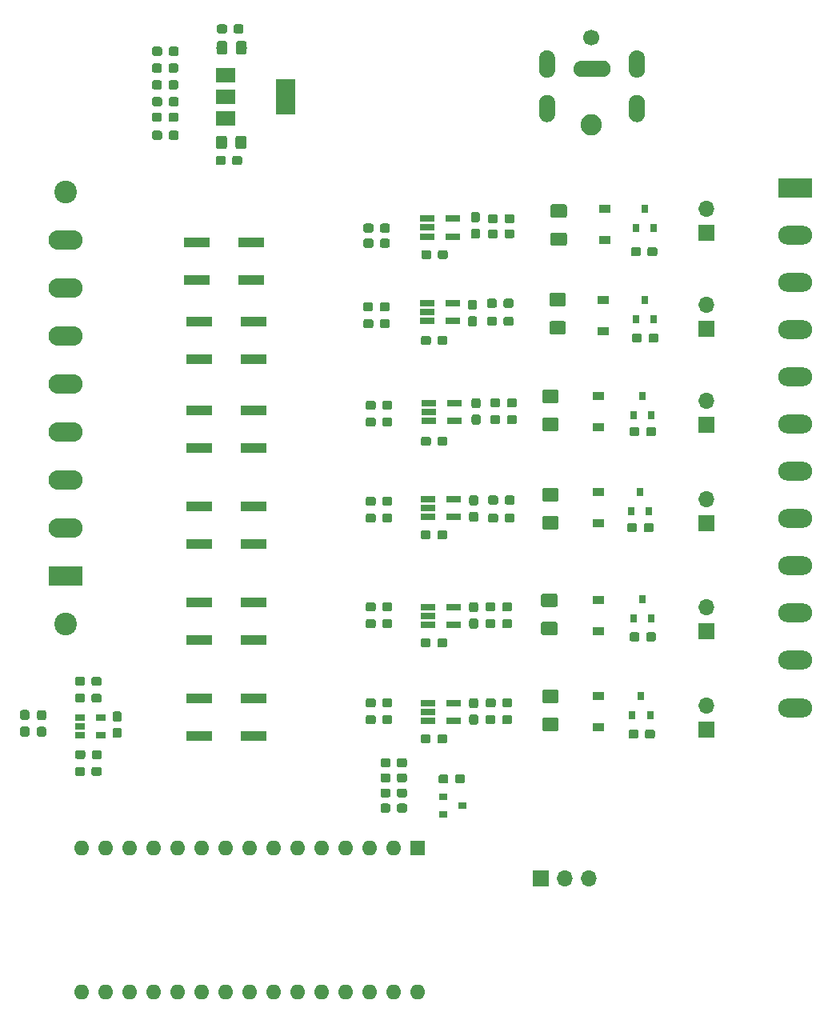
<source format=gbr>
G04 #@! TF.GenerationSoftware,KiCad,Pcbnew,(5.0.0)*
G04 #@! TF.CreationDate,2020-11-12T02:24:06-08:00*
G04 #@! TF.ProjectId,Valve_Driver_ArduinoNano,56616C76655F4472697665725F417264,rev?*
G04 #@! TF.SameCoordinates,Original*
G04 #@! TF.FileFunction,Soldermask,Top*
G04 #@! TF.FilePolarity,Negative*
%FSLAX46Y46*%
G04 Gerber Fmt 4.6, Leading zero omitted, Abs format (unit mm)*
G04 Created by KiCad (PCBNEW (5.0.0)) date 11/12/20 02:24:06*
%MOMM*%
%LPD*%
G01*
G04 APERTURE LIST*
%ADD10C,0.100000*%
%ADD11R,3.600000X2.080000*%
%ADD12O,3.600000X2.080000*%
%ADD13C,2.400000*%
%ADD14R,2.750000X1.000000*%
%ADD15R,3.600000X2.000000*%
%ADD16O,3.600000X2.000000*%
%ADD17O,1.700000X1.700000*%
%ADD18R,1.700000X1.700000*%
%ADD19R,1.200000X0.900000*%
%ADD20R,1.060000X0.650000*%
%ADD21R,0.635000X0.100000*%
%ADD22C,1.700000*%
%ADD23C,2.250000*%
%ADD24C,0.800000*%
%ADD25R,0.800000X0.900000*%
%ADD26R,1.560000X0.650000*%
%ADD27C,1.425000*%
%ADD28C,0.950000*%
%ADD29C,1.150000*%
%ADD30R,2.000000X3.800000*%
%ADD31R,2.000000X1.500000*%
%ADD32R,0.900000X0.800000*%
%ADD33O,1.600000X1.600000*%
%ADD34R,1.600000X1.600000*%
G04 APERTURE END LIST*
D10*
G04 #@! TO.C,J1*
G36*
X93391000Y-50428000D02*
X93391000Y-49228000D01*
X93392096Y-49186131D01*
X93395382Y-49144377D01*
X93400849Y-49102852D01*
X93408482Y-49061671D01*
X93418259Y-49020945D01*
X93430155Y-48980786D01*
X93444136Y-48941306D01*
X93460164Y-48902611D01*
X93478195Y-48864808D01*
X93498180Y-48828000D01*
X93520064Y-48792289D01*
X93543786Y-48757772D01*
X93569283Y-48724544D01*
X93596484Y-48692696D01*
X93625315Y-48662315D01*
X93655696Y-48633484D01*
X93687544Y-48606283D01*
X93720772Y-48580786D01*
X93755289Y-48557064D01*
X93791000Y-48535180D01*
X93827808Y-48515195D01*
X93865611Y-48497164D01*
X93904306Y-48481136D01*
X93943786Y-48467155D01*
X93983945Y-48455259D01*
X94024671Y-48445482D01*
X94065852Y-48437849D01*
X94107377Y-48432382D01*
X94149131Y-48429096D01*
X94191000Y-48428000D01*
X94232869Y-48429096D01*
X94274623Y-48432382D01*
X94316148Y-48437849D01*
X94357329Y-48445482D01*
X94398055Y-48455259D01*
X94438214Y-48467155D01*
X94477694Y-48481136D01*
X94516389Y-48497164D01*
X94554192Y-48515195D01*
X94591000Y-48535180D01*
X94626711Y-48557064D01*
X94661228Y-48580786D01*
X94694456Y-48606283D01*
X94726304Y-48633484D01*
X94756685Y-48662315D01*
X94785516Y-48692696D01*
X94812717Y-48724544D01*
X94838214Y-48757772D01*
X94861936Y-48792289D01*
X94883820Y-48828000D01*
X94903805Y-48864808D01*
X94921836Y-48902611D01*
X94937864Y-48941306D01*
X94951845Y-48980786D01*
X94963741Y-49020945D01*
X94973518Y-49061671D01*
X94981151Y-49102852D01*
X94986618Y-49144377D01*
X94989904Y-49186131D01*
X94991000Y-49228000D01*
X94991000Y-50428000D01*
X94989904Y-50469869D01*
X94986618Y-50511623D01*
X94981151Y-50553148D01*
X94973518Y-50594329D01*
X94963741Y-50635055D01*
X94951845Y-50675214D01*
X94937864Y-50714694D01*
X94921836Y-50753389D01*
X94903805Y-50791192D01*
X94883820Y-50828000D01*
X94861936Y-50863711D01*
X94838214Y-50898228D01*
X94812717Y-50931456D01*
X94785516Y-50963304D01*
X94756685Y-50993685D01*
X94726304Y-51022516D01*
X94694456Y-51049717D01*
X94661228Y-51075214D01*
X94626711Y-51098936D01*
X94591000Y-51120820D01*
X94554192Y-51140805D01*
X94516389Y-51158836D01*
X94477694Y-51174864D01*
X94438214Y-51188845D01*
X94398055Y-51200741D01*
X94357329Y-51210518D01*
X94316148Y-51218151D01*
X94274623Y-51223618D01*
X94232869Y-51226904D01*
X94191000Y-51228000D01*
X94149131Y-51226904D01*
X94107377Y-51223618D01*
X94065852Y-51218151D01*
X94024671Y-51210518D01*
X93983945Y-51200741D01*
X93943786Y-51188845D01*
X93904306Y-51174864D01*
X93865611Y-51158836D01*
X93827808Y-51140805D01*
X93791000Y-51120820D01*
X93755289Y-51098936D01*
X93720772Y-51075214D01*
X93687544Y-51049717D01*
X93655696Y-51022516D01*
X93625315Y-50993685D01*
X93596484Y-50963304D01*
X93569283Y-50931456D01*
X93543786Y-50898228D01*
X93520064Y-50863711D01*
X93498180Y-50828000D01*
X93478195Y-50791192D01*
X93460164Y-50753389D01*
X93444136Y-50714694D01*
X93430155Y-50675214D01*
X93418259Y-50635055D01*
X93408482Y-50594329D01*
X93400849Y-50553148D01*
X93395382Y-50511623D01*
X93392096Y-50469869D01*
X93391000Y-50428000D01*
X93391000Y-50428000D01*
G37*
X93391000Y-50428000D02*
X93391000Y-49228000D01*
X93392096Y-49186131D01*
X93395382Y-49144377D01*
X93400849Y-49102852D01*
X93408482Y-49061671D01*
X93418259Y-49020945D01*
X93430155Y-48980786D01*
X93444136Y-48941306D01*
X93460164Y-48902611D01*
X93478195Y-48864808D01*
X93498180Y-48828000D01*
X93520064Y-48792289D01*
X93543786Y-48757772D01*
X93569283Y-48724544D01*
X93596484Y-48692696D01*
X93625315Y-48662315D01*
X93655696Y-48633484D01*
X93687544Y-48606283D01*
X93720772Y-48580786D01*
X93755289Y-48557064D01*
X93791000Y-48535180D01*
X93827808Y-48515195D01*
X93865611Y-48497164D01*
X93904306Y-48481136D01*
X93943786Y-48467155D01*
X93983945Y-48455259D01*
X94024671Y-48445482D01*
X94065852Y-48437849D01*
X94107377Y-48432382D01*
X94149131Y-48429096D01*
X94191000Y-48428000D01*
X94232869Y-48429096D01*
X94274623Y-48432382D01*
X94316148Y-48437849D01*
X94357329Y-48445482D01*
X94398055Y-48455259D01*
X94438214Y-48467155D01*
X94477694Y-48481136D01*
X94516389Y-48497164D01*
X94554192Y-48515195D01*
X94591000Y-48535180D01*
X94626711Y-48557064D01*
X94661228Y-48580786D01*
X94694456Y-48606283D01*
X94726304Y-48633484D01*
X94756685Y-48662315D01*
X94785516Y-48692696D01*
X94812717Y-48724544D01*
X94838214Y-48757772D01*
X94861936Y-48792289D01*
X94883820Y-48828000D01*
X94903805Y-48864808D01*
X94921836Y-48902611D01*
X94937864Y-48941306D01*
X94951845Y-48980786D01*
X94963741Y-49020945D01*
X94973518Y-49061671D01*
X94981151Y-49102852D01*
X94986618Y-49144377D01*
X94989904Y-49186131D01*
X94991000Y-49228000D01*
X94991000Y-50428000D01*
X94989904Y-50469869D01*
X94986618Y-50511623D01*
X94981151Y-50553148D01*
X94973518Y-50594329D01*
X94963741Y-50635055D01*
X94951845Y-50675214D01*
X94937864Y-50714694D01*
X94921836Y-50753389D01*
X94903805Y-50791192D01*
X94883820Y-50828000D01*
X94861936Y-50863711D01*
X94838214Y-50898228D01*
X94812717Y-50931456D01*
X94785516Y-50963304D01*
X94756685Y-50993685D01*
X94726304Y-51022516D01*
X94694456Y-51049717D01*
X94661228Y-51075214D01*
X94626711Y-51098936D01*
X94591000Y-51120820D01*
X94554192Y-51140805D01*
X94516389Y-51158836D01*
X94477694Y-51174864D01*
X94438214Y-51188845D01*
X94398055Y-51200741D01*
X94357329Y-51210518D01*
X94316148Y-51218151D01*
X94274623Y-51223618D01*
X94232869Y-51226904D01*
X94191000Y-51228000D01*
X94149131Y-51226904D01*
X94107377Y-51223618D01*
X94065852Y-51218151D01*
X94024671Y-51210518D01*
X93983945Y-51200741D01*
X93943786Y-51188845D01*
X93904306Y-51174864D01*
X93865611Y-51158836D01*
X93827808Y-51140805D01*
X93791000Y-51120820D01*
X93755289Y-51098936D01*
X93720772Y-51075214D01*
X93687544Y-51049717D01*
X93655696Y-51022516D01*
X93625315Y-50993685D01*
X93596484Y-50963304D01*
X93569283Y-50931456D01*
X93543786Y-50898228D01*
X93520064Y-50863711D01*
X93498180Y-50828000D01*
X93478195Y-50791192D01*
X93460164Y-50753389D01*
X93444136Y-50714694D01*
X93430155Y-50675214D01*
X93418259Y-50635055D01*
X93408482Y-50594329D01*
X93400849Y-50553148D01*
X93395382Y-50511623D01*
X93392096Y-50469869D01*
X93391000Y-50428000D01*
G36*
X83891000Y-50428000D02*
X83891000Y-49228000D01*
X83892096Y-49186131D01*
X83895382Y-49144377D01*
X83900849Y-49102852D01*
X83908482Y-49061671D01*
X83918259Y-49020945D01*
X83930155Y-48980786D01*
X83944136Y-48941306D01*
X83960164Y-48902611D01*
X83978195Y-48864808D01*
X83998180Y-48828000D01*
X84020064Y-48792289D01*
X84043786Y-48757772D01*
X84069283Y-48724544D01*
X84096484Y-48692696D01*
X84125315Y-48662315D01*
X84155696Y-48633484D01*
X84187544Y-48606283D01*
X84220772Y-48580786D01*
X84255289Y-48557064D01*
X84291000Y-48535180D01*
X84327808Y-48515195D01*
X84365611Y-48497164D01*
X84404306Y-48481136D01*
X84443786Y-48467155D01*
X84483945Y-48455259D01*
X84524671Y-48445482D01*
X84565852Y-48437849D01*
X84607377Y-48432382D01*
X84649131Y-48429096D01*
X84691000Y-48428000D01*
X84732869Y-48429096D01*
X84774623Y-48432382D01*
X84816148Y-48437849D01*
X84857329Y-48445482D01*
X84898055Y-48455259D01*
X84938214Y-48467155D01*
X84977694Y-48481136D01*
X85016389Y-48497164D01*
X85054192Y-48515195D01*
X85091000Y-48535180D01*
X85126711Y-48557064D01*
X85161228Y-48580786D01*
X85194456Y-48606283D01*
X85226304Y-48633484D01*
X85256685Y-48662315D01*
X85285516Y-48692696D01*
X85312717Y-48724544D01*
X85338214Y-48757772D01*
X85361936Y-48792289D01*
X85383820Y-48828000D01*
X85403805Y-48864808D01*
X85421836Y-48902611D01*
X85437864Y-48941306D01*
X85451845Y-48980786D01*
X85463741Y-49020945D01*
X85473518Y-49061671D01*
X85481151Y-49102852D01*
X85486618Y-49144377D01*
X85489904Y-49186131D01*
X85491000Y-49228000D01*
X85491000Y-50428000D01*
X85489904Y-50469869D01*
X85486618Y-50511623D01*
X85481151Y-50553148D01*
X85473518Y-50594329D01*
X85463741Y-50635055D01*
X85451845Y-50675214D01*
X85437864Y-50714694D01*
X85421836Y-50753389D01*
X85403805Y-50791192D01*
X85383820Y-50828000D01*
X85361936Y-50863711D01*
X85338214Y-50898228D01*
X85312717Y-50931456D01*
X85285516Y-50963304D01*
X85256685Y-50993685D01*
X85226304Y-51022516D01*
X85194456Y-51049717D01*
X85161228Y-51075214D01*
X85126711Y-51098936D01*
X85091000Y-51120820D01*
X85054192Y-51140805D01*
X85016389Y-51158836D01*
X84977694Y-51174864D01*
X84938214Y-51188845D01*
X84898055Y-51200741D01*
X84857329Y-51210518D01*
X84816148Y-51218151D01*
X84774623Y-51223618D01*
X84732869Y-51226904D01*
X84691000Y-51228000D01*
X84649131Y-51226904D01*
X84607377Y-51223618D01*
X84565852Y-51218151D01*
X84524671Y-51210518D01*
X84483945Y-51200741D01*
X84443786Y-51188845D01*
X84404306Y-51174864D01*
X84365611Y-51158836D01*
X84327808Y-51140805D01*
X84291000Y-51120820D01*
X84255289Y-51098936D01*
X84220772Y-51075214D01*
X84187544Y-51049717D01*
X84155696Y-51022516D01*
X84125315Y-50993685D01*
X84096484Y-50963304D01*
X84069283Y-50931456D01*
X84043786Y-50898228D01*
X84020064Y-50863711D01*
X83998180Y-50828000D01*
X83978195Y-50791192D01*
X83960164Y-50753389D01*
X83944136Y-50714694D01*
X83930155Y-50675214D01*
X83918259Y-50635055D01*
X83908482Y-50594329D01*
X83900849Y-50553148D01*
X83895382Y-50511623D01*
X83892096Y-50469869D01*
X83891000Y-50428000D01*
X83891000Y-50428000D01*
G37*
X83891000Y-50428000D02*
X83891000Y-49228000D01*
X83892096Y-49186131D01*
X83895382Y-49144377D01*
X83900849Y-49102852D01*
X83908482Y-49061671D01*
X83918259Y-49020945D01*
X83930155Y-48980786D01*
X83944136Y-48941306D01*
X83960164Y-48902611D01*
X83978195Y-48864808D01*
X83998180Y-48828000D01*
X84020064Y-48792289D01*
X84043786Y-48757772D01*
X84069283Y-48724544D01*
X84096484Y-48692696D01*
X84125315Y-48662315D01*
X84155696Y-48633484D01*
X84187544Y-48606283D01*
X84220772Y-48580786D01*
X84255289Y-48557064D01*
X84291000Y-48535180D01*
X84327808Y-48515195D01*
X84365611Y-48497164D01*
X84404306Y-48481136D01*
X84443786Y-48467155D01*
X84483945Y-48455259D01*
X84524671Y-48445482D01*
X84565852Y-48437849D01*
X84607377Y-48432382D01*
X84649131Y-48429096D01*
X84691000Y-48428000D01*
X84732869Y-48429096D01*
X84774623Y-48432382D01*
X84816148Y-48437849D01*
X84857329Y-48445482D01*
X84898055Y-48455259D01*
X84938214Y-48467155D01*
X84977694Y-48481136D01*
X85016389Y-48497164D01*
X85054192Y-48515195D01*
X85091000Y-48535180D01*
X85126711Y-48557064D01*
X85161228Y-48580786D01*
X85194456Y-48606283D01*
X85226304Y-48633484D01*
X85256685Y-48662315D01*
X85285516Y-48692696D01*
X85312717Y-48724544D01*
X85338214Y-48757772D01*
X85361936Y-48792289D01*
X85383820Y-48828000D01*
X85403805Y-48864808D01*
X85421836Y-48902611D01*
X85437864Y-48941306D01*
X85451845Y-48980786D01*
X85463741Y-49020945D01*
X85473518Y-49061671D01*
X85481151Y-49102852D01*
X85486618Y-49144377D01*
X85489904Y-49186131D01*
X85491000Y-49228000D01*
X85491000Y-50428000D01*
X85489904Y-50469869D01*
X85486618Y-50511623D01*
X85481151Y-50553148D01*
X85473518Y-50594329D01*
X85463741Y-50635055D01*
X85451845Y-50675214D01*
X85437864Y-50714694D01*
X85421836Y-50753389D01*
X85403805Y-50791192D01*
X85383820Y-50828000D01*
X85361936Y-50863711D01*
X85338214Y-50898228D01*
X85312717Y-50931456D01*
X85285516Y-50963304D01*
X85256685Y-50993685D01*
X85226304Y-51022516D01*
X85194456Y-51049717D01*
X85161228Y-51075214D01*
X85126711Y-51098936D01*
X85091000Y-51120820D01*
X85054192Y-51140805D01*
X85016389Y-51158836D01*
X84977694Y-51174864D01*
X84938214Y-51188845D01*
X84898055Y-51200741D01*
X84857329Y-51210518D01*
X84816148Y-51218151D01*
X84774623Y-51223618D01*
X84732869Y-51226904D01*
X84691000Y-51228000D01*
X84649131Y-51226904D01*
X84607377Y-51223618D01*
X84565852Y-51218151D01*
X84524671Y-51210518D01*
X84483945Y-51200741D01*
X84443786Y-51188845D01*
X84404306Y-51174864D01*
X84365611Y-51158836D01*
X84327808Y-51140805D01*
X84291000Y-51120820D01*
X84255289Y-51098936D01*
X84220772Y-51075214D01*
X84187544Y-51049717D01*
X84155696Y-51022516D01*
X84125315Y-50993685D01*
X84096484Y-50963304D01*
X84069283Y-50931456D01*
X84043786Y-50898228D01*
X84020064Y-50863711D01*
X83998180Y-50828000D01*
X83978195Y-50791192D01*
X83960164Y-50753389D01*
X83944136Y-50714694D01*
X83930155Y-50675214D01*
X83918259Y-50635055D01*
X83908482Y-50594329D01*
X83900849Y-50553148D01*
X83895382Y-50511623D01*
X83892096Y-50469869D01*
X83891000Y-50428000D01*
G36*
X93391000Y-45728000D02*
X93391000Y-44528000D01*
X93392096Y-44486131D01*
X93395382Y-44444377D01*
X93400849Y-44402852D01*
X93408482Y-44361671D01*
X93418259Y-44320945D01*
X93430155Y-44280786D01*
X93444136Y-44241306D01*
X93460164Y-44202611D01*
X93478195Y-44164808D01*
X93498180Y-44128000D01*
X93520064Y-44092289D01*
X93543786Y-44057772D01*
X93569283Y-44024544D01*
X93596484Y-43992696D01*
X93625315Y-43962315D01*
X93655696Y-43933484D01*
X93687544Y-43906283D01*
X93720772Y-43880786D01*
X93755289Y-43857064D01*
X93791000Y-43835180D01*
X93827808Y-43815195D01*
X93865611Y-43797164D01*
X93904306Y-43781136D01*
X93943786Y-43767155D01*
X93983945Y-43755259D01*
X94024671Y-43745482D01*
X94065852Y-43737849D01*
X94107377Y-43732382D01*
X94149131Y-43729096D01*
X94191000Y-43728000D01*
X94232869Y-43729096D01*
X94274623Y-43732382D01*
X94316148Y-43737849D01*
X94357329Y-43745482D01*
X94398055Y-43755259D01*
X94438214Y-43767155D01*
X94477694Y-43781136D01*
X94516389Y-43797164D01*
X94554192Y-43815195D01*
X94591000Y-43835180D01*
X94626711Y-43857064D01*
X94661228Y-43880786D01*
X94694456Y-43906283D01*
X94726304Y-43933484D01*
X94756685Y-43962315D01*
X94785516Y-43992696D01*
X94812717Y-44024544D01*
X94838214Y-44057772D01*
X94861936Y-44092289D01*
X94883820Y-44128000D01*
X94903805Y-44164808D01*
X94921836Y-44202611D01*
X94937864Y-44241306D01*
X94951845Y-44280786D01*
X94963741Y-44320945D01*
X94973518Y-44361671D01*
X94981151Y-44402852D01*
X94986618Y-44444377D01*
X94989904Y-44486131D01*
X94991000Y-44528000D01*
X94991000Y-45728000D01*
X94989904Y-45769869D01*
X94986618Y-45811623D01*
X94981151Y-45853148D01*
X94973518Y-45894329D01*
X94963741Y-45935055D01*
X94951845Y-45975214D01*
X94937864Y-46014694D01*
X94921836Y-46053389D01*
X94903805Y-46091192D01*
X94883820Y-46128000D01*
X94861936Y-46163711D01*
X94838214Y-46198228D01*
X94812717Y-46231456D01*
X94785516Y-46263304D01*
X94756685Y-46293685D01*
X94726304Y-46322516D01*
X94694456Y-46349717D01*
X94661228Y-46375214D01*
X94626711Y-46398936D01*
X94591000Y-46420820D01*
X94554192Y-46440805D01*
X94516389Y-46458836D01*
X94477694Y-46474864D01*
X94438214Y-46488845D01*
X94398055Y-46500741D01*
X94357329Y-46510518D01*
X94316148Y-46518151D01*
X94274623Y-46523618D01*
X94232869Y-46526904D01*
X94191000Y-46528000D01*
X94149131Y-46526904D01*
X94107377Y-46523618D01*
X94065852Y-46518151D01*
X94024671Y-46510518D01*
X93983945Y-46500741D01*
X93943786Y-46488845D01*
X93904306Y-46474864D01*
X93865611Y-46458836D01*
X93827808Y-46440805D01*
X93791000Y-46420820D01*
X93755289Y-46398936D01*
X93720772Y-46375214D01*
X93687544Y-46349717D01*
X93655696Y-46322516D01*
X93625315Y-46293685D01*
X93596484Y-46263304D01*
X93569283Y-46231456D01*
X93543786Y-46198228D01*
X93520064Y-46163711D01*
X93498180Y-46128000D01*
X93478195Y-46091192D01*
X93460164Y-46053389D01*
X93444136Y-46014694D01*
X93430155Y-45975214D01*
X93418259Y-45935055D01*
X93408482Y-45894329D01*
X93400849Y-45853148D01*
X93395382Y-45811623D01*
X93392096Y-45769869D01*
X93391000Y-45728000D01*
X93391000Y-45728000D01*
G37*
X93391000Y-45728000D02*
X93391000Y-44528000D01*
X93392096Y-44486131D01*
X93395382Y-44444377D01*
X93400849Y-44402852D01*
X93408482Y-44361671D01*
X93418259Y-44320945D01*
X93430155Y-44280786D01*
X93444136Y-44241306D01*
X93460164Y-44202611D01*
X93478195Y-44164808D01*
X93498180Y-44128000D01*
X93520064Y-44092289D01*
X93543786Y-44057772D01*
X93569283Y-44024544D01*
X93596484Y-43992696D01*
X93625315Y-43962315D01*
X93655696Y-43933484D01*
X93687544Y-43906283D01*
X93720772Y-43880786D01*
X93755289Y-43857064D01*
X93791000Y-43835180D01*
X93827808Y-43815195D01*
X93865611Y-43797164D01*
X93904306Y-43781136D01*
X93943786Y-43767155D01*
X93983945Y-43755259D01*
X94024671Y-43745482D01*
X94065852Y-43737849D01*
X94107377Y-43732382D01*
X94149131Y-43729096D01*
X94191000Y-43728000D01*
X94232869Y-43729096D01*
X94274623Y-43732382D01*
X94316148Y-43737849D01*
X94357329Y-43745482D01*
X94398055Y-43755259D01*
X94438214Y-43767155D01*
X94477694Y-43781136D01*
X94516389Y-43797164D01*
X94554192Y-43815195D01*
X94591000Y-43835180D01*
X94626711Y-43857064D01*
X94661228Y-43880786D01*
X94694456Y-43906283D01*
X94726304Y-43933484D01*
X94756685Y-43962315D01*
X94785516Y-43992696D01*
X94812717Y-44024544D01*
X94838214Y-44057772D01*
X94861936Y-44092289D01*
X94883820Y-44128000D01*
X94903805Y-44164808D01*
X94921836Y-44202611D01*
X94937864Y-44241306D01*
X94951845Y-44280786D01*
X94963741Y-44320945D01*
X94973518Y-44361671D01*
X94981151Y-44402852D01*
X94986618Y-44444377D01*
X94989904Y-44486131D01*
X94991000Y-44528000D01*
X94991000Y-45728000D01*
X94989904Y-45769869D01*
X94986618Y-45811623D01*
X94981151Y-45853148D01*
X94973518Y-45894329D01*
X94963741Y-45935055D01*
X94951845Y-45975214D01*
X94937864Y-46014694D01*
X94921836Y-46053389D01*
X94903805Y-46091192D01*
X94883820Y-46128000D01*
X94861936Y-46163711D01*
X94838214Y-46198228D01*
X94812717Y-46231456D01*
X94785516Y-46263304D01*
X94756685Y-46293685D01*
X94726304Y-46322516D01*
X94694456Y-46349717D01*
X94661228Y-46375214D01*
X94626711Y-46398936D01*
X94591000Y-46420820D01*
X94554192Y-46440805D01*
X94516389Y-46458836D01*
X94477694Y-46474864D01*
X94438214Y-46488845D01*
X94398055Y-46500741D01*
X94357329Y-46510518D01*
X94316148Y-46518151D01*
X94274623Y-46523618D01*
X94232869Y-46526904D01*
X94191000Y-46528000D01*
X94149131Y-46526904D01*
X94107377Y-46523618D01*
X94065852Y-46518151D01*
X94024671Y-46510518D01*
X93983945Y-46500741D01*
X93943786Y-46488845D01*
X93904306Y-46474864D01*
X93865611Y-46458836D01*
X93827808Y-46440805D01*
X93791000Y-46420820D01*
X93755289Y-46398936D01*
X93720772Y-46375214D01*
X93687544Y-46349717D01*
X93655696Y-46322516D01*
X93625315Y-46293685D01*
X93596484Y-46263304D01*
X93569283Y-46231456D01*
X93543786Y-46198228D01*
X93520064Y-46163711D01*
X93498180Y-46128000D01*
X93478195Y-46091192D01*
X93460164Y-46053389D01*
X93444136Y-46014694D01*
X93430155Y-45975214D01*
X93418259Y-45935055D01*
X93408482Y-45894329D01*
X93400849Y-45853148D01*
X93395382Y-45811623D01*
X93392096Y-45769869D01*
X93391000Y-45728000D01*
G36*
X90641000Y-46428000D02*
X88241000Y-46428000D01*
X88199395Y-46424062D01*
X88160475Y-46418245D01*
X88121912Y-46410400D01*
X88083813Y-46400547D01*
X88046282Y-46388713D01*
X88009421Y-46374931D01*
X87973333Y-46359240D01*
X87938115Y-46341681D01*
X87903864Y-46322303D01*
X87870674Y-46301158D01*
X87838637Y-46278306D01*
X87807839Y-46253809D01*
X87778366Y-46227733D01*
X87750298Y-46200150D01*
X87723711Y-46171136D01*
X87698680Y-46140771D01*
X87675272Y-46109137D01*
X87653552Y-46076322D01*
X87633579Y-46042414D01*
X87615408Y-46007508D01*
X87599089Y-45971699D01*
X87584666Y-45935085D01*
X87572179Y-45897766D01*
X87561663Y-45859844D01*
X87553145Y-45821424D01*
X87546650Y-45782612D01*
X87542195Y-45743512D01*
X87539793Y-45704233D01*
X87539450Y-45664882D01*
X87541000Y-45628000D01*
X87542096Y-45586131D01*
X87545382Y-45544377D01*
X87550849Y-45502852D01*
X87558482Y-45461671D01*
X87568259Y-45420945D01*
X87580155Y-45380786D01*
X87594136Y-45341306D01*
X87610164Y-45302611D01*
X87628195Y-45264808D01*
X87648180Y-45228000D01*
X87670064Y-45192289D01*
X87693786Y-45157772D01*
X87719283Y-45124544D01*
X87746484Y-45092696D01*
X87775315Y-45062315D01*
X87805696Y-45033484D01*
X87837544Y-45006283D01*
X87870772Y-44980786D01*
X87905289Y-44957064D01*
X87941000Y-44935180D01*
X87977808Y-44915195D01*
X88015611Y-44897164D01*
X88054306Y-44881136D01*
X88093786Y-44867155D01*
X88133945Y-44855259D01*
X88174671Y-44845482D01*
X88215852Y-44837849D01*
X88257377Y-44832382D01*
X88299131Y-44829096D01*
X88341000Y-44828000D01*
X90741000Y-44828000D01*
X90775922Y-44833885D01*
X90812065Y-44841897D01*
X90847738Y-44851790D01*
X90882845Y-44863537D01*
X90917289Y-44877105D01*
X90950975Y-44892457D01*
X90983812Y-44909550D01*
X91015710Y-44928339D01*
X91046580Y-44948772D01*
X91076338Y-44970792D01*
X91104904Y-44994340D01*
X91132198Y-45019350D01*
X91158145Y-45045754D01*
X91182675Y-45073481D01*
X91205721Y-45102453D01*
X91227218Y-45132591D01*
X91247109Y-45163813D01*
X91265338Y-45196033D01*
X91281856Y-45229164D01*
X91296618Y-45263113D01*
X91309583Y-45297789D01*
X91320715Y-45333095D01*
X91329984Y-45368936D01*
X91337364Y-45405212D01*
X91342836Y-45441825D01*
X91346384Y-45478675D01*
X91347999Y-45515659D01*
X91347676Y-45552678D01*
X91345416Y-45589628D01*
X91341000Y-45628000D01*
X91342550Y-45664882D01*
X91342207Y-45704233D01*
X91339805Y-45743512D01*
X91335350Y-45782612D01*
X91328855Y-45821424D01*
X91320337Y-45859844D01*
X91309821Y-45897766D01*
X91297334Y-45935085D01*
X91282911Y-45971699D01*
X91266592Y-46007508D01*
X91248421Y-46042414D01*
X91228448Y-46076322D01*
X91206728Y-46109137D01*
X91183320Y-46140771D01*
X91158289Y-46171136D01*
X91131702Y-46200150D01*
X91103634Y-46227733D01*
X91074161Y-46253809D01*
X91043363Y-46278306D01*
X91011326Y-46301158D01*
X90978136Y-46322303D01*
X90943885Y-46341681D01*
X90908667Y-46359240D01*
X90872579Y-46374931D01*
X90835718Y-46388713D01*
X90798187Y-46400547D01*
X90760088Y-46410400D01*
X90721525Y-46418245D01*
X90682605Y-46424062D01*
X90641000Y-46428000D01*
X90641000Y-46428000D01*
G37*
X90641000Y-46428000D02*
X88241000Y-46428000D01*
X88199395Y-46424062D01*
X88160475Y-46418245D01*
X88121912Y-46410400D01*
X88083813Y-46400547D01*
X88046282Y-46388713D01*
X88009421Y-46374931D01*
X87973333Y-46359240D01*
X87938115Y-46341681D01*
X87903864Y-46322303D01*
X87870674Y-46301158D01*
X87838637Y-46278306D01*
X87807839Y-46253809D01*
X87778366Y-46227733D01*
X87750298Y-46200150D01*
X87723711Y-46171136D01*
X87698680Y-46140771D01*
X87675272Y-46109137D01*
X87653552Y-46076322D01*
X87633579Y-46042414D01*
X87615408Y-46007508D01*
X87599089Y-45971699D01*
X87584666Y-45935085D01*
X87572179Y-45897766D01*
X87561663Y-45859844D01*
X87553145Y-45821424D01*
X87546650Y-45782612D01*
X87542195Y-45743512D01*
X87539793Y-45704233D01*
X87539450Y-45664882D01*
X87541000Y-45628000D01*
X87542096Y-45586131D01*
X87545382Y-45544377D01*
X87550849Y-45502852D01*
X87558482Y-45461671D01*
X87568259Y-45420945D01*
X87580155Y-45380786D01*
X87594136Y-45341306D01*
X87610164Y-45302611D01*
X87628195Y-45264808D01*
X87648180Y-45228000D01*
X87670064Y-45192289D01*
X87693786Y-45157772D01*
X87719283Y-45124544D01*
X87746484Y-45092696D01*
X87775315Y-45062315D01*
X87805696Y-45033484D01*
X87837544Y-45006283D01*
X87870772Y-44980786D01*
X87905289Y-44957064D01*
X87941000Y-44935180D01*
X87977808Y-44915195D01*
X88015611Y-44897164D01*
X88054306Y-44881136D01*
X88093786Y-44867155D01*
X88133945Y-44855259D01*
X88174671Y-44845482D01*
X88215852Y-44837849D01*
X88257377Y-44832382D01*
X88299131Y-44829096D01*
X88341000Y-44828000D01*
X90741000Y-44828000D01*
X90775922Y-44833885D01*
X90812065Y-44841897D01*
X90847738Y-44851790D01*
X90882845Y-44863537D01*
X90917289Y-44877105D01*
X90950975Y-44892457D01*
X90983812Y-44909550D01*
X91015710Y-44928339D01*
X91046580Y-44948772D01*
X91076338Y-44970792D01*
X91104904Y-44994340D01*
X91132198Y-45019350D01*
X91158145Y-45045754D01*
X91182675Y-45073481D01*
X91205721Y-45102453D01*
X91227218Y-45132591D01*
X91247109Y-45163813D01*
X91265338Y-45196033D01*
X91281856Y-45229164D01*
X91296618Y-45263113D01*
X91309583Y-45297789D01*
X91320715Y-45333095D01*
X91329984Y-45368936D01*
X91337364Y-45405212D01*
X91342836Y-45441825D01*
X91346384Y-45478675D01*
X91347999Y-45515659D01*
X91347676Y-45552678D01*
X91345416Y-45589628D01*
X91341000Y-45628000D01*
X91342550Y-45664882D01*
X91342207Y-45704233D01*
X91339805Y-45743512D01*
X91335350Y-45782612D01*
X91328855Y-45821424D01*
X91320337Y-45859844D01*
X91309821Y-45897766D01*
X91297334Y-45935085D01*
X91282911Y-45971699D01*
X91266592Y-46007508D01*
X91248421Y-46042414D01*
X91228448Y-46076322D01*
X91206728Y-46109137D01*
X91183320Y-46140771D01*
X91158289Y-46171136D01*
X91131702Y-46200150D01*
X91103634Y-46227733D01*
X91074161Y-46253809D01*
X91043363Y-46278306D01*
X91011326Y-46301158D01*
X90978136Y-46322303D01*
X90943885Y-46341681D01*
X90908667Y-46359240D01*
X90872579Y-46374931D01*
X90835718Y-46388713D01*
X90798187Y-46400547D01*
X90760088Y-46410400D01*
X90721525Y-46418245D01*
X90682605Y-46424062D01*
X90641000Y-46428000D01*
G36*
X83891000Y-45728000D02*
X83891000Y-44528000D01*
X83892096Y-44486131D01*
X83895382Y-44444377D01*
X83900849Y-44402852D01*
X83908482Y-44361671D01*
X83918259Y-44320945D01*
X83930155Y-44280786D01*
X83944136Y-44241306D01*
X83960164Y-44202611D01*
X83978195Y-44164808D01*
X83998180Y-44128000D01*
X84020064Y-44092289D01*
X84043786Y-44057772D01*
X84069283Y-44024544D01*
X84096484Y-43992696D01*
X84125315Y-43962315D01*
X84155696Y-43933484D01*
X84187544Y-43906283D01*
X84220772Y-43880786D01*
X84255289Y-43857064D01*
X84291000Y-43835180D01*
X84327808Y-43815195D01*
X84365611Y-43797164D01*
X84404306Y-43781136D01*
X84443786Y-43767155D01*
X84483945Y-43755259D01*
X84524671Y-43745482D01*
X84565852Y-43737849D01*
X84607377Y-43732382D01*
X84649131Y-43729096D01*
X84691000Y-43728000D01*
X84732869Y-43729096D01*
X84774623Y-43732382D01*
X84816148Y-43737849D01*
X84857329Y-43745482D01*
X84898055Y-43755259D01*
X84938214Y-43767155D01*
X84977694Y-43781136D01*
X85016389Y-43797164D01*
X85054192Y-43815195D01*
X85091000Y-43835180D01*
X85126711Y-43857064D01*
X85161228Y-43880786D01*
X85194456Y-43906283D01*
X85226304Y-43933484D01*
X85256685Y-43962315D01*
X85285516Y-43992696D01*
X85312717Y-44024544D01*
X85338214Y-44057772D01*
X85361936Y-44092289D01*
X85383820Y-44128000D01*
X85403805Y-44164808D01*
X85421836Y-44202611D01*
X85437864Y-44241306D01*
X85451845Y-44280786D01*
X85463741Y-44320945D01*
X85473518Y-44361671D01*
X85481151Y-44402852D01*
X85486618Y-44444377D01*
X85489904Y-44486131D01*
X85491000Y-44528000D01*
X85491000Y-45728000D01*
X85489904Y-45769869D01*
X85486618Y-45811623D01*
X85481151Y-45853148D01*
X85473518Y-45894329D01*
X85463741Y-45935055D01*
X85451845Y-45975214D01*
X85437864Y-46014694D01*
X85421836Y-46053389D01*
X85403805Y-46091192D01*
X85383820Y-46128000D01*
X85361936Y-46163711D01*
X85338214Y-46198228D01*
X85312717Y-46231456D01*
X85285516Y-46263304D01*
X85256685Y-46293685D01*
X85226304Y-46322516D01*
X85194456Y-46349717D01*
X85161228Y-46375214D01*
X85126711Y-46398936D01*
X85091000Y-46420820D01*
X85054192Y-46440805D01*
X85016389Y-46458836D01*
X84977694Y-46474864D01*
X84938214Y-46488845D01*
X84898055Y-46500741D01*
X84857329Y-46510518D01*
X84816148Y-46518151D01*
X84774623Y-46523618D01*
X84732869Y-46526904D01*
X84691000Y-46528000D01*
X84649131Y-46526904D01*
X84607377Y-46523618D01*
X84565852Y-46518151D01*
X84524671Y-46510518D01*
X84483945Y-46500741D01*
X84443786Y-46488845D01*
X84404306Y-46474864D01*
X84365611Y-46458836D01*
X84327808Y-46440805D01*
X84291000Y-46420820D01*
X84255289Y-46398936D01*
X84220772Y-46375214D01*
X84187544Y-46349717D01*
X84155696Y-46322516D01*
X84125315Y-46293685D01*
X84096484Y-46263304D01*
X84069283Y-46231456D01*
X84043786Y-46198228D01*
X84020064Y-46163711D01*
X83998180Y-46128000D01*
X83978195Y-46091192D01*
X83960164Y-46053389D01*
X83944136Y-46014694D01*
X83930155Y-45975214D01*
X83918259Y-45935055D01*
X83908482Y-45894329D01*
X83900849Y-45853148D01*
X83895382Y-45811623D01*
X83892096Y-45769869D01*
X83891000Y-45728000D01*
X83891000Y-45728000D01*
G37*
X83891000Y-45728000D02*
X83891000Y-44528000D01*
X83892096Y-44486131D01*
X83895382Y-44444377D01*
X83900849Y-44402852D01*
X83908482Y-44361671D01*
X83918259Y-44320945D01*
X83930155Y-44280786D01*
X83944136Y-44241306D01*
X83960164Y-44202611D01*
X83978195Y-44164808D01*
X83998180Y-44128000D01*
X84020064Y-44092289D01*
X84043786Y-44057772D01*
X84069283Y-44024544D01*
X84096484Y-43992696D01*
X84125315Y-43962315D01*
X84155696Y-43933484D01*
X84187544Y-43906283D01*
X84220772Y-43880786D01*
X84255289Y-43857064D01*
X84291000Y-43835180D01*
X84327808Y-43815195D01*
X84365611Y-43797164D01*
X84404306Y-43781136D01*
X84443786Y-43767155D01*
X84483945Y-43755259D01*
X84524671Y-43745482D01*
X84565852Y-43737849D01*
X84607377Y-43732382D01*
X84649131Y-43729096D01*
X84691000Y-43728000D01*
X84732869Y-43729096D01*
X84774623Y-43732382D01*
X84816148Y-43737849D01*
X84857329Y-43745482D01*
X84898055Y-43755259D01*
X84938214Y-43767155D01*
X84977694Y-43781136D01*
X85016389Y-43797164D01*
X85054192Y-43815195D01*
X85091000Y-43835180D01*
X85126711Y-43857064D01*
X85161228Y-43880786D01*
X85194456Y-43906283D01*
X85226304Y-43933484D01*
X85256685Y-43962315D01*
X85285516Y-43992696D01*
X85312717Y-44024544D01*
X85338214Y-44057772D01*
X85361936Y-44092289D01*
X85383820Y-44128000D01*
X85403805Y-44164808D01*
X85421836Y-44202611D01*
X85437864Y-44241306D01*
X85451845Y-44280786D01*
X85463741Y-44320945D01*
X85473518Y-44361671D01*
X85481151Y-44402852D01*
X85486618Y-44444377D01*
X85489904Y-44486131D01*
X85491000Y-44528000D01*
X85491000Y-45728000D01*
X85489904Y-45769869D01*
X85486618Y-45811623D01*
X85481151Y-45853148D01*
X85473518Y-45894329D01*
X85463741Y-45935055D01*
X85451845Y-45975214D01*
X85437864Y-46014694D01*
X85421836Y-46053389D01*
X85403805Y-46091192D01*
X85383820Y-46128000D01*
X85361936Y-46163711D01*
X85338214Y-46198228D01*
X85312717Y-46231456D01*
X85285516Y-46263304D01*
X85256685Y-46293685D01*
X85226304Y-46322516D01*
X85194456Y-46349717D01*
X85161228Y-46375214D01*
X85126711Y-46398936D01*
X85091000Y-46420820D01*
X85054192Y-46440805D01*
X85016389Y-46458836D01*
X84977694Y-46474864D01*
X84938214Y-46488845D01*
X84898055Y-46500741D01*
X84857329Y-46510518D01*
X84816148Y-46518151D01*
X84774623Y-46523618D01*
X84732869Y-46526904D01*
X84691000Y-46528000D01*
X84649131Y-46526904D01*
X84607377Y-46523618D01*
X84565852Y-46518151D01*
X84524671Y-46510518D01*
X84483945Y-46500741D01*
X84443786Y-46488845D01*
X84404306Y-46474864D01*
X84365611Y-46458836D01*
X84327808Y-46440805D01*
X84291000Y-46420820D01*
X84255289Y-46398936D01*
X84220772Y-46375214D01*
X84187544Y-46349717D01*
X84155696Y-46322516D01*
X84125315Y-46293685D01*
X84096484Y-46263304D01*
X84069283Y-46231456D01*
X84043786Y-46198228D01*
X84020064Y-46163711D01*
X83998180Y-46128000D01*
X83978195Y-46091192D01*
X83960164Y-46053389D01*
X83944136Y-46014694D01*
X83930155Y-45975214D01*
X83918259Y-45935055D01*
X83908482Y-45894329D01*
X83900849Y-45853148D01*
X83895382Y-45811623D01*
X83892096Y-45769869D01*
X83891000Y-45728000D01*
G04 #@! TD*
D11*
G04 #@! TO.C,J10*
X33782000Y-99314000D03*
D12*
X33782000Y-94234000D03*
X33782000Y-89154000D03*
X33782000Y-84074000D03*
X33782000Y-78994000D03*
X33782000Y-73914000D03*
X33782000Y-68834000D03*
X33782000Y-63754000D03*
D13*
X33782000Y-104394000D03*
X33782000Y-58674000D03*
G04 #@! TD*
D14*
G04 #@! TO.C,SW1*
X53426000Y-68040000D03*
X47666000Y-68040000D03*
X47666000Y-64040000D03*
X53426000Y-64040000D03*
G04 #@! TD*
G04 #@! TO.C,SW2*
X53680000Y-72422000D03*
X47920000Y-72422000D03*
X47920000Y-76422000D03*
X53680000Y-76422000D03*
G04 #@! TD*
G04 #@! TO.C,SW3*
X53680000Y-106140000D03*
X47920000Y-106140000D03*
X47920000Y-102140000D03*
X53680000Y-102140000D03*
G04 #@! TD*
G04 #@! TO.C,SW4*
X53680000Y-91980000D03*
X47920000Y-91980000D03*
X47920000Y-95980000D03*
X53680000Y-95980000D03*
G04 #@! TD*
G04 #@! TO.C,SW5*
X53680000Y-85820000D03*
X47920000Y-85820000D03*
X47920000Y-81820000D03*
X53680000Y-81820000D03*
G04 #@! TD*
G04 #@! TO.C,SW6*
X53680000Y-112300000D03*
X47920000Y-112300000D03*
X47920000Y-116300000D03*
X53680000Y-116300000D03*
G04 #@! TD*
D15*
G04 #@! TO.C,J7*
X110998000Y-58284000D03*
D16*
X110998000Y-63284000D03*
X110998000Y-68284000D03*
X110998000Y-73284000D03*
X110998000Y-78284000D03*
X110998000Y-83284000D03*
X110998000Y-88284000D03*
X110998000Y-93284000D03*
X110998000Y-98284000D03*
X110998000Y-103284000D03*
X110998000Y-108284000D03*
X110998000Y-113284000D03*
G04 #@! TD*
D17*
G04 #@! TO.C,J5*
X101600000Y-113030000D03*
D18*
X101600000Y-115570000D03*
G04 #@! TD*
G04 #@! TO.C,J3*
X101600000Y-93726000D03*
D17*
X101600000Y-91186000D03*
G04 #@! TD*
G04 #@! TO.C,J4*
X101600000Y-102616000D03*
D18*
X101600000Y-105156000D03*
G04 #@! TD*
G04 #@! TO.C,J9*
X101600000Y-83312000D03*
D17*
X101600000Y-80772000D03*
G04 #@! TD*
G04 #@! TO.C,J8*
X101600000Y-70612000D03*
D18*
X101600000Y-73152000D03*
G04 #@! TD*
G04 #@! TO.C,J6*
X101600000Y-62992000D03*
D17*
X101600000Y-60452000D03*
G04 #@! TD*
D19*
G04 #@! TO.C,D4*
X90805000Y-60452000D03*
X90805000Y-63752000D03*
G04 #@! TD*
G04 #@! TO.C,D5*
X90678000Y-73406000D03*
X90678000Y-70106000D03*
G04 #@! TD*
G04 #@! TO.C,D6*
X90170000Y-80266000D03*
X90170000Y-83566000D03*
G04 #@! TD*
G04 #@! TO.C,D3*
X90170000Y-115316000D03*
X90170000Y-112016000D03*
G04 #@! TD*
G04 #@! TO.C,D2*
X90170000Y-101856000D03*
X90170000Y-105156000D03*
G04 #@! TD*
G04 #@! TO.C,D1*
X90170000Y-93726000D03*
X90170000Y-90426000D03*
G04 #@! TD*
D20*
G04 #@! TO.C,U1*
X35296588Y-114316874D03*
X35296588Y-115266874D03*
X35296588Y-116216874D03*
X37496588Y-116216874D03*
X37496588Y-114316874D03*
G04 #@! TD*
D21*
G04 #@! TO.C,J1*
X89641000Y-45128000D03*
D22*
X89441000Y-42378000D03*
D23*
X89441000Y-51628000D03*
D24*
X94191000Y-49828000D03*
X84691000Y-49828000D03*
X94191000Y-45128000D03*
X89441000Y-45628000D03*
X84691000Y-45128000D03*
G04 #@! TD*
D25*
G04 #@! TO.C,Q13*
X95062000Y-70136000D03*
X96012000Y-72136000D03*
X94112000Y-72136000D03*
G04 #@! TD*
D26*
G04 #@! TO.C,U4*
X74786000Y-70485000D03*
X74786000Y-72385000D03*
X72086000Y-72385000D03*
X72086000Y-71435000D03*
X72086000Y-70485000D03*
G04 #@! TD*
D10*
G04 #@! TO.C,R14*
G36*
X86501504Y-72367704D02*
X86525773Y-72371304D01*
X86549571Y-72377265D01*
X86572671Y-72385530D01*
X86594849Y-72396020D01*
X86615893Y-72408633D01*
X86635598Y-72423247D01*
X86653777Y-72439723D01*
X86670253Y-72457902D01*
X86684867Y-72477607D01*
X86697480Y-72498651D01*
X86707970Y-72520829D01*
X86716235Y-72543929D01*
X86722196Y-72567727D01*
X86725796Y-72591996D01*
X86727000Y-72616500D01*
X86727000Y-73541500D01*
X86725796Y-73566004D01*
X86722196Y-73590273D01*
X86716235Y-73614071D01*
X86707970Y-73637171D01*
X86697480Y-73659349D01*
X86684867Y-73680393D01*
X86670253Y-73700098D01*
X86653777Y-73718277D01*
X86635598Y-73734753D01*
X86615893Y-73749367D01*
X86594849Y-73761980D01*
X86572671Y-73772470D01*
X86549571Y-73780735D01*
X86525773Y-73786696D01*
X86501504Y-73790296D01*
X86477000Y-73791500D01*
X85227000Y-73791500D01*
X85202496Y-73790296D01*
X85178227Y-73786696D01*
X85154429Y-73780735D01*
X85131329Y-73772470D01*
X85109151Y-73761980D01*
X85088107Y-73749367D01*
X85068402Y-73734753D01*
X85050223Y-73718277D01*
X85033747Y-73700098D01*
X85019133Y-73680393D01*
X85006520Y-73659349D01*
X84996030Y-73637171D01*
X84987765Y-73614071D01*
X84981804Y-73590273D01*
X84978204Y-73566004D01*
X84977000Y-73541500D01*
X84977000Y-72616500D01*
X84978204Y-72591996D01*
X84981804Y-72567727D01*
X84987765Y-72543929D01*
X84996030Y-72520829D01*
X85006520Y-72498651D01*
X85019133Y-72477607D01*
X85033747Y-72457902D01*
X85050223Y-72439723D01*
X85068402Y-72423247D01*
X85088107Y-72408633D01*
X85109151Y-72396020D01*
X85131329Y-72385530D01*
X85154429Y-72377265D01*
X85178227Y-72371304D01*
X85202496Y-72367704D01*
X85227000Y-72366500D01*
X86477000Y-72366500D01*
X86501504Y-72367704D01*
X86501504Y-72367704D01*
G37*
D27*
X85852000Y-73079000D03*
D10*
G36*
X86501504Y-69392704D02*
X86525773Y-69396304D01*
X86549571Y-69402265D01*
X86572671Y-69410530D01*
X86594849Y-69421020D01*
X86615893Y-69433633D01*
X86635598Y-69448247D01*
X86653777Y-69464723D01*
X86670253Y-69482902D01*
X86684867Y-69502607D01*
X86697480Y-69523651D01*
X86707970Y-69545829D01*
X86716235Y-69568929D01*
X86722196Y-69592727D01*
X86725796Y-69616996D01*
X86727000Y-69641500D01*
X86727000Y-70566500D01*
X86725796Y-70591004D01*
X86722196Y-70615273D01*
X86716235Y-70639071D01*
X86707970Y-70662171D01*
X86697480Y-70684349D01*
X86684867Y-70705393D01*
X86670253Y-70725098D01*
X86653777Y-70743277D01*
X86635598Y-70759753D01*
X86615893Y-70774367D01*
X86594849Y-70786980D01*
X86572671Y-70797470D01*
X86549571Y-70805735D01*
X86525773Y-70811696D01*
X86501504Y-70815296D01*
X86477000Y-70816500D01*
X85227000Y-70816500D01*
X85202496Y-70815296D01*
X85178227Y-70811696D01*
X85154429Y-70805735D01*
X85131329Y-70797470D01*
X85109151Y-70786980D01*
X85088107Y-70774367D01*
X85068402Y-70759753D01*
X85050223Y-70743277D01*
X85033747Y-70725098D01*
X85019133Y-70705393D01*
X85006520Y-70684349D01*
X84996030Y-70662171D01*
X84987765Y-70639071D01*
X84981804Y-70615273D01*
X84978204Y-70591004D01*
X84977000Y-70566500D01*
X84977000Y-69641500D01*
X84978204Y-69616996D01*
X84981804Y-69592727D01*
X84987765Y-69568929D01*
X84996030Y-69545829D01*
X85006520Y-69523651D01*
X85019133Y-69502607D01*
X85033747Y-69482902D01*
X85050223Y-69464723D01*
X85068402Y-69448247D01*
X85088107Y-69433633D01*
X85109151Y-69421020D01*
X85131329Y-69410530D01*
X85154429Y-69402265D01*
X85178227Y-69396304D01*
X85202496Y-69392704D01*
X85227000Y-69391500D01*
X86477000Y-69391500D01*
X86501504Y-69392704D01*
X86501504Y-69392704D01*
G37*
D27*
X85852000Y-70104000D03*
G04 #@! TD*
D10*
G04 #@! TO.C,R20*
G36*
X79205779Y-70011144D02*
X79228834Y-70014563D01*
X79251443Y-70020227D01*
X79273387Y-70028079D01*
X79294457Y-70038044D01*
X79314448Y-70050026D01*
X79333168Y-70063910D01*
X79350438Y-70079562D01*
X79366090Y-70096832D01*
X79379974Y-70115552D01*
X79391956Y-70135543D01*
X79401921Y-70156613D01*
X79409773Y-70178557D01*
X79415437Y-70201166D01*
X79418856Y-70224221D01*
X79420000Y-70247500D01*
X79420000Y-70722500D01*
X79418856Y-70745779D01*
X79415437Y-70768834D01*
X79409773Y-70791443D01*
X79401921Y-70813387D01*
X79391956Y-70834457D01*
X79379974Y-70854448D01*
X79366090Y-70873168D01*
X79350438Y-70890438D01*
X79333168Y-70906090D01*
X79314448Y-70919974D01*
X79294457Y-70931956D01*
X79273387Y-70941921D01*
X79251443Y-70949773D01*
X79228834Y-70955437D01*
X79205779Y-70958856D01*
X79182500Y-70960000D01*
X78607500Y-70960000D01*
X78584221Y-70958856D01*
X78561166Y-70955437D01*
X78538557Y-70949773D01*
X78516613Y-70941921D01*
X78495543Y-70931956D01*
X78475552Y-70919974D01*
X78456832Y-70906090D01*
X78439562Y-70890438D01*
X78423910Y-70873168D01*
X78410026Y-70854448D01*
X78398044Y-70834457D01*
X78388079Y-70813387D01*
X78380227Y-70791443D01*
X78374563Y-70768834D01*
X78371144Y-70745779D01*
X78370000Y-70722500D01*
X78370000Y-70247500D01*
X78371144Y-70224221D01*
X78374563Y-70201166D01*
X78380227Y-70178557D01*
X78388079Y-70156613D01*
X78398044Y-70135543D01*
X78410026Y-70115552D01*
X78423910Y-70096832D01*
X78439562Y-70079562D01*
X78456832Y-70063910D01*
X78475552Y-70050026D01*
X78495543Y-70038044D01*
X78516613Y-70028079D01*
X78538557Y-70020227D01*
X78561166Y-70014563D01*
X78584221Y-70011144D01*
X78607500Y-70010000D01*
X79182500Y-70010000D01*
X79205779Y-70011144D01*
X79205779Y-70011144D01*
G37*
D28*
X78895000Y-70485000D03*
D10*
G36*
X80955779Y-70011144D02*
X80978834Y-70014563D01*
X81001443Y-70020227D01*
X81023387Y-70028079D01*
X81044457Y-70038044D01*
X81064448Y-70050026D01*
X81083168Y-70063910D01*
X81100438Y-70079562D01*
X81116090Y-70096832D01*
X81129974Y-70115552D01*
X81141956Y-70135543D01*
X81151921Y-70156613D01*
X81159773Y-70178557D01*
X81165437Y-70201166D01*
X81168856Y-70224221D01*
X81170000Y-70247500D01*
X81170000Y-70722500D01*
X81168856Y-70745779D01*
X81165437Y-70768834D01*
X81159773Y-70791443D01*
X81151921Y-70813387D01*
X81141956Y-70834457D01*
X81129974Y-70854448D01*
X81116090Y-70873168D01*
X81100438Y-70890438D01*
X81083168Y-70906090D01*
X81064448Y-70919974D01*
X81044457Y-70931956D01*
X81023387Y-70941921D01*
X81001443Y-70949773D01*
X80978834Y-70955437D01*
X80955779Y-70958856D01*
X80932500Y-70960000D01*
X80357500Y-70960000D01*
X80334221Y-70958856D01*
X80311166Y-70955437D01*
X80288557Y-70949773D01*
X80266613Y-70941921D01*
X80245543Y-70931956D01*
X80225552Y-70919974D01*
X80206832Y-70906090D01*
X80189562Y-70890438D01*
X80173910Y-70873168D01*
X80160026Y-70854448D01*
X80148044Y-70834457D01*
X80138079Y-70813387D01*
X80130227Y-70791443D01*
X80124563Y-70768834D01*
X80121144Y-70745779D01*
X80120000Y-70722500D01*
X80120000Y-70247500D01*
X80121144Y-70224221D01*
X80124563Y-70201166D01*
X80130227Y-70178557D01*
X80138079Y-70156613D01*
X80148044Y-70135543D01*
X80160026Y-70115552D01*
X80173910Y-70096832D01*
X80189562Y-70079562D01*
X80206832Y-70063910D01*
X80225552Y-70050026D01*
X80245543Y-70038044D01*
X80266613Y-70028079D01*
X80288557Y-70020227D01*
X80311166Y-70014563D01*
X80334221Y-70011144D01*
X80357500Y-70010000D01*
X80932500Y-70010000D01*
X80955779Y-70011144D01*
X80955779Y-70011144D01*
G37*
D28*
X80645000Y-70485000D03*
G04 #@! TD*
D10*
G04 #@! TO.C,C2*
G36*
X73970779Y-73948144D02*
X73993834Y-73951563D01*
X74016443Y-73957227D01*
X74038387Y-73965079D01*
X74059457Y-73975044D01*
X74079448Y-73987026D01*
X74098168Y-74000910D01*
X74115438Y-74016562D01*
X74131090Y-74033832D01*
X74144974Y-74052552D01*
X74156956Y-74072543D01*
X74166921Y-74093613D01*
X74174773Y-74115557D01*
X74180437Y-74138166D01*
X74183856Y-74161221D01*
X74185000Y-74184500D01*
X74185000Y-74659500D01*
X74183856Y-74682779D01*
X74180437Y-74705834D01*
X74174773Y-74728443D01*
X74166921Y-74750387D01*
X74156956Y-74771457D01*
X74144974Y-74791448D01*
X74131090Y-74810168D01*
X74115438Y-74827438D01*
X74098168Y-74843090D01*
X74079448Y-74856974D01*
X74059457Y-74868956D01*
X74038387Y-74878921D01*
X74016443Y-74886773D01*
X73993834Y-74892437D01*
X73970779Y-74895856D01*
X73947500Y-74897000D01*
X73372500Y-74897000D01*
X73349221Y-74895856D01*
X73326166Y-74892437D01*
X73303557Y-74886773D01*
X73281613Y-74878921D01*
X73260543Y-74868956D01*
X73240552Y-74856974D01*
X73221832Y-74843090D01*
X73204562Y-74827438D01*
X73188910Y-74810168D01*
X73175026Y-74791448D01*
X73163044Y-74771457D01*
X73153079Y-74750387D01*
X73145227Y-74728443D01*
X73139563Y-74705834D01*
X73136144Y-74682779D01*
X73135000Y-74659500D01*
X73135000Y-74184500D01*
X73136144Y-74161221D01*
X73139563Y-74138166D01*
X73145227Y-74115557D01*
X73153079Y-74093613D01*
X73163044Y-74072543D01*
X73175026Y-74052552D01*
X73188910Y-74033832D01*
X73204562Y-74016562D01*
X73221832Y-74000910D01*
X73240552Y-73987026D01*
X73260543Y-73975044D01*
X73281613Y-73965079D01*
X73303557Y-73957227D01*
X73326166Y-73951563D01*
X73349221Y-73948144D01*
X73372500Y-73947000D01*
X73947500Y-73947000D01*
X73970779Y-73948144D01*
X73970779Y-73948144D01*
G37*
D28*
X73660000Y-74422000D03*
D10*
G36*
X72220779Y-73948144D02*
X72243834Y-73951563D01*
X72266443Y-73957227D01*
X72288387Y-73965079D01*
X72309457Y-73975044D01*
X72329448Y-73987026D01*
X72348168Y-74000910D01*
X72365438Y-74016562D01*
X72381090Y-74033832D01*
X72394974Y-74052552D01*
X72406956Y-74072543D01*
X72416921Y-74093613D01*
X72424773Y-74115557D01*
X72430437Y-74138166D01*
X72433856Y-74161221D01*
X72435000Y-74184500D01*
X72435000Y-74659500D01*
X72433856Y-74682779D01*
X72430437Y-74705834D01*
X72424773Y-74728443D01*
X72416921Y-74750387D01*
X72406956Y-74771457D01*
X72394974Y-74791448D01*
X72381090Y-74810168D01*
X72365438Y-74827438D01*
X72348168Y-74843090D01*
X72329448Y-74856974D01*
X72309457Y-74868956D01*
X72288387Y-74878921D01*
X72266443Y-74886773D01*
X72243834Y-74892437D01*
X72220779Y-74895856D01*
X72197500Y-74897000D01*
X71622500Y-74897000D01*
X71599221Y-74895856D01*
X71576166Y-74892437D01*
X71553557Y-74886773D01*
X71531613Y-74878921D01*
X71510543Y-74868956D01*
X71490552Y-74856974D01*
X71471832Y-74843090D01*
X71454562Y-74827438D01*
X71438910Y-74810168D01*
X71425026Y-74791448D01*
X71413044Y-74771457D01*
X71403079Y-74750387D01*
X71395227Y-74728443D01*
X71389563Y-74705834D01*
X71386144Y-74682779D01*
X71385000Y-74659500D01*
X71385000Y-74184500D01*
X71386144Y-74161221D01*
X71389563Y-74138166D01*
X71395227Y-74115557D01*
X71403079Y-74093613D01*
X71413044Y-74072543D01*
X71425026Y-74052552D01*
X71438910Y-74033832D01*
X71454562Y-74016562D01*
X71471832Y-74000910D01*
X71490552Y-73987026D01*
X71510543Y-73975044D01*
X71531613Y-73965079D01*
X71553557Y-73957227D01*
X71576166Y-73951563D01*
X71599221Y-73948144D01*
X71622500Y-73947000D01*
X72197500Y-73947000D01*
X72220779Y-73948144D01*
X72220779Y-73948144D01*
G37*
D28*
X71910000Y-74422000D03*
G04 #@! TD*
D10*
G04 #@! TO.C,C4*
G36*
X29715367Y-113534018D02*
X29738422Y-113537437D01*
X29761031Y-113543101D01*
X29782975Y-113550953D01*
X29804045Y-113560918D01*
X29824036Y-113572900D01*
X29842756Y-113586784D01*
X29860026Y-113602436D01*
X29875678Y-113619706D01*
X29889562Y-113638426D01*
X29901544Y-113658417D01*
X29911509Y-113679487D01*
X29919361Y-113701431D01*
X29925025Y-113724040D01*
X29928444Y-113747095D01*
X29929588Y-113770374D01*
X29929588Y-114345374D01*
X29928444Y-114368653D01*
X29925025Y-114391708D01*
X29919361Y-114414317D01*
X29911509Y-114436261D01*
X29901544Y-114457331D01*
X29889562Y-114477322D01*
X29875678Y-114496042D01*
X29860026Y-114513312D01*
X29842756Y-114528964D01*
X29824036Y-114542848D01*
X29804045Y-114554830D01*
X29782975Y-114564795D01*
X29761031Y-114572647D01*
X29738422Y-114578311D01*
X29715367Y-114581730D01*
X29692088Y-114582874D01*
X29217088Y-114582874D01*
X29193809Y-114581730D01*
X29170754Y-114578311D01*
X29148145Y-114572647D01*
X29126201Y-114564795D01*
X29105131Y-114554830D01*
X29085140Y-114542848D01*
X29066420Y-114528964D01*
X29049150Y-114513312D01*
X29033498Y-114496042D01*
X29019614Y-114477322D01*
X29007632Y-114457331D01*
X28997667Y-114436261D01*
X28989815Y-114414317D01*
X28984151Y-114391708D01*
X28980732Y-114368653D01*
X28979588Y-114345374D01*
X28979588Y-113770374D01*
X28980732Y-113747095D01*
X28984151Y-113724040D01*
X28989815Y-113701431D01*
X28997667Y-113679487D01*
X29007632Y-113658417D01*
X29019614Y-113638426D01*
X29033498Y-113619706D01*
X29049150Y-113602436D01*
X29066420Y-113586784D01*
X29085140Y-113572900D01*
X29105131Y-113560918D01*
X29126201Y-113550953D01*
X29148145Y-113543101D01*
X29170754Y-113537437D01*
X29193809Y-113534018D01*
X29217088Y-113532874D01*
X29692088Y-113532874D01*
X29715367Y-113534018D01*
X29715367Y-113534018D01*
G37*
D28*
X29454588Y-114057874D03*
D10*
G36*
X29715367Y-115284018D02*
X29738422Y-115287437D01*
X29761031Y-115293101D01*
X29782975Y-115300953D01*
X29804045Y-115310918D01*
X29824036Y-115322900D01*
X29842756Y-115336784D01*
X29860026Y-115352436D01*
X29875678Y-115369706D01*
X29889562Y-115388426D01*
X29901544Y-115408417D01*
X29911509Y-115429487D01*
X29919361Y-115451431D01*
X29925025Y-115474040D01*
X29928444Y-115497095D01*
X29929588Y-115520374D01*
X29929588Y-116095374D01*
X29928444Y-116118653D01*
X29925025Y-116141708D01*
X29919361Y-116164317D01*
X29911509Y-116186261D01*
X29901544Y-116207331D01*
X29889562Y-116227322D01*
X29875678Y-116246042D01*
X29860026Y-116263312D01*
X29842756Y-116278964D01*
X29824036Y-116292848D01*
X29804045Y-116304830D01*
X29782975Y-116314795D01*
X29761031Y-116322647D01*
X29738422Y-116328311D01*
X29715367Y-116331730D01*
X29692088Y-116332874D01*
X29217088Y-116332874D01*
X29193809Y-116331730D01*
X29170754Y-116328311D01*
X29148145Y-116322647D01*
X29126201Y-116314795D01*
X29105131Y-116304830D01*
X29085140Y-116292848D01*
X29066420Y-116278964D01*
X29049150Y-116263312D01*
X29033498Y-116246042D01*
X29019614Y-116227322D01*
X29007632Y-116207331D01*
X28997667Y-116186261D01*
X28989815Y-116164317D01*
X28984151Y-116141708D01*
X28980732Y-116118653D01*
X28979588Y-116095374D01*
X28979588Y-115520374D01*
X28980732Y-115497095D01*
X28984151Y-115474040D01*
X28989815Y-115451431D01*
X28997667Y-115429487D01*
X29007632Y-115408417D01*
X29019614Y-115388426D01*
X29033498Y-115369706D01*
X29049150Y-115352436D01*
X29066420Y-115336784D01*
X29085140Y-115322900D01*
X29105131Y-115310918D01*
X29126201Y-115300953D01*
X29148145Y-115293101D01*
X29170754Y-115287437D01*
X29193809Y-115284018D01*
X29217088Y-115282874D01*
X29692088Y-115282874D01*
X29715367Y-115284018D01*
X29715367Y-115284018D01*
G37*
D28*
X29454588Y-115807874D03*
G04 #@! TD*
D10*
G04 #@! TO.C,C6*
G36*
X77095779Y-70116144D02*
X77118834Y-70119563D01*
X77141443Y-70125227D01*
X77163387Y-70133079D01*
X77184457Y-70143044D01*
X77204448Y-70155026D01*
X77223168Y-70168910D01*
X77240438Y-70184562D01*
X77256090Y-70201832D01*
X77269974Y-70220552D01*
X77281956Y-70240543D01*
X77291921Y-70261613D01*
X77299773Y-70283557D01*
X77305437Y-70306166D01*
X77308856Y-70329221D01*
X77310000Y-70352500D01*
X77310000Y-70927500D01*
X77308856Y-70950779D01*
X77305437Y-70973834D01*
X77299773Y-70996443D01*
X77291921Y-71018387D01*
X77281956Y-71039457D01*
X77269974Y-71059448D01*
X77256090Y-71078168D01*
X77240438Y-71095438D01*
X77223168Y-71111090D01*
X77204448Y-71124974D01*
X77184457Y-71136956D01*
X77163387Y-71146921D01*
X77141443Y-71154773D01*
X77118834Y-71160437D01*
X77095779Y-71163856D01*
X77072500Y-71165000D01*
X76597500Y-71165000D01*
X76574221Y-71163856D01*
X76551166Y-71160437D01*
X76528557Y-71154773D01*
X76506613Y-71146921D01*
X76485543Y-71136956D01*
X76465552Y-71124974D01*
X76446832Y-71111090D01*
X76429562Y-71095438D01*
X76413910Y-71078168D01*
X76400026Y-71059448D01*
X76388044Y-71039457D01*
X76378079Y-71018387D01*
X76370227Y-70996443D01*
X76364563Y-70973834D01*
X76361144Y-70950779D01*
X76360000Y-70927500D01*
X76360000Y-70352500D01*
X76361144Y-70329221D01*
X76364563Y-70306166D01*
X76370227Y-70283557D01*
X76378079Y-70261613D01*
X76388044Y-70240543D01*
X76400026Y-70220552D01*
X76413910Y-70201832D01*
X76429562Y-70184562D01*
X76446832Y-70168910D01*
X76465552Y-70155026D01*
X76485543Y-70143044D01*
X76506613Y-70133079D01*
X76528557Y-70125227D01*
X76551166Y-70119563D01*
X76574221Y-70116144D01*
X76597500Y-70115000D01*
X77072500Y-70115000D01*
X77095779Y-70116144D01*
X77095779Y-70116144D01*
G37*
D28*
X76835000Y-70640000D03*
D10*
G36*
X77095779Y-71866144D02*
X77118834Y-71869563D01*
X77141443Y-71875227D01*
X77163387Y-71883079D01*
X77184457Y-71893044D01*
X77204448Y-71905026D01*
X77223168Y-71918910D01*
X77240438Y-71934562D01*
X77256090Y-71951832D01*
X77269974Y-71970552D01*
X77281956Y-71990543D01*
X77291921Y-72011613D01*
X77299773Y-72033557D01*
X77305437Y-72056166D01*
X77308856Y-72079221D01*
X77310000Y-72102500D01*
X77310000Y-72677500D01*
X77308856Y-72700779D01*
X77305437Y-72723834D01*
X77299773Y-72746443D01*
X77291921Y-72768387D01*
X77281956Y-72789457D01*
X77269974Y-72809448D01*
X77256090Y-72828168D01*
X77240438Y-72845438D01*
X77223168Y-72861090D01*
X77204448Y-72874974D01*
X77184457Y-72886956D01*
X77163387Y-72896921D01*
X77141443Y-72904773D01*
X77118834Y-72910437D01*
X77095779Y-72913856D01*
X77072500Y-72915000D01*
X76597500Y-72915000D01*
X76574221Y-72913856D01*
X76551166Y-72910437D01*
X76528557Y-72904773D01*
X76506613Y-72896921D01*
X76485543Y-72886956D01*
X76465552Y-72874974D01*
X76446832Y-72861090D01*
X76429562Y-72845438D01*
X76413910Y-72828168D01*
X76400026Y-72809448D01*
X76388044Y-72789457D01*
X76378079Y-72768387D01*
X76370227Y-72746443D01*
X76364563Y-72723834D01*
X76361144Y-72700779D01*
X76360000Y-72677500D01*
X76360000Y-72102500D01*
X76361144Y-72079221D01*
X76364563Y-72056166D01*
X76370227Y-72033557D01*
X76378079Y-72011613D01*
X76388044Y-71990543D01*
X76400026Y-71970552D01*
X76413910Y-71951832D01*
X76429562Y-71934562D01*
X76446832Y-71918910D01*
X76465552Y-71905026D01*
X76485543Y-71893044D01*
X76506613Y-71883079D01*
X76528557Y-71875227D01*
X76551166Y-71869563D01*
X76574221Y-71866144D01*
X76597500Y-71865000D01*
X77072500Y-71865000D01*
X77095779Y-71866144D01*
X77095779Y-71866144D01*
G37*
D28*
X76835000Y-72390000D03*
G04 #@! TD*
D10*
G04 #@! TO.C,C8*
G36*
X67846779Y-70392144D02*
X67869834Y-70395563D01*
X67892443Y-70401227D01*
X67914387Y-70409079D01*
X67935457Y-70419044D01*
X67955448Y-70431026D01*
X67974168Y-70444910D01*
X67991438Y-70460562D01*
X68007090Y-70477832D01*
X68020974Y-70496552D01*
X68032956Y-70516543D01*
X68042921Y-70537613D01*
X68050773Y-70559557D01*
X68056437Y-70582166D01*
X68059856Y-70605221D01*
X68061000Y-70628500D01*
X68061000Y-71103500D01*
X68059856Y-71126779D01*
X68056437Y-71149834D01*
X68050773Y-71172443D01*
X68042921Y-71194387D01*
X68032956Y-71215457D01*
X68020974Y-71235448D01*
X68007090Y-71254168D01*
X67991438Y-71271438D01*
X67974168Y-71287090D01*
X67955448Y-71300974D01*
X67935457Y-71312956D01*
X67914387Y-71322921D01*
X67892443Y-71330773D01*
X67869834Y-71336437D01*
X67846779Y-71339856D01*
X67823500Y-71341000D01*
X67248500Y-71341000D01*
X67225221Y-71339856D01*
X67202166Y-71336437D01*
X67179557Y-71330773D01*
X67157613Y-71322921D01*
X67136543Y-71312956D01*
X67116552Y-71300974D01*
X67097832Y-71287090D01*
X67080562Y-71271438D01*
X67064910Y-71254168D01*
X67051026Y-71235448D01*
X67039044Y-71215457D01*
X67029079Y-71194387D01*
X67021227Y-71172443D01*
X67015563Y-71149834D01*
X67012144Y-71126779D01*
X67011000Y-71103500D01*
X67011000Y-70628500D01*
X67012144Y-70605221D01*
X67015563Y-70582166D01*
X67021227Y-70559557D01*
X67029079Y-70537613D01*
X67039044Y-70516543D01*
X67051026Y-70496552D01*
X67064910Y-70477832D01*
X67080562Y-70460562D01*
X67097832Y-70444910D01*
X67116552Y-70431026D01*
X67136543Y-70419044D01*
X67157613Y-70409079D01*
X67179557Y-70401227D01*
X67202166Y-70395563D01*
X67225221Y-70392144D01*
X67248500Y-70391000D01*
X67823500Y-70391000D01*
X67846779Y-70392144D01*
X67846779Y-70392144D01*
G37*
D28*
X67536000Y-70866000D03*
D10*
G36*
X66096779Y-70392144D02*
X66119834Y-70395563D01*
X66142443Y-70401227D01*
X66164387Y-70409079D01*
X66185457Y-70419044D01*
X66205448Y-70431026D01*
X66224168Y-70444910D01*
X66241438Y-70460562D01*
X66257090Y-70477832D01*
X66270974Y-70496552D01*
X66282956Y-70516543D01*
X66292921Y-70537613D01*
X66300773Y-70559557D01*
X66306437Y-70582166D01*
X66309856Y-70605221D01*
X66311000Y-70628500D01*
X66311000Y-71103500D01*
X66309856Y-71126779D01*
X66306437Y-71149834D01*
X66300773Y-71172443D01*
X66292921Y-71194387D01*
X66282956Y-71215457D01*
X66270974Y-71235448D01*
X66257090Y-71254168D01*
X66241438Y-71271438D01*
X66224168Y-71287090D01*
X66205448Y-71300974D01*
X66185457Y-71312956D01*
X66164387Y-71322921D01*
X66142443Y-71330773D01*
X66119834Y-71336437D01*
X66096779Y-71339856D01*
X66073500Y-71341000D01*
X65498500Y-71341000D01*
X65475221Y-71339856D01*
X65452166Y-71336437D01*
X65429557Y-71330773D01*
X65407613Y-71322921D01*
X65386543Y-71312956D01*
X65366552Y-71300974D01*
X65347832Y-71287090D01*
X65330562Y-71271438D01*
X65314910Y-71254168D01*
X65301026Y-71235448D01*
X65289044Y-71215457D01*
X65279079Y-71194387D01*
X65271227Y-71172443D01*
X65265563Y-71149834D01*
X65262144Y-71126779D01*
X65261000Y-71103500D01*
X65261000Y-70628500D01*
X65262144Y-70605221D01*
X65265563Y-70582166D01*
X65271227Y-70559557D01*
X65279079Y-70537613D01*
X65289044Y-70516543D01*
X65301026Y-70496552D01*
X65314910Y-70477832D01*
X65330562Y-70460562D01*
X65347832Y-70444910D01*
X65366552Y-70431026D01*
X65386543Y-70419044D01*
X65407613Y-70409079D01*
X65429557Y-70401227D01*
X65452166Y-70395563D01*
X65475221Y-70392144D01*
X65498500Y-70391000D01*
X66073500Y-70391000D01*
X66096779Y-70392144D01*
X66096779Y-70392144D01*
G37*
D28*
X65786000Y-70866000D03*
G04 #@! TD*
D10*
G04 #@! TO.C,R11*
G36*
X79205779Y-71916144D02*
X79228834Y-71919563D01*
X79251443Y-71925227D01*
X79273387Y-71933079D01*
X79294457Y-71943044D01*
X79314448Y-71955026D01*
X79333168Y-71968910D01*
X79350438Y-71984562D01*
X79366090Y-72001832D01*
X79379974Y-72020552D01*
X79391956Y-72040543D01*
X79401921Y-72061613D01*
X79409773Y-72083557D01*
X79415437Y-72106166D01*
X79418856Y-72129221D01*
X79420000Y-72152500D01*
X79420000Y-72627500D01*
X79418856Y-72650779D01*
X79415437Y-72673834D01*
X79409773Y-72696443D01*
X79401921Y-72718387D01*
X79391956Y-72739457D01*
X79379974Y-72759448D01*
X79366090Y-72778168D01*
X79350438Y-72795438D01*
X79333168Y-72811090D01*
X79314448Y-72824974D01*
X79294457Y-72836956D01*
X79273387Y-72846921D01*
X79251443Y-72854773D01*
X79228834Y-72860437D01*
X79205779Y-72863856D01*
X79182500Y-72865000D01*
X78607500Y-72865000D01*
X78584221Y-72863856D01*
X78561166Y-72860437D01*
X78538557Y-72854773D01*
X78516613Y-72846921D01*
X78495543Y-72836956D01*
X78475552Y-72824974D01*
X78456832Y-72811090D01*
X78439562Y-72795438D01*
X78423910Y-72778168D01*
X78410026Y-72759448D01*
X78398044Y-72739457D01*
X78388079Y-72718387D01*
X78380227Y-72696443D01*
X78374563Y-72673834D01*
X78371144Y-72650779D01*
X78370000Y-72627500D01*
X78370000Y-72152500D01*
X78371144Y-72129221D01*
X78374563Y-72106166D01*
X78380227Y-72083557D01*
X78388079Y-72061613D01*
X78398044Y-72040543D01*
X78410026Y-72020552D01*
X78423910Y-72001832D01*
X78439562Y-71984562D01*
X78456832Y-71968910D01*
X78475552Y-71955026D01*
X78495543Y-71943044D01*
X78516613Y-71933079D01*
X78538557Y-71925227D01*
X78561166Y-71919563D01*
X78584221Y-71916144D01*
X78607500Y-71915000D01*
X79182500Y-71915000D01*
X79205779Y-71916144D01*
X79205779Y-71916144D01*
G37*
D28*
X78895000Y-72390000D03*
D10*
G36*
X80955779Y-71916144D02*
X80978834Y-71919563D01*
X81001443Y-71925227D01*
X81023387Y-71933079D01*
X81044457Y-71943044D01*
X81064448Y-71955026D01*
X81083168Y-71968910D01*
X81100438Y-71984562D01*
X81116090Y-72001832D01*
X81129974Y-72020552D01*
X81141956Y-72040543D01*
X81151921Y-72061613D01*
X81159773Y-72083557D01*
X81165437Y-72106166D01*
X81168856Y-72129221D01*
X81170000Y-72152500D01*
X81170000Y-72627500D01*
X81168856Y-72650779D01*
X81165437Y-72673834D01*
X81159773Y-72696443D01*
X81151921Y-72718387D01*
X81141956Y-72739457D01*
X81129974Y-72759448D01*
X81116090Y-72778168D01*
X81100438Y-72795438D01*
X81083168Y-72811090D01*
X81064448Y-72824974D01*
X81044457Y-72836956D01*
X81023387Y-72846921D01*
X81001443Y-72854773D01*
X80978834Y-72860437D01*
X80955779Y-72863856D01*
X80932500Y-72865000D01*
X80357500Y-72865000D01*
X80334221Y-72863856D01*
X80311166Y-72860437D01*
X80288557Y-72854773D01*
X80266613Y-72846921D01*
X80245543Y-72836956D01*
X80225552Y-72824974D01*
X80206832Y-72811090D01*
X80189562Y-72795438D01*
X80173910Y-72778168D01*
X80160026Y-72759448D01*
X80148044Y-72739457D01*
X80138079Y-72718387D01*
X80130227Y-72696443D01*
X80124563Y-72673834D01*
X80121144Y-72650779D01*
X80120000Y-72627500D01*
X80120000Y-72152500D01*
X80121144Y-72129221D01*
X80124563Y-72106166D01*
X80130227Y-72083557D01*
X80138079Y-72061613D01*
X80148044Y-72040543D01*
X80160026Y-72020552D01*
X80173910Y-72001832D01*
X80189562Y-71984562D01*
X80206832Y-71968910D01*
X80225552Y-71955026D01*
X80245543Y-71943044D01*
X80266613Y-71933079D01*
X80288557Y-71925227D01*
X80311166Y-71919563D01*
X80334221Y-71916144D01*
X80357500Y-71915000D01*
X80932500Y-71915000D01*
X80955779Y-71916144D01*
X80955779Y-71916144D01*
G37*
D28*
X80645000Y-72390000D03*
G04 #@! TD*
D10*
G04 #@! TO.C,R15*
G36*
X67874779Y-72170144D02*
X67897834Y-72173563D01*
X67920443Y-72179227D01*
X67942387Y-72187079D01*
X67963457Y-72197044D01*
X67983448Y-72209026D01*
X68002168Y-72222910D01*
X68019438Y-72238562D01*
X68035090Y-72255832D01*
X68048974Y-72274552D01*
X68060956Y-72294543D01*
X68070921Y-72315613D01*
X68078773Y-72337557D01*
X68084437Y-72360166D01*
X68087856Y-72383221D01*
X68089000Y-72406500D01*
X68089000Y-72881500D01*
X68087856Y-72904779D01*
X68084437Y-72927834D01*
X68078773Y-72950443D01*
X68070921Y-72972387D01*
X68060956Y-72993457D01*
X68048974Y-73013448D01*
X68035090Y-73032168D01*
X68019438Y-73049438D01*
X68002168Y-73065090D01*
X67983448Y-73078974D01*
X67963457Y-73090956D01*
X67942387Y-73100921D01*
X67920443Y-73108773D01*
X67897834Y-73114437D01*
X67874779Y-73117856D01*
X67851500Y-73119000D01*
X67276500Y-73119000D01*
X67253221Y-73117856D01*
X67230166Y-73114437D01*
X67207557Y-73108773D01*
X67185613Y-73100921D01*
X67164543Y-73090956D01*
X67144552Y-73078974D01*
X67125832Y-73065090D01*
X67108562Y-73049438D01*
X67092910Y-73032168D01*
X67079026Y-73013448D01*
X67067044Y-72993457D01*
X67057079Y-72972387D01*
X67049227Y-72950443D01*
X67043563Y-72927834D01*
X67040144Y-72904779D01*
X67039000Y-72881500D01*
X67039000Y-72406500D01*
X67040144Y-72383221D01*
X67043563Y-72360166D01*
X67049227Y-72337557D01*
X67057079Y-72315613D01*
X67067044Y-72294543D01*
X67079026Y-72274552D01*
X67092910Y-72255832D01*
X67108562Y-72238562D01*
X67125832Y-72222910D01*
X67144552Y-72209026D01*
X67164543Y-72197044D01*
X67185613Y-72187079D01*
X67207557Y-72179227D01*
X67230166Y-72173563D01*
X67253221Y-72170144D01*
X67276500Y-72169000D01*
X67851500Y-72169000D01*
X67874779Y-72170144D01*
X67874779Y-72170144D01*
G37*
D28*
X67564000Y-72644000D03*
D10*
G36*
X66124779Y-72170144D02*
X66147834Y-72173563D01*
X66170443Y-72179227D01*
X66192387Y-72187079D01*
X66213457Y-72197044D01*
X66233448Y-72209026D01*
X66252168Y-72222910D01*
X66269438Y-72238562D01*
X66285090Y-72255832D01*
X66298974Y-72274552D01*
X66310956Y-72294543D01*
X66320921Y-72315613D01*
X66328773Y-72337557D01*
X66334437Y-72360166D01*
X66337856Y-72383221D01*
X66339000Y-72406500D01*
X66339000Y-72881500D01*
X66337856Y-72904779D01*
X66334437Y-72927834D01*
X66328773Y-72950443D01*
X66320921Y-72972387D01*
X66310956Y-72993457D01*
X66298974Y-73013448D01*
X66285090Y-73032168D01*
X66269438Y-73049438D01*
X66252168Y-73065090D01*
X66233448Y-73078974D01*
X66213457Y-73090956D01*
X66192387Y-73100921D01*
X66170443Y-73108773D01*
X66147834Y-73114437D01*
X66124779Y-73117856D01*
X66101500Y-73119000D01*
X65526500Y-73119000D01*
X65503221Y-73117856D01*
X65480166Y-73114437D01*
X65457557Y-73108773D01*
X65435613Y-73100921D01*
X65414543Y-73090956D01*
X65394552Y-73078974D01*
X65375832Y-73065090D01*
X65358562Y-73049438D01*
X65342910Y-73032168D01*
X65329026Y-73013448D01*
X65317044Y-72993457D01*
X65307079Y-72972387D01*
X65299227Y-72950443D01*
X65293563Y-72927834D01*
X65290144Y-72904779D01*
X65289000Y-72881500D01*
X65289000Y-72406500D01*
X65290144Y-72383221D01*
X65293563Y-72360166D01*
X65299227Y-72337557D01*
X65307079Y-72315613D01*
X65317044Y-72294543D01*
X65329026Y-72274552D01*
X65342910Y-72255832D01*
X65358562Y-72238562D01*
X65375832Y-72222910D01*
X65394552Y-72209026D01*
X65414543Y-72197044D01*
X65435613Y-72187079D01*
X65457557Y-72179227D01*
X65480166Y-72173563D01*
X65503221Y-72170144D01*
X65526500Y-72169000D01*
X66101500Y-72169000D01*
X66124779Y-72170144D01*
X66124779Y-72170144D01*
G37*
D28*
X65814000Y-72644000D03*
G04 #@! TD*
D10*
G04 #@! TO.C,R4*
G36*
X35607367Y-111806018D02*
X35630422Y-111809437D01*
X35653031Y-111815101D01*
X35674975Y-111822953D01*
X35696045Y-111832918D01*
X35716036Y-111844900D01*
X35734756Y-111858784D01*
X35752026Y-111874436D01*
X35767678Y-111891706D01*
X35781562Y-111910426D01*
X35793544Y-111930417D01*
X35803509Y-111951487D01*
X35811361Y-111973431D01*
X35817025Y-111996040D01*
X35820444Y-112019095D01*
X35821588Y-112042374D01*
X35821588Y-112517374D01*
X35820444Y-112540653D01*
X35817025Y-112563708D01*
X35811361Y-112586317D01*
X35803509Y-112608261D01*
X35793544Y-112629331D01*
X35781562Y-112649322D01*
X35767678Y-112668042D01*
X35752026Y-112685312D01*
X35734756Y-112700964D01*
X35716036Y-112714848D01*
X35696045Y-112726830D01*
X35674975Y-112736795D01*
X35653031Y-112744647D01*
X35630422Y-112750311D01*
X35607367Y-112753730D01*
X35584088Y-112754874D01*
X35009088Y-112754874D01*
X34985809Y-112753730D01*
X34962754Y-112750311D01*
X34940145Y-112744647D01*
X34918201Y-112736795D01*
X34897131Y-112726830D01*
X34877140Y-112714848D01*
X34858420Y-112700964D01*
X34841150Y-112685312D01*
X34825498Y-112668042D01*
X34811614Y-112649322D01*
X34799632Y-112629331D01*
X34789667Y-112608261D01*
X34781815Y-112586317D01*
X34776151Y-112563708D01*
X34772732Y-112540653D01*
X34771588Y-112517374D01*
X34771588Y-112042374D01*
X34772732Y-112019095D01*
X34776151Y-111996040D01*
X34781815Y-111973431D01*
X34789667Y-111951487D01*
X34799632Y-111930417D01*
X34811614Y-111910426D01*
X34825498Y-111891706D01*
X34841150Y-111874436D01*
X34858420Y-111858784D01*
X34877140Y-111844900D01*
X34897131Y-111832918D01*
X34918201Y-111822953D01*
X34940145Y-111815101D01*
X34962754Y-111809437D01*
X34985809Y-111806018D01*
X35009088Y-111804874D01*
X35584088Y-111804874D01*
X35607367Y-111806018D01*
X35607367Y-111806018D01*
G37*
D28*
X35296588Y-112279874D03*
D10*
G36*
X37357367Y-111806018D02*
X37380422Y-111809437D01*
X37403031Y-111815101D01*
X37424975Y-111822953D01*
X37446045Y-111832918D01*
X37466036Y-111844900D01*
X37484756Y-111858784D01*
X37502026Y-111874436D01*
X37517678Y-111891706D01*
X37531562Y-111910426D01*
X37543544Y-111930417D01*
X37553509Y-111951487D01*
X37561361Y-111973431D01*
X37567025Y-111996040D01*
X37570444Y-112019095D01*
X37571588Y-112042374D01*
X37571588Y-112517374D01*
X37570444Y-112540653D01*
X37567025Y-112563708D01*
X37561361Y-112586317D01*
X37553509Y-112608261D01*
X37543544Y-112629331D01*
X37531562Y-112649322D01*
X37517678Y-112668042D01*
X37502026Y-112685312D01*
X37484756Y-112700964D01*
X37466036Y-112714848D01*
X37446045Y-112726830D01*
X37424975Y-112736795D01*
X37403031Y-112744647D01*
X37380422Y-112750311D01*
X37357367Y-112753730D01*
X37334088Y-112754874D01*
X36759088Y-112754874D01*
X36735809Y-112753730D01*
X36712754Y-112750311D01*
X36690145Y-112744647D01*
X36668201Y-112736795D01*
X36647131Y-112726830D01*
X36627140Y-112714848D01*
X36608420Y-112700964D01*
X36591150Y-112685312D01*
X36575498Y-112668042D01*
X36561614Y-112649322D01*
X36549632Y-112629331D01*
X36539667Y-112608261D01*
X36531815Y-112586317D01*
X36526151Y-112563708D01*
X36522732Y-112540653D01*
X36521588Y-112517374D01*
X36521588Y-112042374D01*
X36522732Y-112019095D01*
X36526151Y-111996040D01*
X36531815Y-111973431D01*
X36539667Y-111951487D01*
X36549632Y-111930417D01*
X36561614Y-111910426D01*
X36575498Y-111891706D01*
X36591150Y-111874436D01*
X36608420Y-111858784D01*
X36627140Y-111844900D01*
X36647131Y-111832918D01*
X36668201Y-111822953D01*
X36690145Y-111815101D01*
X36712754Y-111809437D01*
X36735809Y-111806018D01*
X36759088Y-111804874D01*
X37334088Y-111804874D01*
X37357367Y-111806018D01*
X37357367Y-111806018D01*
G37*
D28*
X37046588Y-112279874D03*
G04 #@! TD*
D10*
G04 #@! TO.C,R2*
G36*
X31493367Y-115312018D02*
X31516422Y-115315437D01*
X31539031Y-115321101D01*
X31560975Y-115328953D01*
X31582045Y-115338918D01*
X31602036Y-115350900D01*
X31620756Y-115364784D01*
X31638026Y-115380436D01*
X31653678Y-115397706D01*
X31667562Y-115416426D01*
X31679544Y-115436417D01*
X31689509Y-115457487D01*
X31697361Y-115479431D01*
X31703025Y-115502040D01*
X31706444Y-115525095D01*
X31707588Y-115548374D01*
X31707588Y-116123374D01*
X31706444Y-116146653D01*
X31703025Y-116169708D01*
X31697361Y-116192317D01*
X31689509Y-116214261D01*
X31679544Y-116235331D01*
X31667562Y-116255322D01*
X31653678Y-116274042D01*
X31638026Y-116291312D01*
X31620756Y-116306964D01*
X31602036Y-116320848D01*
X31582045Y-116332830D01*
X31560975Y-116342795D01*
X31539031Y-116350647D01*
X31516422Y-116356311D01*
X31493367Y-116359730D01*
X31470088Y-116360874D01*
X30995088Y-116360874D01*
X30971809Y-116359730D01*
X30948754Y-116356311D01*
X30926145Y-116350647D01*
X30904201Y-116342795D01*
X30883131Y-116332830D01*
X30863140Y-116320848D01*
X30844420Y-116306964D01*
X30827150Y-116291312D01*
X30811498Y-116274042D01*
X30797614Y-116255322D01*
X30785632Y-116235331D01*
X30775667Y-116214261D01*
X30767815Y-116192317D01*
X30762151Y-116169708D01*
X30758732Y-116146653D01*
X30757588Y-116123374D01*
X30757588Y-115548374D01*
X30758732Y-115525095D01*
X30762151Y-115502040D01*
X30767815Y-115479431D01*
X30775667Y-115457487D01*
X30785632Y-115436417D01*
X30797614Y-115416426D01*
X30811498Y-115397706D01*
X30827150Y-115380436D01*
X30844420Y-115364784D01*
X30863140Y-115350900D01*
X30883131Y-115338918D01*
X30904201Y-115328953D01*
X30926145Y-115321101D01*
X30948754Y-115315437D01*
X30971809Y-115312018D01*
X30995088Y-115310874D01*
X31470088Y-115310874D01*
X31493367Y-115312018D01*
X31493367Y-115312018D01*
G37*
D28*
X31232588Y-115835874D03*
D10*
G36*
X31493367Y-113562018D02*
X31516422Y-113565437D01*
X31539031Y-113571101D01*
X31560975Y-113578953D01*
X31582045Y-113588918D01*
X31602036Y-113600900D01*
X31620756Y-113614784D01*
X31638026Y-113630436D01*
X31653678Y-113647706D01*
X31667562Y-113666426D01*
X31679544Y-113686417D01*
X31689509Y-113707487D01*
X31697361Y-113729431D01*
X31703025Y-113752040D01*
X31706444Y-113775095D01*
X31707588Y-113798374D01*
X31707588Y-114373374D01*
X31706444Y-114396653D01*
X31703025Y-114419708D01*
X31697361Y-114442317D01*
X31689509Y-114464261D01*
X31679544Y-114485331D01*
X31667562Y-114505322D01*
X31653678Y-114524042D01*
X31638026Y-114541312D01*
X31620756Y-114556964D01*
X31602036Y-114570848D01*
X31582045Y-114582830D01*
X31560975Y-114592795D01*
X31539031Y-114600647D01*
X31516422Y-114606311D01*
X31493367Y-114609730D01*
X31470088Y-114610874D01*
X30995088Y-114610874D01*
X30971809Y-114609730D01*
X30948754Y-114606311D01*
X30926145Y-114600647D01*
X30904201Y-114592795D01*
X30883131Y-114582830D01*
X30863140Y-114570848D01*
X30844420Y-114556964D01*
X30827150Y-114541312D01*
X30811498Y-114524042D01*
X30797614Y-114505322D01*
X30785632Y-114485331D01*
X30775667Y-114464261D01*
X30767815Y-114442317D01*
X30762151Y-114419708D01*
X30758732Y-114396653D01*
X30757588Y-114373374D01*
X30757588Y-113798374D01*
X30758732Y-113775095D01*
X30762151Y-113752040D01*
X30767815Y-113729431D01*
X30775667Y-113707487D01*
X30785632Y-113686417D01*
X30797614Y-113666426D01*
X30811498Y-113647706D01*
X30827150Y-113630436D01*
X30844420Y-113614784D01*
X30863140Y-113600900D01*
X30883131Y-113588918D01*
X30904201Y-113578953D01*
X30926145Y-113571101D01*
X30948754Y-113565437D01*
X30971809Y-113562018D01*
X30995088Y-113560874D01*
X31470088Y-113560874D01*
X31493367Y-113562018D01*
X31493367Y-113562018D01*
G37*
D28*
X31232588Y-114085874D03*
G04 #@! TD*
D10*
G04 #@! TO.C,R10*
G36*
X45494779Y-46897144D02*
X45517834Y-46900563D01*
X45540443Y-46906227D01*
X45562387Y-46914079D01*
X45583457Y-46924044D01*
X45603448Y-46936026D01*
X45622168Y-46949910D01*
X45639438Y-46965562D01*
X45655090Y-46982832D01*
X45668974Y-47001552D01*
X45680956Y-47021543D01*
X45690921Y-47042613D01*
X45698773Y-47064557D01*
X45704437Y-47087166D01*
X45707856Y-47110221D01*
X45709000Y-47133500D01*
X45709000Y-47608500D01*
X45707856Y-47631779D01*
X45704437Y-47654834D01*
X45698773Y-47677443D01*
X45690921Y-47699387D01*
X45680956Y-47720457D01*
X45668974Y-47740448D01*
X45655090Y-47759168D01*
X45639438Y-47776438D01*
X45622168Y-47792090D01*
X45603448Y-47805974D01*
X45583457Y-47817956D01*
X45562387Y-47827921D01*
X45540443Y-47835773D01*
X45517834Y-47841437D01*
X45494779Y-47844856D01*
X45471500Y-47846000D01*
X44896500Y-47846000D01*
X44873221Y-47844856D01*
X44850166Y-47841437D01*
X44827557Y-47835773D01*
X44805613Y-47827921D01*
X44784543Y-47817956D01*
X44764552Y-47805974D01*
X44745832Y-47792090D01*
X44728562Y-47776438D01*
X44712910Y-47759168D01*
X44699026Y-47740448D01*
X44687044Y-47720457D01*
X44677079Y-47699387D01*
X44669227Y-47677443D01*
X44663563Y-47654834D01*
X44660144Y-47631779D01*
X44659000Y-47608500D01*
X44659000Y-47133500D01*
X44660144Y-47110221D01*
X44663563Y-47087166D01*
X44669227Y-47064557D01*
X44677079Y-47042613D01*
X44687044Y-47021543D01*
X44699026Y-47001552D01*
X44712910Y-46982832D01*
X44728562Y-46965562D01*
X44745832Y-46949910D01*
X44764552Y-46936026D01*
X44784543Y-46924044D01*
X44805613Y-46914079D01*
X44827557Y-46906227D01*
X44850166Y-46900563D01*
X44873221Y-46897144D01*
X44896500Y-46896000D01*
X45471500Y-46896000D01*
X45494779Y-46897144D01*
X45494779Y-46897144D01*
G37*
D28*
X45184000Y-47371000D03*
D10*
G36*
X43744779Y-46897144D02*
X43767834Y-46900563D01*
X43790443Y-46906227D01*
X43812387Y-46914079D01*
X43833457Y-46924044D01*
X43853448Y-46936026D01*
X43872168Y-46949910D01*
X43889438Y-46965562D01*
X43905090Y-46982832D01*
X43918974Y-47001552D01*
X43930956Y-47021543D01*
X43940921Y-47042613D01*
X43948773Y-47064557D01*
X43954437Y-47087166D01*
X43957856Y-47110221D01*
X43959000Y-47133500D01*
X43959000Y-47608500D01*
X43957856Y-47631779D01*
X43954437Y-47654834D01*
X43948773Y-47677443D01*
X43940921Y-47699387D01*
X43930956Y-47720457D01*
X43918974Y-47740448D01*
X43905090Y-47759168D01*
X43889438Y-47776438D01*
X43872168Y-47792090D01*
X43853448Y-47805974D01*
X43833457Y-47817956D01*
X43812387Y-47827921D01*
X43790443Y-47835773D01*
X43767834Y-47841437D01*
X43744779Y-47844856D01*
X43721500Y-47846000D01*
X43146500Y-47846000D01*
X43123221Y-47844856D01*
X43100166Y-47841437D01*
X43077557Y-47835773D01*
X43055613Y-47827921D01*
X43034543Y-47817956D01*
X43014552Y-47805974D01*
X42995832Y-47792090D01*
X42978562Y-47776438D01*
X42962910Y-47759168D01*
X42949026Y-47740448D01*
X42937044Y-47720457D01*
X42927079Y-47699387D01*
X42919227Y-47677443D01*
X42913563Y-47654834D01*
X42910144Y-47631779D01*
X42909000Y-47608500D01*
X42909000Y-47133500D01*
X42910144Y-47110221D01*
X42913563Y-47087166D01*
X42919227Y-47064557D01*
X42927079Y-47042613D01*
X42937044Y-47021543D01*
X42949026Y-47001552D01*
X42962910Y-46982832D01*
X42978562Y-46965562D01*
X42995832Y-46949910D01*
X43014552Y-46936026D01*
X43034543Y-46924044D01*
X43055613Y-46914079D01*
X43077557Y-46906227D01*
X43100166Y-46900563D01*
X43123221Y-46897144D01*
X43146500Y-46896000D01*
X43721500Y-46896000D01*
X43744779Y-46897144D01*
X43744779Y-46897144D01*
G37*
D28*
X43434000Y-47371000D03*
G04 #@! TD*
D10*
G04 #@! TO.C,C30*
G36*
X50634779Y-40973144D02*
X50657834Y-40976563D01*
X50680443Y-40982227D01*
X50702387Y-40990079D01*
X50723457Y-41000044D01*
X50743448Y-41012026D01*
X50762168Y-41025910D01*
X50779438Y-41041562D01*
X50795090Y-41058832D01*
X50808974Y-41077552D01*
X50820956Y-41097543D01*
X50830921Y-41118613D01*
X50838773Y-41140557D01*
X50844437Y-41163166D01*
X50847856Y-41186221D01*
X50849000Y-41209500D01*
X50849000Y-41684500D01*
X50847856Y-41707779D01*
X50844437Y-41730834D01*
X50838773Y-41753443D01*
X50830921Y-41775387D01*
X50820956Y-41796457D01*
X50808974Y-41816448D01*
X50795090Y-41835168D01*
X50779438Y-41852438D01*
X50762168Y-41868090D01*
X50743448Y-41881974D01*
X50723457Y-41893956D01*
X50702387Y-41903921D01*
X50680443Y-41911773D01*
X50657834Y-41917437D01*
X50634779Y-41920856D01*
X50611500Y-41922000D01*
X50036500Y-41922000D01*
X50013221Y-41920856D01*
X49990166Y-41917437D01*
X49967557Y-41911773D01*
X49945613Y-41903921D01*
X49924543Y-41893956D01*
X49904552Y-41881974D01*
X49885832Y-41868090D01*
X49868562Y-41852438D01*
X49852910Y-41835168D01*
X49839026Y-41816448D01*
X49827044Y-41796457D01*
X49817079Y-41775387D01*
X49809227Y-41753443D01*
X49803563Y-41730834D01*
X49800144Y-41707779D01*
X49799000Y-41684500D01*
X49799000Y-41209500D01*
X49800144Y-41186221D01*
X49803563Y-41163166D01*
X49809227Y-41140557D01*
X49817079Y-41118613D01*
X49827044Y-41097543D01*
X49839026Y-41077552D01*
X49852910Y-41058832D01*
X49868562Y-41041562D01*
X49885832Y-41025910D01*
X49904552Y-41012026D01*
X49924543Y-41000044D01*
X49945613Y-40990079D01*
X49967557Y-40982227D01*
X49990166Y-40976563D01*
X50013221Y-40973144D01*
X50036500Y-40972000D01*
X50611500Y-40972000D01*
X50634779Y-40973144D01*
X50634779Y-40973144D01*
G37*
D28*
X50324000Y-41447000D03*
D10*
G36*
X52384779Y-40973144D02*
X52407834Y-40976563D01*
X52430443Y-40982227D01*
X52452387Y-40990079D01*
X52473457Y-41000044D01*
X52493448Y-41012026D01*
X52512168Y-41025910D01*
X52529438Y-41041562D01*
X52545090Y-41058832D01*
X52558974Y-41077552D01*
X52570956Y-41097543D01*
X52580921Y-41118613D01*
X52588773Y-41140557D01*
X52594437Y-41163166D01*
X52597856Y-41186221D01*
X52599000Y-41209500D01*
X52599000Y-41684500D01*
X52597856Y-41707779D01*
X52594437Y-41730834D01*
X52588773Y-41753443D01*
X52580921Y-41775387D01*
X52570956Y-41796457D01*
X52558974Y-41816448D01*
X52545090Y-41835168D01*
X52529438Y-41852438D01*
X52512168Y-41868090D01*
X52493448Y-41881974D01*
X52473457Y-41893956D01*
X52452387Y-41903921D01*
X52430443Y-41911773D01*
X52407834Y-41917437D01*
X52384779Y-41920856D01*
X52361500Y-41922000D01*
X51786500Y-41922000D01*
X51763221Y-41920856D01*
X51740166Y-41917437D01*
X51717557Y-41911773D01*
X51695613Y-41903921D01*
X51674543Y-41893956D01*
X51654552Y-41881974D01*
X51635832Y-41868090D01*
X51618562Y-41852438D01*
X51602910Y-41835168D01*
X51589026Y-41816448D01*
X51577044Y-41796457D01*
X51567079Y-41775387D01*
X51559227Y-41753443D01*
X51553563Y-41730834D01*
X51550144Y-41707779D01*
X51549000Y-41684500D01*
X51549000Y-41209500D01*
X51550144Y-41186221D01*
X51553563Y-41163166D01*
X51559227Y-41140557D01*
X51567079Y-41118613D01*
X51577044Y-41097543D01*
X51589026Y-41077552D01*
X51602910Y-41058832D01*
X51618562Y-41041562D01*
X51635832Y-41025910D01*
X51654552Y-41012026D01*
X51674543Y-41000044D01*
X51695613Y-40990079D01*
X51717557Y-40982227D01*
X51740166Y-40976563D01*
X51763221Y-40973144D01*
X51786500Y-40972000D01*
X52361500Y-40972000D01*
X52384779Y-40973144D01*
X52384779Y-40973144D01*
G37*
D28*
X52074000Y-41447000D03*
G04 #@! TD*
D10*
G04 #@! TO.C,R41*
G36*
X85612504Y-104190704D02*
X85636773Y-104194304D01*
X85660571Y-104200265D01*
X85683671Y-104208530D01*
X85705849Y-104219020D01*
X85726893Y-104231633D01*
X85746598Y-104246247D01*
X85764777Y-104262723D01*
X85781253Y-104280902D01*
X85795867Y-104300607D01*
X85808480Y-104321651D01*
X85818970Y-104343829D01*
X85827235Y-104366929D01*
X85833196Y-104390727D01*
X85836796Y-104414996D01*
X85838000Y-104439500D01*
X85838000Y-105364500D01*
X85836796Y-105389004D01*
X85833196Y-105413273D01*
X85827235Y-105437071D01*
X85818970Y-105460171D01*
X85808480Y-105482349D01*
X85795867Y-105503393D01*
X85781253Y-105523098D01*
X85764777Y-105541277D01*
X85746598Y-105557753D01*
X85726893Y-105572367D01*
X85705849Y-105584980D01*
X85683671Y-105595470D01*
X85660571Y-105603735D01*
X85636773Y-105609696D01*
X85612504Y-105613296D01*
X85588000Y-105614500D01*
X84338000Y-105614500D01*
X84313496Y-105613296D01*
X84289227Y-105609696D01*
X84265429Y-105603735D01*
X84242329Y-105595470D01*
X84220151Y-105584980D01*
X84199107Y-105572367D01*
X84179402Y-105557753D01*
X84161223Y-105541277D01*
X84144747Y-105523098D01*
X84130133Y-105503393D01*
X84117520Y-105482349D01*
X84107030Y-105460171D01*
X84098765Y-105437071D01*
X84092804Y-105413273D01*
X84089204Y-105389004D01*
X84088000Y-105364500D01*
X84088000Y-104439500D01*
X84089204Y-104414996D01*
X84092804Y-104390727D01*
X84098765Y-104366929D01*
X84107030Y-104343829D01*
X84117520Y-104321651D01*
X84130133Y-104300607D01*
X84144747Y-104280902D01*
X84161223Y-104262723D01*
X84179402Y-104246247D01*
X84199107Y-104231633D01*
X84220151Y-104219020D01*
X84242329Y-104208530D01*
X84265429Y-104200265D01*
X84289227Y-104194304D01*
X84313496Y-104190704D01*
X84338000Y-104189500D01*
X85588000Y-104189500D01*
X85612504Y-104190704D01*
X85612504Y-104190704D01*
G37*
D27*
X84963000Y-104902000D03*
D10*
G36*
X85612504Y-101215704D02*
X85636773Y-101219304D01*
X85660571Y-101225265D01*
X85683671Y-101233530D01*
X85705849Y-101244020D01*
X85726893Y-101256633D01*
X85746598Y-101271247D01*
X85764777Y-101287723D01*
X85781253Y-101305902D01*
X85795867Y-101325607D01*
X85808480Y-101346651D01*
X85818970Y-101368829D01*
X85827235Y-101391929D01*
X85833196Y-101415727D01*
X85836796Y-101439996D01*
X85838000Y-101464500D01*
X85838000Y-102389500D01*
X85836796Y-102414004D01*
X85833196Y-102438273D01*
X85827235Y-102462071D01*
X85818970Y-102485171D01*
X85808480Y-102507349D01*
X85795867Y-102528393D01*
X85781253Y-102548098D01*
X85764777Y-102566277D01*
X85746598Y-102582753D01*
X85726893Y-102597367D01*
X85705849Y-102609980D01*
X85683671Y-102620470D01*
X85660571Y-102628735D01*
X85636773Y-102634696D01*
X85612504Y-102638296D01*
X85588000Y-102639500D01*
X84338000Y-102639500D01*
X84313496Y-102638296D01*
X84289227Y-102634696D01*
X84265429Y-102628735D01*
X84242329Y-102620470D01*
X84220151Y-102609980D01*
X84199107Y-102597367D01*
X84179402Y-102582753D01*
X84161223Y-102566277D01*
X84144747Y-102548098D01*
X84130133Y-102528393D01*
X84117520Y-102507349D01*
X84107030Y-102485171D01*
X84098765Y-102462071D01*
X84092804Y-102438273D01*
X84089204Y-102414004D01*
X84088000Y-102389500D01*
X84088000Y-101464500D01*
X84089204Y-101439996D01*
X84092804Y-101415727D01*
X84098765Y-101391929D01*
X84107030Y-101368829D01*
X84117520Y-101346651D01*
X84130133Y-101325607D01*
X84144747Y-101305902D01*
X84161223Y-101287723D01*
X84179402Y-101271247D01*
X84199107Y-101256633D01*
X84220151Y-101244020D01*
X84242329Y-101233530D01*
X84265429Y-101225265D01*
X84289227Y-101219304D01*
X84313496Y-101215704D01*
X84338000Y-101214500D01*
X85588000Y-101214500D01*
X85612504Y-101215704D01*
X85612504Y-101215704D01*
G37*
D27*
X84963000Y-101927000D03*
G04 #@! TD*
D10*
G04 #@! TO.C,R64*
G36*
X85739504Y-111375704D02*
X85763773Y-111379304D01*
X85787571Y-111385265D01*
X85810671Y-111393530D01*
X85832849Y-111404020D01*
X85853893Y-111416633D01*
X85873598Y-111431247D01*
X85891777Y-111447723D01*
X85908253Y-111465902D01*
X85922867Y-111485607D01*
X85935480Y-111506651D01*
X85945970Y-111528829D01*
X85954235Y-111551929D01*
X85960196Y-111575727D01*
X85963796Y-111599996D01*
X85965000Y-111624500D01*
X85965000Y-112549500D01*
X85963796Y-112574004D01*
X85960196Y-112598273D01*
X85954235Y-112622071D01*
X85945970Y-112645171D01*
X85935480Y-112667349D01*
X85922867Y-112688393D01*
X85908253Y-112708098D01*
X85891777Y-112726277D01*
X85873598Y-112742753D01*
X85853893Y-112757367D01*
X85832849Y-112769980D01*
X85810671Y-112780470D01*
X85787571Y-112788735D01*
X85763773Y-112794696D01*
X85739504Y-112798296D01*
X85715000Y-112799500D01*
X84465000Y-112799500D01*
X84440496Y-112798296D01*
X84416227Y-112794696D01*
X84392429Y-112788735D01*
X84369329Y-112780470D01*
X84347151Y-112769980D01*
X84326107Y-112757367D01*
X84306402Y-112742753D01*
X84288223Y-112726277D01*
X84271747Y-112708098D01*
X84257133Y-112688393D01*
X84244520Y-112667349D01*
X84234030Y-112645171D01*
X84225765Y-112622071D01*
X84219804Y-112598273D01*
X84216204Y-112574004D01*
X84215000Y-112549500D01*
X84215000Y-111624500D01*
X84216204Y-111599996D01*
X84219804Y-111575727D01*
X84225765Y-111551929D01*
X84234030Y-111528829D01*
X84244520Y-111506651D01*
X84257133Y-111485607D01*
X84271747Y-111465902D01*
X84288223Y-111447723D01*
X84306402Y-111431247D01*
X84326107Y-111416633D01*
X84347151Y-111404020D01*
X84369329Y-111393530D01*
X84392429Y-111385265D01*
X84416227Y-111379304D01*
X84440496Y-111375704D01*
X84465000Y-111374500D01*
X85715000Y-111374500D01*
X85739504Y-111375704D01*
X85739504Y-111375704D01*
G37*
D27*
X85090000Y-112087000D03*
D10*
G36*
X85739504Y-114350704D02*
X85763773Y-114354304D01*
X85787571Y-114360265D01*
X85810671Y-114368530D01*
X85832849Y-114379020D01*
X85853893Y-114391633D01*
X85873598Y-114406247D01*
X85891777Y-114422723D01*
X85908253Y-114440902D01*
X85922867Y-114460607D01*
X85935480Y-114481651D01*
X85945970Y-114503829D01*
X85954235Y-114526929D01*
X85960196Y-114550727D01*
X85963796Y-114574996D01*
X85965000Y-114599500D01*
X85965000Y-115524500D01*
X85963796Y-115549004D01*
X85960196Y-115573273D01*
X85954235Y-115597071D01*
X85945970Y-115620171D01*
X85935480Y-115642349D01*
X85922867Y-115663393D01*
X85908253Y-115683098D01*
X85891777Y-115701277D01*
X85873598Y-115717753D01*
X85853893Y-115732367D01*
X85832849Y-115744980D01*
X85810671Y-115755470D01*
X85787571Y-115763735D01*
X85763773Y-115769696D01*
X85739504Y-115773296D01*
X85715000Y-115774500D01*
X84465000Y-115774500D01*
X84440496Y-115773296D01*
X84416227Y-115769696D01*
X84392429Y-115763735D01*
X84369329Y-115755470D01*
X84347151Y-115744980D01*
X84326107Y-115732367D01*
X84306402Y-115717753D01*
X84288223Y-115701277D01*
X84271747Y-115683098D01*
X84257133Y-115663393D01*
X84244520Y-115642349D01*
X84234030Y-115620171D01*
X84225765Y-115597071D01*
X84219804Y-115573273D01*
X84216204Y-115549004D01*
X84215000Y-115524500D01*
X84215000Y-114599500D01*
X84216204Y-114574996D01*
X84219804Y-114550727D01*
X84225765Y-114526929D01*
X84234030Y-114503829D01*
X84244520Y-114481651D01*
X84257133Y-114460607D01*
X84271747Y-114440902D01*
X84288223Y-114422723D01*
X84306402Y-114406247D01*
X84326107Y-114391633D01*
X84347151Y-114379020D01*
X84369329Y-114368530D01*
X84392429Y-114360265D01*
X84416227Y-114354304D01*
X84440496Y-114350704D01*
X84465000Y-114349500D01*
X85715000Y-114349500D01*
X85739504Y-114350704D01*
X85739504Y-114350704D01*
G37*
D27*
X85090000Y-115062000D03*
G04 #@! TD*
D10*
G04 #@! TO.C,R12*
G36*
X86595504Y-62990704D02*
X86619773Y-62994304D01*
X86643571Y-63000265D01*
X86666671Y-63008530D01*
X86688849Y-63019020D01*
X86709893Y-63031633D01*
X86729598Y-63046247D01*
X86747777Y-63062723D01*
X86764253Y-63080902D01*
X86778867Y-63100607D01*
X86791480Y-63121651D01*
X86801970Y-63143829D01*
X86810235Y-63166929D01*
X86816196Y-63190727D01*
X86819796Y-63214996D01*
X86821000Y-63239500D01*
X86821000Y-64164500D01*
X86819796Y-64189004D01*
X86816196Y-64213273D01*
X86810235Y-64237071D01*
X86801970Y-64260171D01*
X86791480Y-64282349D01*
X86778867Y-64303393D01*
X86764253Y-64323098D01*
X86747777Y-64341277D01*
X86729598Y-64357753D01*
X86709893Y-64372367D01*
X86688849Y-64384980D01*
X86666671Y-64395470D01*
X86643571Y-64403735D01*
X86619773Y-64409696D01*
X86595504Y-64413296D01*
X86571000Y-64414500D01*
X85321000Y-64414500D01*
X85296496Y-64413296D01*
X85272227Y-64409696D01*
X85248429Y-64403735D01*
X85225329Y-64395470D01*
X85203151Y-64384980D01*
X85182107Y-64372367D01*
X85162402Y-64357753D01*
X85144223Y-64341277D01*
X85127747Y-64323098D01*
X85113133Y-64303393D01*
X85100520Y-64282349D01*
X85090030Y-64260171D01*
X85081765Y-64237071D01*
X85075804Y-64213273D01*
X85072204Y-64189004D01*
X85071000Y-64164500D01*
X85071000Y-63239500D01*
X85072204Y-63214996D01*
X85075804Y-63190727D01*
X85081765Y-63166929D01*
X85090030Y-63143829D01*
X85100520Y-63121651D01*
X85113133Y-63100607D01*
X85127747Y-63080902D01*
X85144223Y-63062723D01*
X85162402Y-63046247D01*
X85182107Y-63031633D01*
X85203151Y-63019020D01*
X85225329Y-63008530D01*
X85248429Y-63000265D01*
X85272227Y-62994304D01*
X85296496Y-62990704D01*
X85321000Y-62989500D01*
X86571000Y-62989500D01*
X86595504Y-62990704D01*
X86595504Y-62990704D01*
G37*
D27*
X85946000Y-63702000D03*
D10*
G36*
X86595504Y-60015704D02*
X86619773Y-60019304D01*
X86643571Y-60025265D01*
X86666671Y-60033530D01*
X86688849Y-60044020D01*
X86709893Y-60056633D01*
X86729598Y-60071247D01*
X86747777Y-60087723D01*
X86764253Y-60105902D01*
X86778867Y-60125607D01*
X86791480Y-60146651D01*
X86801970Y-60168829D01*
X86810235Y-60191929D01*
X86816196Y-60215727D01*
X86819796Y-60239996D01*
X86821000Y-60264500D01*
X86821000Y-61189500D01*
X86819796Y-61214004D01*
X86816196Y-61238273D01*
X86810235Y-61262071D01*
X86801970Y-61285171D01*
X86791480Y-61307349D01*
X86778867Y-61328393D01*
X86764253Y-61348098D01*
X86747777Y-61366277D01*
X86729598Y-61382753D01*
X86709893Y-61397367D01*
X86688849Y-61409980D01*
X86666671Y-61420470D01*
X86643571Y-61428735D01*
X86619773Y-61434696D01*
X86595504Y-61438296D01*
X86571000Y-61439500D01*
X85321000Y-61439500D01*
X85296496Y-61438296D01*
X85272227Y-61434696D01*
X85248429Y-61428735D01*
X85225329Y-61420470D01*
X85203151Y-61409980D01*
X85182107Y-61397367D01*
X85162402Y-61382753D01*
X85144223Y-61366277D01*
X85127747Y-61348098D01*
X85113133Y-61328393D01*
X85100520Y-61307349D01*
X85090030Y-61285171D01*
X85081765Y-61262071D01*
X85075804Y-61238273D01*
X85072204Y-61214004D01*
X85071000Y-61189500D01*
X85071000Y-60264500D01*
X85072204Y-60239996D01*
X85075804Y-60215727D01*
X85081765Y-60191929D01*
X85090030Y-60168829D01*
X85100520Y-60146651D01*
X85113133Y-60125607D01*
X85127747Y-60105902D01*
X85144223Y-60087723D01*
X85162402Y-60071247D01*
X85182107Y-60056633D01*
X85203151Y-60044020D01*
X85225329Y-60033530D01*
X85248429Y-60025265D01*
X85272227Y-60019304D01*
X85296496Y-60015704D01*
X85321000Y-60014500D01*
X86571000Y-60014500D01*
X86595504Y-60015704D01*
X86595504Y-60015704D01*
G37*
D27*
X85946000Y-60727000D03*
G04 #@! TD*
D10*
G04 #@! TO.C,R66*
G36*
X85739504Y-79625704D02*
X85763773Y-79629304D01*
X85787571Y-79635265D01*
X85810671Y-79643530D01*
X85832849Y-79654020D01*
X85853893Y-79666633D01*
X85873598Y-79681247D01*
X85891777Y-79697723D01*
X85908253Y-79715902D01*
X85922867Y-79735607D01*
X85935480Y-79756651D01*
X85945970Y-79778829D01*
X85954235Y-79801929D01*
X85960196Y-79825727D01*
X85963796Y-79849996D01*
X85965000Y-79874500D01*
X85965000Y-80799500D01*
X85963796Y-80824004D01*
X85960196Y-80848273D01*
X85954235Y-80872071D01*
X85945970Y-80895171D01*
X85935480Y-80917349D01*
X85922867Y-80938393D01*
X85908253Y-80958098D01*
X85891777Y-80976277D01*
X85873598Y-80992753D01*
X85853893Y-81007367D01*
X85832849Y-81019980D01*
X85810671Y-81030470D01*
X85787571Y-81038735D01*
X85763773Y-81044696D01*
X85739504Y-81048296D01*
X85715000Y-81049500D01*
X84465000Y-81049500D01*
X84440496Y-81048296D01*
X84416227Y-81044696D01*
X84392429Y-81038735D01*
X84369329Y-81030470D01*
X84347151Y-81019980D01*
X84326107Y-81007367D01*
X84306402Y-80992753D01*
X84288223Y-80976277D01*
X84271747Y-80958098D01*
X84257133Y-80938393D01*
X84244520Y-80917349D01*
X84234030Y-80895171D01*
X84225765Y-80872071D01*
X84219804Y-80848273D01*
X84216204Y-80824004D01*
X84215000Y-80799500D01*
X84215000Y-79874500D01*
X84216204Y-79849996D01*
X84219804Y-79825727D01*
X84225765Y-79801929D01*
X84234030Y-79778829D01*
X84244520Y-79756651D01*
X84257133Y-79735607D01*
X84271747Y-79715902D01*
X84288223Y-79697723D01*
X84306402Y-79681247D01*
X84326107Y-79666633D01*
X84347151Y-79654020D01*
X84369329Y-79643530D01*
X84392429Y-79635265D01*
X84416227Y-79629304D01*
X84440496Y-79625704D01*
X84465000Y-79624500D01*
X85715000Y-79624500D01*
X85739504Y-79625704D01*
X85739504Y-79625704D01*
G37*
D27*
X85090000Y-80337000D03*
D10*
G36*
X85739504Y-82600704D02*
X85763773Y-82604304D01*
X85787571Y-82610265D01*
X85810671Y-82618530D01*
X85832849Y-82629020D01*
X85853893Y-82641633D01*
X85873598Y-82656247D01*
X85891777Y-82672723D01*
X85908253Y-82690902D01*
X85922867Y-82710607D01*
X85935480Y-82731651D01*
X85945970Y-82753829D01*
X85954235Y-82776929D01*
X85960196Y-82800727D01*
X85963796Y-82824996D01*
X85965000Y-82849500D01*
X85965000Y-83774500D01*
X85963796Y-83799004D01*
X85960196Y-83823273D01*
X85954235Y-83847071D01*
X85945970Y-83870171D01*
X85935480Y-83892349D01*
X85922867Y-83913393D01*
X85908253Y-83933098D01*
X85891777Y-83951277D01*
X85873598Y-83967753D01*
X85853893Y-83982367D01*
X85832849Y-83994980D01*
X85810671Y-84005470D01*
X85787571Y-84013735D01*
X85763773Y-84019696D01*
X85739504Y-84023296D01*
X85715000Y-84024500D01*
X84465000Y-84024500D01*
X84440496Y-84023296D01*
X84416227Y-84019696D01*
X84392429Y-84013735D01*
X84369329Y-84005470D01*
X84347151Y-83994980D01*
X84326107Y-83982367D01*
X84306402Y-83967753D01*
X84288223Y-83951277D01*
X84271747Y-83933098D01*
X84257133Y-83913393D01*
X84244520Y-83892349D01*
X84234030Y-83870171D01*
X84225765Y-83847071D01*
X84219804Y-83823273D01*
X84216204Y-83799004D01*
X84215000Y-83774500D01*
X84215000Y-82849500D01*
X84216204Y-82824996D01*
X84219804Y-82800727D01*
X84225765Y-82776929D01*
X84234030Y-82753829D01*
X84244520Y-82731651D01*
X84257133Y-82710607D01*
X84271747Y-82690902D01*
X84288223Y-82672723D01*
X84306402Y-82656247D01*
X84326107Y-82641633D01*
X84347151Y-82629020D01*
X84369329Y-82618530D01*
X84392429Y-82610265D01*
X84416227Y-82604304D01*
X84440496Y-82600704D01*
X84465000Y-82599500D01*
X85715000Y-82599500D01*
X85739504Y-82600704D01*
X85739504Y-82600704D01*
G37*
D27*
X85090000Y-83312000D03*
G04 #@! TD*
D10*
G04 #@! TO.C,R43*
G36*
X85739504Y-93014704D02*
X85763773Y-93018304D01*
X85787571Y-93024265D01*
X85810671Y-93032530D01*
X85832849Y-93043020D01*
X85853893Y-93055633D01*
X85873598Y-93070247D01*
X85891777Y-93086723D01*
X85908253Y-93104902D01*
X85922867Y-93124607D01*
X85935480Y-93145651D01*
X85945970Y-93167829D01*
X85954235Y-93190929D01*
X85960196Y-93214727D01*
X85963796Y-93238996D01*
X85965000Y-93263500D01*
X85965000Y-94188500D01*
X85963796Y-94213004D01*
X85960196Y-94237273D01*
X85954235Y-94261071D01*
X85945970Y-94284171D01*
X85935480Y-94306349D01*
X85922867Y-94327393D01*
X85908253Y-94347098D01*
X85891777Y-94365277D01*
X85873598Y-94381753D01*
X85853893Y-94396367D01*
X85832849Y-94408980D01*
X85810671Y-94419470D01*
X85787571Y-94427735D01*
X85763773Y-94433696D01*
X85739504Y-94437296D01*
X85715000Y-94438500D01*
X84465000Y-94438500D01*
X84440496Y-94437296D01*
X84416227Y-94433696D01*
X84392429Y-94427735D01*
X84369329Y-94419470D01*
X84347151Y-94408980D01*
X84326107Y-94396367D01*
X84306402Y-94381753D01*
X84288223Y-94365277D01*
X84271747Y-94347098D01*
X84257133Y-94327393D01*
X84244520Y-94306349D01*
X84234030Y-94284171D01*
X84225765Y-94261071D01*
X84219804Y-94237273D01*
X84216204Y-94213004D01*
X84215000Y-94188500D01*
X84215000Y-93263500D01*
X84216204Y-93238996D01*
X84219804Y-93214727D01*
X84225765Y-93190929D01*
X84234030Y-93167829D01*
X84244520Y-93145651D01*
X84257133Y-93124607D01*
X84271747Y-93104902D01*
X84288223Y-93086723D01*
X84306402Y-93070247D01*
X84326107Y-93055633D01*
X84347151Y-93043020D01*
X84369329Y-93032530D01*
X84392429Y-93024265D01*
X84416227Y-93018304D01*
X84440496Y-93014704D01*
X84465000Y-93013500D01*
X85715000Y-93013500D01*
X85739504Y-93014704D01*
X85739504Y-93014704D01*
G37*
D27*
X85090000Y-93726000D03*
D10*
G36*
X85739504Y-90039704D02*
X85763773Y-90043304D01*
X85787571Y-90049265D01*
X85810671Y-90057530D01*
X85832849Y-90068020D01*
X85853893Y-90080633D01*
X85873598Y-90095247D01*
X85891777Y-90111723D01*
X85908253Y-90129902D01*
X85922867Y-90149607D01*
X85935480Y-90170651D01*
X85945970Y-90192829D01*
X85954235Y-90215929D01*
X85960196Y-90239727D01*
X85963796Y-90263996D01*
X85965000Y-90288500D01*
X85965000Y-91213500D01*
X85963796Y-91238004D01*
X85960196Y-91262273D01*
X85954235Y-91286071D01*
X85945970Y-91309171D01*
X85935480Y-91331349D01*
X85922867Y-91352393D01*
X85908253Y-91372098D01*
X85891777Y-91390277D01*
X85873598Y-91406753D01*
X85853893Y-91421367D01*
X85832849Y-91433980D01*
X85810671Y-91444470D01*
X85787571Y-91452735D01*
X85763773Y-91458696D01*
X85739504Y-91462296D01*
X85715000Y-91463500D01*
X84465000Y-91463500D01*
X84440496Y-91462296D01*
X84416227Y-91458696D01*
X84392429Y-91452735D01*
X84369329Y-91444470D01*
X84347151Y-91433980D01*
X84326107Y-91421367D01*
X84306402Y-91406753D01*
X84288223Y-91390277D01*
X84271747Y-91372098D01*
X84257133Y-91352393D01*
X84244520Y-91331349D01*
X84234030Y-91309171D01*
X84225765Y-91286071D01*
X84219804Y-91262273D01*
X84216204Y-91238004D01*
X84215000Y-91213500D01*
X84215000Y-90288500D01*
X84216204Y-90263996D01*
X84219804Y-90239727D01*
X84225765Y-90215929D01*
X84234030Y-90192829D01*
X84244520Y-90170651D01*
X84257133Y-90149607D01*
X84271747Y-90129902D01*
X84288223Y-90111723D01*
X84306402Y-90095247D01*
X84326107Y-90080633D01*
X84347151Y-90068020D01*
X84369329Y-90057530D01*
X84392429Y-90049265D01*
X84416227Y-90043304D01*
X84440496Y-90039704D01*
X84465000Y-90038500D01*
X85715000Y-90038500D01*
X85739504Y-90039704D01*
X85739504Y-90039704D01*
G37*
D27*
X85090000Y-90751000D03*
G04 #@! TD*
D26*
G04 #@! TO.C,U7*
X74836000Y-102616000D03*
X74836000Y-104516000D03*
X72136000Y-104516000D03*
X72136000Y-103566000D03*
X72136000Y-102616000D03*
G04 #@! TD*
G04 #@! TO.C,U3*
X72086000Y-61515000D03*
X72086000Y-62465000D03*
X72086000Y-63415000D03*
X74786000Y-63415000D03*
X74786000Y-61515000D03*
G04 #@! TD*
G04 #@! TO.C,U8*
X72136000Y-91191000D03*
X72136000Y-92141000D03*
X72136000Y-93091000D03*
X74836000Y-93091000D03*
X74836000Y-91191000D03*
G04 #@! TD*
G04 #@! TO.C,U11*
X74836000Y-112776000D03*
X74836000Y-114676000D03*
X72136000Y-114676000D03*
X72136000Y-113726000D03*
X72136000Y-112776000D03*
G04 #@! TD*
G04 #@! TO.C,U12*
X72230000Y-81026000D03*
X72230000Y-81976000D03*
X72230000Y-82926000D03*
X74930000Y-82926000D03*
X74930000Y-81026000D03*
G04 #@! TD*
D10*
G04 #@! TO.C,C32*
G36*
X50489779Y-54898144D02*
X50512834Y-54901563D01*
X50535443Y-54907227D01*
X50557387Y-54915079D01*
X50578457Y-54925044D01*
X50598448Y-54937026D01*
X50617168Y-54950910D01*
X50634438Y-54966562D01*
X50650090Y-54983832D01*
X50663974Y-55002552D01*
X50675956Y-55022543D01*
X50685921Y-55043613D01*
X50693773Y-55065557D01*
X50699437Y-55088166D01*
X50702856Y-55111221D01*
X50704000Y-55134500D01*
X50704000Y-55609500D01*
X50702856Y-55632779D01*
X50699437Y-55655834D01*
X50693773Y-55678443D01*
X50685921Y-55700387D01*
X50675956Y-55721457D01*
X50663974Y-55741448D01*
X50650090Y-55760168D01*
X50634438Y-55777438D01*
X50617168Y-55793090D01*
X50598448Y-55806974D01*
X50578457Y-55818956D01*
X50557387Y-55828921D01*
X50535443Y-55836773D01*
X50512834Y-55842437D01*
X50489779Y-55845856D01*
X50466500Y-55847000D01*
X49891500Y-55847000D01*
X49868221Y-55845856D01*
X49845166Y-55842437D01*
X49822557Y-55836773D01*
X49800613Y-55828921D01*
X49779543Y-55818956D01*
X49759552Y-55806974D01*
X49740832Y-55793090D01*
X49723562Y-55777438D01*
X49707910Y-55760168D01*
X49694026Y-55741448D01*
X49682044Y-55721457D01*
X49672079Y-55700387D01*
X49664227Y-55678443D01*
X49658563Y-55655834D01*
X49655144Y-55632779D01*
X49654000Y-55609500D01*
X49654000Y-55134500D01*
X49655144Y-55111221D01*
X49658563Y-55088166D01*
X49664227Y-55065557D01*
X49672079Y-55043613D01*
X49682044Y-55022543D01*
X49694026Y-55002552D01*
X49707910Y-54983832D01*
X49723562Y-54966562D01*
X49740832Y-54950910D01*
X49759552Y-54937026D01*
X49779543Y-54925044D01*
X49800613Y-54915079D01*
X49822557Y-54907227D01*
X49845166Y-54901563D01*
X49868221Y-54898144D01*
X49891500Y-54897000D01*
X50466500Y-54897000D01*
X50489779Y-54898144D01*
X50489779Y-54898144D01*
G37*
D28*
X50179000Y-55372000D03*
D10*
G36*
X52239779Y-54898144D02*
X52262834Y-54901563D01*
X52285443Y-54907227D01*
X52307387Y-54915079D01*
X52328457Y-54925044D01*
X52348448Y-54937026D01*
X52367168Y-54950910D01*
X52384438Y-54966562D01*
X52400090Y-54983832D01*
X52413974Y-55002552D01*
X52425956Y-55022543D01*
X52435921Y-55043613D01*
X52443773Y-55065557D01*
X52449437Y-55088166D01*
X52452856Y-55111221D01*
X52454000Y-55134500D01*
X52454000Y-55609500D01*
X52452856Y-55632779D01*
X52449437Y-55655834D01*
X52443773Y-55678443D01*
X52435921Y-55700387D01*
X52425956Y-55721457D01*
X52413974Y-55741448D01*
X52400090Y-55760168D01*
X52384438Y-55777438D01*
X52367168Y-55793090D01*
X52348448Y-55806974D01*
X52328457Y-55818956D01*
X52307387Y-55828921D01*
X52285443Y-55836773D01*
X52262834Y-55842437D01*
X52239779Y-55845856D01*
X52216500Y-55847000D01*
X51641500Y-55847000D01*
X51618221Y-55845856D01*
X51595166Y-55842437D01*
X51572557Y-55836773D01*
X51550613Y-55828921D01*
X51529543Y-55818956D01*
X51509552Y-55806974D01*
X51490832Y-55793090D01*
X51473562Y-55777438D01*
X51457910Y-55760168D01*
X51444026Y-55741448D01*
X51432044Y-55721457D01*
X51422079Y-55700387D01*
X51414227Y-55678443D01*
X51408563Y-55655834D01*
X51405144Y-55632779D01*
X51404000Y-55609500D01*
X51404000Y-55134500D01*
X51405144Y-55111221D01*
X51408563Y-55088166D01*
X51414227Y-55065557D01*
X51422079Y-55043613D01*
X51432044Y-55022543D01*
X51444026Y-55002552D01*
X51457910Y-54983832D01*
X51473562Y-54966562D01*
X51490832Y-54950910D01*
X51509552Y-54937026D01*
X51529543Y-54925044D01*
X51550613Y-54915079D01*
X51572557Y-54907227D01*
X51595166Y-54901563D01*
X51618221Y-54898144D01*
X51641500Y-54897000D01*
X52216500Y-54897000D01*
X52239779Y-54898144D01*
X52239779Y-54898144D01*
G37*
D28*
X51929000Y-55372000D03*
G04 #@! TD*
D10*
G04 #@! TO.C,C31*
G36*
X52723505Y-42748204D02*
X52747773Y-42751804D01*
X52771572Y-42757765D01*
X52794671Y-42766030D01*
X52816850Y-42776520D01*
X52837893Y-42789132D01*
X52857599Y-42803747D01*
X52875777Y-42820223D01*
X52892253Y-42838401D01*
X52906868Y-42858107D01*
X52919480Y-42879150D01*
X52929970Y-42901329D01*
X52938235Y-42924428D01*
X52944196Y-42948227D01*
X52947796Y-42972495D01*
X52949000Y-42996999D01*
X52949000Y-43897001D01*
X52947796Y-43921505D01*
X52944196Y-43945773D01*
X52938235Y-43969572D01*
X52929970Y-43992671D01*
X52919480Y-44014850D01*
X52906868Y-44035893D01*
X52892253Y-44055599D01*
X52875777Y-44073777D01*
X52857599Y-44090253D01*
X52837893Y-44104868D01*
X52816850Y-44117480D01*
X52794671Y-44127970D01*
X52771572Y-44136235D01*
X52747773Y-44142196D01*
X52723505Y-44145796D01*
X52699001Y-44147000D01*
X52048999Y-44147000D01*
X52024495Y-44145796D01*
X52000227Y-44142196D01*
X51976428Y-44136235D01*
X51953329Y-44127970D01*
X51931150Y-44117480D01*
X51910107Y-44104868D01*
X51890401Y-44090253D01*
X51872223Y-44073777D01*
X51855747Y-44055599D01*
X51841132Y-44035893D01*
X51828520Y-44014850D01*
X51818030Y-43992671D01*
X51809765Y-43969572D01*
X51803804Y-43945773D01*
X51800204Y-43921505D01*
X51799000Y-43897001D01*
X51799000Y-42996999D01*
X51800204Y-42972495D01*
X51803804Y-42948227D01*
X51809765Y-42924428D01*
X51818030Y-42901329D01*
X51828520Y-42879150D01*
X51841132Y-42858107D01*
X51855747Y-42838401D01*
X51872223Y-42820223D01*
X51890401Y-42803747D01*
X51910107Y-42789132D01*
X51931150Y-42776520D01*
X51953329Y-42766030D01*
X51976428Y-42757765D01*
X52000227Y-42751804D01*
X52024495Y-42748204D01*
X52048999Y-42747000D01*
X52699001Y-42747000D01*
X52723505Y-42748204D01*
X52723505Y-42748204D01*
G37*
D29*
X52374000Y-43447000D03*
D10*
G36*
X50673505Y-42748204D02*
X50697773Y-42751804D01*
X50721572Y-42757765D01*
X50744671Y-42766030D01*
X50766850Y-42776520D01*
X50787893Y-42789132D01*
X50807599Y-42803747D01*
X50825777Y-42820223D01*
X50842253Y-42838401D01*
X50856868Y-42858107D01*
X50869480Y-42879150D01*
X50879970Y-42901329D01*
X50888235Y-42924428D01*
X50894196Y-42948227D01*
X50897796Y-42972495D01*
X50899000Y-42996999D01*
X50899000Y-43897001D01*
X50897796Y-43921505D01*
X50894196Y-43945773D01*
X50888235Y-43969572D01*
X50879970Y-43992671D01*
X50869480Y-44014850D01*
X50856868Y-44035893D01*
X50842253Y-44055599D01*
X50825777Y-44073777D01*
X50807599Y-44090253D01*
X50787893Y-44104868D01*
X50766850Y-44117480D01*
X50744671Y-44127970D01*
X50721572Y-44136235D01*
X50697773Y-44142196D01*
X50673505Y-44145796D01*
X50649001Y-44147000D01*
X49998999Y-44147000D01*
X49974495Y-44145796D01*
X49950227Y-44142196D01*
X49926428Y-44136235D01*
X49903329Y-44127970D01*
X49881150Y-44117480D01*
X49860107Y-44104868D01*
X49840401Y-44090253D01*
X49822223Y-44073777D01*
X49805747Y-44055599D01*
X49791132Y-44035893D01*
X49778520Y-44014850D01*
X49768030Y-43992671D01*
X49759765Y-43969572D01*
X49753804Y-43945773D01*
X49750204Y-43921505D01*
X49749000Y-43897001D01*
X49749000Y-42996999D01*
X49750204Y-42972495D01*
X49753804Y-42948227D01*
X49759765Y-42924428D01*
X49768030Y-42901329D01*
X49778520Y-42879150D01*
X49791132Y-42858107D01*
X49805747Y-42838401D01*
X49822223Y-42820223D01*
X49840401Y-42803747D01*
X49860107Y-42789132D01*
X49881150Y-42776520D01*
X49903329Y-42766030D01*
X49926428Y-42757765D01*
X49950227Y-42751804D01*
X49974495Y-42748204D01*
X49998999Y-42747000D01*
X50649001Y-42747000D01*
X50673505Y-42748204D01*
X50673505Y-42748204D01*
G37*
D29*
X50324000Y-43447000D03*
G04 #@! TD*
D10*
G04 #@! TO.C,C33*
G36*
X50623505Y-52768204D02*
X50647773Y-52771804D01*
X50671572Y-52777765D01*
X50694671Y-52786030D01*
X50716850Y-52796520D01*
X50737893Y-52809132D01*
X50757599Y-52823747D01*
X50775777Y-52840223D01*
X50792253Y-52858401D01*
X50806868Y-52878107D01*
X50819480Y-52899150D01*
X50829970Y-52921329D01*
X50838235Y-52944428D01*
X50844196Y-52968227D01*
X50847796Y-52992495D01*
X50849000Y-53016999D01*
X50849000Y-53917001D01*
X50847796Y-53941505D01*
X50844196Y-53965773D01*
X50838235Y-53989572D01*
X50829970Y-54012671D01*
X50819480Y-54034850D01*
X50806868Y-54055893D01*
X50792253Y-54075599D01*
X50775777Y-54093777D01*
X50757599Y-54110253D01*
X50737893Y-54124868D01*
X50716850Y-54137480D01*
X50694671Y-54147970D01*
X50671572Y-54156235D01*
X50647773Y-54162196D01*
X50623505Y-54165796D01*
X50599001Y-54167000D01*
X49948999Y-54167000D01*
X49924495Y-54165796D01*
X49900227Y-54162196D01*
X49876428Y-54156235D01*
X49853329Y-54147970D01*
X49831150Y-54137480D01*
X49810107Y-54124868D01*
X49790401Y-54110253D01*
X49772223Y-54093777D01*
X49755747Y-54075599D01*
X49741132Y-54055893D01*
X49728520Y-54034850D01*
X49718030Y-54012671D01*
X49709765Y-53989572D01*
X49703804Y-53965773D01*
X49700204Y-53941505D01*
X49699000Y-53917001D01*
X49699000Y-53016999D01*
X49700204Y-52992495D01*
X49703804Y-52968227D01*
X49709765Y-52944428D01*
X49718030Y-52921329D01*
X49728520Y-52899150D01*
X49741132Y-52878107D01*
X49755747Y-52858401D01*
X49772223Y-52840223D01*
X49790401Y-52823747D01*
X49810107Y-52809132D01*
X49831150Y-52796520D01*
X49853329Y-52786030D01*
X49876428Y-52777765D01*
X49900227Y-52771804D01*
X49924495Y-52768204D01*
X49948999Y-52767000D01*
X50599001Y-52767000D01*
X50623505Y-52768204D01*
X50623505Y-52768204D01*
G37*
D29*
X50274000Y-53467000D03*
D10*
G36*
X52673505Y-52768204D02*
X52697773Y-52771804D01*
X52721572Y-52777765D01*
X52744671Y-52786030D01*
X52766850Y-52796520D01*
X52787893Y-52809132D01*
X52807599Y-52823747D01*
X52825777Y-52840223D01*
X52842253Y-52858401D01*
X52856868Y-52878107D01*
X52869480Y-52899150D01*
X52879970Y-52921329D01*
X52888235Y-52944428D01*
X52894196Y-52968227D01*
X52897796Y-52992495D01*
X52899000Y-53016999D01*
X52899000Y-53917001D01*
X52897796Y-53941505D01*
X52894196Y-53965773D01*
X52888235Y-53989572D01*
X52879970Y-54012671D01*
X52869480Y-54034850D01*
X52856868Y-54055893D01*
X52842253Y-54075599D01*
X52825777Y-54093777D01*
X52807599Y-54110253D01*
X52787893Y-54124868D01*
X52766850Y-54137480D01*
X52744671Y-54147970D01*
X52721572Y-54156235D01*
X52697773Y-54162196D01*
X52673505Y-54165796D01*
X52649001Y-54167000D01*
X51998999Y-54167000D01*
X51974495Y-54165796D01*
X51950227Y-54162196D01*
X51926428Y-54156235D01*
X51903329Y-54147970D01*
X51881150Y-54137480D01*
X51860107Y-54124868D01*
X51840401Y-54110253D01*
X51822223Y-54093777D01*
X51805747Y-54075599D01*
X51791132Y-54055893D01*
X51778520Y-54034850D01*
X51768030Y-54012671D01*
X51759765Y-53989572D01*
X51753804Y-53965773D01*
X51750204Y-53941505D01*
X51749000Y-53917001D01*
X51749000Y-53016999D01*
X51750204Y-52992495D01*
X51753804Y-52968227D01*
X51759765Y-52944428D01*
X51768030Y-52921329D01*
X51778520Y-52899150D01*
X51791132Y-52878107D01*
X51805747Y-52858401D01*
X51822223Y-52840223D01*
X51840401Y-52823747D01*
X51860107Y-52809132D01*
X51881150Y-52796520D01*
X51903329Y-52786030D01*
X51926428Y-52777765D01*
X51950227Y-52771804D01*
X51974495Y-52768204D01*
X51998999Y-52767000D01*
X52649001Y-52767000D01*
X52673505Y-52768204D01*
X52673505Y-52768204D01*
G37*
D29*
X52324000Y-53467000D03*
G04 #@! TD*
D30*
G04 #@! TO.C,U14*
X57024000Y-48647000D03*
D31*
X50724000Y-48647000D03*
X50724000Y-50947000D03*
X50724000Y-46347000D03*
G04 #@! TD*
D32*
G04 #@! TO.C,U15*
X73759000Y-122679000D03*
X73759000Y-124579000D03*
X75759000Y-123629000D03*
G04 #@! TD*
D10*
G04 #@! TO.C,R42*
G36*
X68128779Y-103920144D02*
X68151834Y-103923563D01*
X68174443Y-103929227D01*
X68196387Y-103937079D01*
X68217457Y-103947044D01*
X68237448Y-103959026D01*
X68256168Y-103972910D01*
X68273438Y-103988562D01*
X68289090Y-104005832D01*
X68302974Y-104024552D01*
X68314956Y-104044543D01*
X68324921Y-104065613D01*
X68332773Y-104087557D01*
X68338437Y-104110166D01*
X68341856Y-104133221D01*
X68343000Y-104156500D01*
X68343000Y-104631500D01*
X68341856Y-104654779D01*
X68338437Y-104677834D01*
X68332773Y-104700443D01*
X68324921Y-104722387D01*
X68314956Y-104743457D01*
X68302974Y-104763448D01*
X68289090Y-104782168D01*
X68273438Y-104799438D01*
X68256168Y-104815090D01*
X68237448Y-104828974D01*
X68217457Y-104840956D01*
X68196387Y-104850921D01*
X68174443Y-104858773D01*
X68151834Y-104864437D01*
X68128779Y-104867856D01*
X68105500Y-104869000D01*
X67530500Y-104869000D01*
X67507221Y-104867856D01*
X67484166Y-104864437D01*
X67461557Y-104858773D01*
X67439613Y-104850921D01*
X67418543Y-104840956D01*
X67398552Y-104828974D01*
X67379832Y-104815090D01*
X67362562Y-104799438D01*
X67346910Y-104782168D01*
X67333026Y-104763448D01*
X67321044Y-104743457D01*
X67311079Y-104722387D01*
X67303227Y-104700443D01*
X67297563Y-104677834D01*
X67294144Y-104654779D01*
X67293000Y-104631500D01*
X67293000Y-104156500D01*
X67294144Y-104133221D01*
X67297563Y-104110166D01*
X67303227Y-104087557D01*
X67311079Y-104065613D01*
X67321044Y-104044543D01*
X67333026Y-104024552D01*
X67346910Y-104005832D01*
X67362562Y-103988562D01*
X67379832Y-103972910D01*
X67398552Y-103959026D01*
X67418543Y-103947044D01*
X67439613Y-103937079D01*
X67461557Y-103929227D01*
X67484166Y-103923563D01*
X67507221Y-103920144D01*
X67530500Y-103919000D01*
X68105500Y-103919000D01*
X68128779Y-103920144D01*
X68128779Y-103920144D01*
G37*
D28*
X67818000Y-104394000D03*
D10*
G36*
X66378779Y-103920144D02*
X66401834Y-103923563D01*
X66424443Y-103929227D01*
X66446387Y-103937079D01*
X66467457Y-103947044D01*
X66487448Y-103959026D01*
X66506168Y-103972910D01*
X66523438Y-103988562D01*
X66539090Y-104005832D01*
X66552974Y-104024552D01*
X66564956Y-104044543D01*
X66574921Y-104065613D01*
X66582773Y-104087557D01*
X66588437Y-104110166D01*
X66591856Y-104133221D01*
X66593000Y-104156500D01*
X66593000Y-104631500D01*
X66591856Y-104654779D01*
X66588437Y-104677834D01*
X66582773Y-104700443D01*
X66574921Y-104722387D01*
X66564956Y-104743457D01*
X66552974Y-104763448D01*
X66539090Y-104782168D01*
X66523438Y-104799438D01*
X66506168Y-104815090D01*
X66487448Y-104828974D01*
X66467457Y-104840956D01*
X66446387Y-104850921D01*
X66424443Y-104858773D01*
X66401834Y-104864437D01*
X66378779Y-104867856D01*
X66355500Y-104869000D01*
X65780500Y-104869000D01*
X65757221Y-104867856D01*
X65734166Y-104864437D01*
X65711557Y-104858773D01*
X65689613Y-104850921D01*
X65668543Y-104840956D01*
X65648552Y-104828974D01*
X65629832Y-104815090D01*
X65612562Y-104799438D01*
X65596910Y-104782168D01*
X65583026Y-104763448D01*
X65571044Y-104743457D01*
X65561079Y-104722387D01*
X65553227Y-104700443D01*
X65547563Y-104677834D01*
X65544144Y-104654779D01*
X65543000Y-104631500D01*
X65543000Y-104156500D01*
X65544144Y-104133221D01*
X65547563Y-104110166D01*
X65553227Y-104087557D01*
X65561079Y-104065613D01*
X65571044Y-104044543D01*
X65583026Y-104024552D01*
X65596910Y-104005832D01*
X65612562Y-103988562D01*
X65629832Y-103972910D01*
X65648552Y-103959026D01*
X65668543Y-103947044D01*
X65689613Y-103937079D01*
X65711557Y-103929227D01*
X65734166Y-103923563D01*
X65757221Y-103920144D01*
X65780500Y-103919000D01*
X66355500Y-103919000D01*
X66378779Y-103920144D01*
X66378779Y-103920144D01*
G37*
D28*
X66068000Y-104394000D03*
G04 #@! TD*
D10*
G04 #@! TO.C,R50*
G36*
X96181779Y-64550144D02*
X96204834Y-64553563D01*
X96227443Y-64559227D01*
X96249387Y-64567079D01*
X96270457Y-64577044D01*
X96290448Y-64589026D01*
X96309168Y-64602910D01*
X96326438Y-64618562D01*
X96342090Y-64635832D01*
X96355974Y-64654552D01*
X96367956Y-64674543D01*
X96377921Y-64695613D01*
X96385773Y-64717557D01*
X96391437Y-64740166D01*
X96394856Y-64763221D01*
X96396000Y-64786500D01*
X96396000Y-65261500D01*
X96394856Y-65284779D01*
X96391437Y-65307834D01*
X96385773Y-65330443D01*
X96377921Y-65352387D01*
X96367956Y-65373457D01*
X96355974Y-65393448D01*
X96342090Y-65412168D01*
X96326438Y-65429438D01*
X96309168Y-65445090D01*
X96290448Y-65458974D01*
X96270457Y-65470956D01*
X96249387Y-65480921D01*
X96227443Y-65488773D01*
X96204834Y-65494437D01*
X96181779Y-65497856D01*
X96158500Y-65499000D01*
X95583500Y-65499000D01*
X95560221Y-65497856D01*
X95537166Y-65494437D01*
X95514557Y-65488773D01*
X95492613Y-65480921D01*
X95471543Y-65470956D01*
X95451552Y-65458974D01*
X95432832Y-65445090D01*
X95415562Y-65429438D01*
X95399910Y-65412168D01*
X95386026Y-65393448D01*
X95374044Y-65373457D01*
X95364079Y-65352387D01*
X95356227Y-65330443D01*
X95350563Y-65307834D01*
X95347144Y-65284779D01*
X95346000Y-65261500D01*
X95346000Y-64786500D01*
X95347144Y-64763221D01*
X95350563Y-64740166D01*
X95356227Y-64717557D01*
X95364079Y-64695613D01*
X95374044Y-64674543D01*
X95386026Y-64654552D01*
X95399910Y-64635832D01*
X95415562Y-64618562D01*
X95432832Y-64602910D01*
X95451552Y-64589026D01*
X95471543Y-64577044D01*
X95492613Y-64567079D01*
X95514557Y-64559227D01*
X95537166Y-64553563D01*
X95560221Y-64550144D01*
X95583500Y-64549000D01*
X96158500Y-64549000D01*
X96181779Y-64550144D01*
X96181779Y-64550144D01*
G37*
D28*
X95871000Y-65024000D03*
D10*
G36*
X94431779Y-64550144D02*
X94454834Y-64553563D01*
X94477443Y-64559227D01*
X94499387Y-64567079D01*
X94520457Y-64577044D01*
X94540448Y-64589026D01*
X94559168Y-64602910D01*
X94576438Y-64618562D01*
X94592090Y-64635832D01*
X94605974Y-64654552D01*
X94617956Y-64674543D01*
X94627921Y-64695613D01*
X94635773Y-64717557D01*
X94641437Y-64740166D01*
X94644856Y-64763221D01*
X94646000Y-64786500D01*
X94646000Y-65261500D01*
X94644856Y-65284779D01*
X94641437Y-65307834D01*
X94635773Y-65330443D01*
X94627921Y-65352387D01*
X94617956Y-65373457D01*
X94605974Y-65393448D01*
X94592090Y-65412168D01*
X94576438Y-65429438D01*
X94559168Y-65445090D01*
X94540448Y-65458974D01*
X94520457Y-65470956D01*
X94499387Y-65480921D01*
X94477443Y-65488773D01*
X94454834Y-65494437D01*
X94431779Y-65497856D01*
X94408500Y-65499000D01*
X93833500Y-65499000D01*
X93810221Y-65497856D01*
X93787166Y-65494437D01*
X93764557Y-65488773D01*
X93742613Y-65480921D01*
X93721543Y-65470956D01*
X93701552Y-65458974D01*
X93682832Y-65445090D01*
X93665562Y-65429438D01*
X93649910Y-65412168D01*
X93636026Y-65393448D01*
X93624044Y-65373457D01*
X93614079Y-65352387D01*
X93606227Y-65330443D01*
X93600563Y-65307834D01*
X93597144Y-65284779D01*
X93596000Y-65261500D01*
X93596000Y-64786500D01*
X93597144Y-64763221D01*
X93600563Y-64740166D01*
X93606227Y-64717557D01*
X93614079Y-64695613D01*
X93624044Y-64674543D01*
X93636026Y-64654552D01*
X93649910Y-64635832D01*
X93665562Y-64618562D01*
X93682832Y-64602910D01*
X93701552Y-64589026D01*
X93721543Y-64577044D01*
X93742613Y-64567079D01*
X93764557Y-64559227D01*
X93787166Y-64553563D01*
X93810221Y-64550144D01*
X93833500Y-64549000D01*
X94408500Y-64549000D01*
X94431779Y-64550144D01*
X94431779Y-64550144D01*
G37*
D28*
X94121000Y-65024000D03*
G04 #@! TD*
D10*
G04 #@! TO.C,R77*
G36*
X96040779Y-83600144D02*
X96063834Y-83603563D01*
X96086443Y-83609227D01*
X96108387Y-83617079D01*
X96129457Y-83627044D01*
X96149448Y-83639026D01*
X96168168Y-83652910D01*
X96185438Y-83668562D01*
X96201090Y-83685832D01*
X96214974Y-83704552D01*
X96226956Y-83724543D01*
X96236921Y-83745613D01*
X96244773Y-83767557D01*
X96250437Y-83790166D01*
X96253856Y-83813221D01*
X96255000Y-83836500D01*
X96255000Y-84311500D01*
X96253856Y-84334779D01*
X96250437Y-84357834D01*
X96244773Y-84380443D01*
X96236921Y-84402387D01*
X96226956Y-84423457D01*
X96214974Y-84443448D01*
X96201090Y-84462168D01*
X96185438Y-84479438D01*
X96168168Y-84495090D01*
X96149448Y-84508974D01*
X96129457Y-84520956D01*
X96108387Y-84530921D01*
X96086443Y-84538773D01*
X96063834Y-84544437D01*
X96040779Y-84547856D01*
X96017500Y-84549000D01*
X95442500Y-84549000D01*
X95419221Y-84547856D01*
X95396166Y-84544437D01*
X95373557Y-84538773D01*
X95351613Y-84530921D01*
X95330543Y-84520956D01*
X95310552Y-84508974D01*
X95291832Y-84495090D01*
X95274562Y-84479438D01*
X95258910Y-84462168D01*
X95245026Y-84443448D01*
X95233044Y-84423457D01*
X95223079Y-84402387D01*
X95215227Y-84380443D01*
X95209563Y-84357834D01*
X95206144Y-84334779D01*
X95205000Y-84311500D01*
X95205000Y-83836500D01*
X95206144Y-83813221D01*
X95209563Y-83790166D01*
X95215227Y-83767557D01*
X95223079Y-83745613D01*
X95233044Y-83724543D01*
X95245026Y-83704552D01*
X95258910Y-83685832D01*
X95274562Y-83668562D01*
X95291832Y-83652910D01*
X95310552Y-83639026D01*
X95330543Y-83627044D01*
X95351613Y-83617079D01*
X95373557Y-83609227D01*
X95396166Y-83603563D01*
X95419221Y-83600144D01*
X95442500Y-83599000D01*
X96017500Y-83599000D01*
X96040779Y-83600144D01*
X96040779Y-83600144D01*
G37*
D28*
X95730000Y-84074000D03*
D10*
G36*
X94290779Y-83600144D02*
X94313834Y-83603563D01*
X94336443Y-83609227D01*
X94358387Y-83617079D01*
X94379457Y-83627044D01*
X94399448Y-83639026D01*
X94418168Y-83652910D01*
X94435438Y-83668562D01*
X94451090Y-83685832D01*
X94464974Y-83704552D01*
X94476956Y-83724543D01*
X94486921Y-83745613D01*
X94494773Y-83767557D01*
X94500437Y-83790166D01*
X94503856Y-83813221D01*
X94505000Y-83836500D01*
X94505000Y-84311500D01*
X94503856Y-84334779D01*
X94500437Y-84357834D01*
X94494773Y-84380443D01*
X94486921Y-84402387D01*
X94476956Y-84423457D01*
X94464974Y-84443448D01*
X94451090Y-84462168D01*
X94435438Y-84479438D01*
X94418168Y-84495090D01*
X94399448Y-84508974D01*
X94379457Y-84520956D01*
X94358387Y-84530921D01*
X94336443Y-84538773D01*
X94313834Y-84544437D01*
X94290779Y-84547856D01*
X94267500Y-84549000D01*
X93692500Y-84549000D01*
X93669221Y-84547856D01*
X93646166Y-84544437D01*
X93623557Y-84538773D01*
X93601613Y-84530921D01*
X93580543Y-84520956D01*
X93560552Y-84508974D01*
X93541832Y-84495090D01*
X93524562Y-84479438D01*
X93508910Y-84462168D01*
X93495026Y-84443448D01*
X93483044Y-84423457D01*
X93473079Y-84402387D01*
X93465227Y-84380443D01*
X93459563Y-84357834D01*
X93456144Y-84334779D01*
X93455000Y-84311500D01*
X93455000Y-83836500D01*
X93456144Y-83813221D01*
X93459563Y-83790166D01*
X93465227Y-83767557D01*
X93473079Y-83745613D01*
X93483044Y-83724543D01*
X93495026Y-83704552D01*
X93508910Y-83685832D01*
X93524562Y-83668562D01*
X93541832Y-83652910D01*
X93560552Y-83639026D01*
X93580543Y-83627044D01*
X93601613Y-83617079D01*
X93623557Y-83609227D01*
X93646166Y-83603563D01*
X93669221Y-83600144D01*
X93692500Y-83599000D01*
X94267500Y-83599000D01*
X94290779Y-83600144D01*
X94290779Y-83600144D01*
G37*
D28*
X93980000Y-84074000D03*
G04 #@! TD*
D10*
G04 #@! TO.C,R70*
G36*
X96294779Y-73694144D02*
X96317834Y-73697563D01*
X96340443Y-73703227D01*
X96362387Y-73711079D01*
X96383457Y-73721044D01*
X96403448Y-73733026D01*
X96422168Y-73746910D01*
X96439438Y-73762562D01*
X96455090Y-73779832D01*
X96468974Y-73798552D01*
X96480956Y-73818543D01*
X96490921Y-73839613D01*
X96498773Y-73861557D01*
X96504437Y-73884166D01*
X96507856Y-73907221D01*
X96509000Y-73930500D01*
X96509000Y-74405500D01*
X96507856Y-74428779D01*
X96504437Y-74451834D01*
X96498773Y-74474443D01*
X96490921Y-74496387D01*
X96480956Y-74517457D01*
X96468974Y-74537448D01*
X96455090Y-74556168D01*
X96439438Y-74573438D01*
X96422168Y-74589090D01*
X96403448Y-74602974D01*
X96383457Y-74614956D01*
X96362387Y-74624921D01*
X96340443Y-74632773D01*
X96317834Y-74638437D01*
X96294779Y-74641856D01*
X96271500Y-74643000D01*
X95696500Y-74643000D01*
X95673221Y-74641856D01*
X95650166Y-74638437D01*
X95627557Y-74632773D01*
X95605613Y-74624921D01*
X95584543Y-74614956D01*
X95564552Y-74602974D01*
X95545832Y-74589090D01*
X95528562Y-74573438D01*
X95512910Y-74556168D01*
X95499026Y-74537448D01*
X95487044Y-74517457D01*
X95477079Y-74496387D01*
X95469227Y-74474443D01*
X95463563Y-74451834D01*
X95460144Y-74428779D01*
X95459000Y-74405500D01*
X95459000Y-73930500D01*
X95460144Y-73907221D01*
X95463563Y-73884166D01*
X95469227Y-73861557D01*
X95477079Y-73839613D01*
X95487044Y-73818543D01*
X95499026Y-73798552D01*
X95512910Y-73779832D01*
X95528562Y-73762562D01*
X95545832Y-73746910D01*
X95564552Y-73733026D01*
X95584543Y-73721044D01*
X95605613Y-73711079D01*
X95627557Y-73703227D01*
X95650166Y-73697563D01*
X95673221Y-73694144D01*
X95696500Y-73693000D01*
X96271500Y-73693000D01*
X96294779Y-73694144D01*
X96294779Y-73694144D01*
G37*
D28*
X95984000Y-74168000D03*
D10*
G36*
X94544779Y-73694144D02*
X94567834Y-73697563D01*
X94590443Y-73703227D01*
X94612387Y-73711079D01*
X94633457Y-73721044D01*
X94653448Y-73733026D01*
X94672168Y-73746910D01*
X94689438Y-73762562D01*
X94705090Y-73779832D01*
X94718974Y-73798552D01*
X94730956Y-73818543D01*
X94740921Y-73839613D01*
X94748773Y-73861557D01*
X94754437Y-73884166D01*
X94757856Y-73907221D01*
X94759000Y-73930500D01*
X94759000Y-74405500D01*
X94757856Y-74428779D01*
X94754437Y-74451834D01*
X94748773Y-74474443D01*
X94740921Y-74496387D01*
X94730956Y-74517457D01*
X94718974Y-74537448D01*
X94705090Y-74556168D01*
X94689438Y-74573438D01*
X94672168Y-74589090D01*
X94653448Y-74602974D01*
X94633457Y-74614956D01*
X94612387Y-74624921D01*
X94590443Y-74632773D01*
X94567834Y-74638437D01*
X94544779Y-74641856D01*
X94521500Y-74643000D01*
X93946500Y-74643000D01*
X93923221Y-74641856D01*
X93900166Y-74638437D01*
X93877557Y-74632773D01*
X93855613Y-74624921D01*
X93834543Y-74614956D01*
X93814552Y-74602974D01*
X93795832Y-74589090D01*
X93778562Y-74573438D01*
X93762910Y-74556168D01*
X93749026Y-74537448D01*
X93737044Y-74517457D01*
X93727079Y-74496387D01*
X93719227Y-74474443D01*
X93713563Y-74451834D01*
X93710144Y-74428779D01*
X93709000Y-74405500D01*
X93709000Y-73930500D01*
X93710144Y-73907221D01*
X93713563Y-73884166D01*
X93719227Y-73861557D01*
X93727079Y-73839613D01*
X93737044Y-73818543D01*
X93749026Y-73798552D01*
X93762910Y-73779832D01*
X93778562Y-73762562D01*
X93795832Y-73746910D01*
X93814552Y-73733026D01*
X93834543Y-73721044D01*
X93855613Y-73711079D01*
X93877557Y-73703227D01*
X93900166Y-73697563D01*
X93923221Y-73694144D01*
X93946500Y-73693000D01*
X94521500Y-73693000D01*
X94544779Y-73694144D01*
X94544779Y-73694144D01*
G37*
D28*
X94234000Y-74168000D03*
G04 #@! TD*
D10*
G04 #@! TO.C,R19*
G36*
X79306779Y-61053144D02*
X79329834Y-61056563D01*
X79352443Y-61062227D01*
X79374387Y-61070079D01*
X79395457Y-61080044D01*
X79415448Y-61092026D01*
X79434168Y-61105910D01*
X79451438Y-61121562D01*
X79467090Y-61138832D01*
X79480974Y-61157552D01*
X79492956Y-61177543D01*
X79502921Y-61198613D01*
X79510773Y-61220557D01*
X79516437Y-61243166D01*
X79519856Y-61266221D01*
X79521000Y-61289500D01*
X79521000Y-61764500D01*
X79519856Y-61787779D01*
X79516437Y-61810834D01*
X79510773Y-61833443D01*
X79502921Y-61855387D01*
X79492956Y-61876457D01*
X79480974Y-61896448D01*
X79467090Y-61915168D01*
X79451438Y-61932438D01*
X79434168Y-61948090D01*
X79415448Y-61961974D01*
X79395457Y-61973956D01*
X79374387Y-61983921D01*
X79352443Y-61991773D01*
X79329834Y-61997437D01*
X79306779Y-62000856D01*
X79283500Y-62002000D01*
X78708500Y-62002000D01*
X78685221Y-62000856D01*
X78662166Y-61997437D01*
X78639557Y-61991773D01*
X78617613Y-61983921D01*
X78596543Y-61973956D01*
X78576552Y-61961974D01*
X78557832Y-61948090D01*
X78540562Y-61932438D01*
X78524910Y-61915168D01*
X78511026Y-61896448D01*
X78499044Y-61876457D01*
X78489079Y-61855387D01*
X78481227Y-61833443D01*
X78475563Y-61810834D01*
X78472144Y-61787779D01*
X78471000Y-61764500D01*
X78471000Y-61289500D01*
X78472144Y-61266221D01*
X78475563Y-61243166D01*
X78481227Y-61220557D01*
X78489079Y-61198613D01*
X78499044Y-61177543D01*
X78511026Y-61157552D01*
X78524910Y-61138832D01*
X78540562Y-61121562D01*
X78557832Y-61105910D01*
X78576552Y-61092026D01*
X78596543Y-61080044D01*
X78617613Y-61070079D01*
X78639557Y-61062227D01*
X78662166Y-61056563D01*
X78685221Y-61053144D01*
X78708500Y-61052000D01*
X79283500Y-61052000D01*
X79306779Y-61053144D01*
X79306779Y-61053144D01*
G37*
D28*
X78996000Y-61527000D03*
D10*
G36*
X81056779Y-61053144D02*
X81079834Y-61056563D01*
X81102443Y-61062227D01*
X81124387Y-61070079D01*
X81145457Y-61080044D01*
X81165448Y-61092026D01*
X81184168Y-61105910D01*
X81201438Y-61121562D01*
X81217090Y-61138832D01*
X81230974Y-61157552D01*
X81242956Y-61177543D01*
X81252921Y-61198613D01*
X81260773Y-61220557D01*
X81266437Y-61243166D01*
X81269856Y-61266221D01*
X81271000Y-61289500D01*
X81271000Y-61764500D01*
X81269856Y-61787779D01*
X81266437Y-61810834D01*
X81260773Y-61833443D01*
X81252921Y-61855387D01*
X81242956Y-61876457D01*
X81230974Y-61896448D01*
X81217090Y-61915168D01*
X81201438Y-61932438D01*
X81184168Y-61948090D01*
X81165448Y-61961974D01*
X81145457Y-61973956D01*
X81124387Y-61983921D01*
X81102443Y-61991773D01*
X81079834Y-61997437D01*
X81056779Y-62000856D01*
X81033500Y-62002000D01*
X80458500Y-62002000D01*
X80435221Y-62000856D01*
X80412166Y-61997437D01*
X80389557Y-61991773D01*
X80367613Y-61983921D01*
X80346543Y-61973956D01*
X80326552Y-61961974D01*
X80307832Y-61948090D01*
X80290562Y-61932438D01*
X80274910Y-61915168D01*
X80261026Y-61896448D01*
X80249044Y-61876457D01*
X80239079Y-61855387D01*
X80231227Y-61833443D01*
X80225563Y-61810834D01*
X80222144Y-61787779D01*
X80221000Y-61764500D01*
X80221000Y-61289500D01*
X80222144Y-61266221D01*
X80225563Y-61243166D01*
X80231227Y-61220557D01*
X80239079Y-61198613D01*
X80249044Y-61177543D01*
X80261026Y-61157552D01*
X80274910Y-61138832D01*
X80290562Y-61121562D01*
X80307832Y-61105910D01*
X80326552Y-61092026D01*
X80346543Y-61080044D01*
X80367613Y-61070079D01*
X80389557Y-61062227D01*
X80412166Y-61056563D01*
X80435221Y-61053144D01*
X80458500Y-61052000D01*
X81033500Y-61052000D01*
X81056779Y-61053144D01*
X81056779Y-61053144D01*
G37*
D28*
X80746000Y-61527000D03*
G04 #@! TD*
D10*
G04 #@! TO.C,R40*
G36*
X79332779Y-92744144D02*
X79355834Y-92747563D01*
X79378443Y-92753227D01*
X79400387Y-92761079D01*
X79421457Y-92771044D01*
X79441448Y-92783026D01*
X79460168Y-92796910D01*
X79477438Y-92812562D01*
X79493090Y-92829832D01*
X79506974Y-92848552D01*
X79518956Y-92868543D01*
X79528921Y-92889613D01*
X79536773Y-92911557D01*
X79542437Y-92934166D01*
X79545856Y-92957221D01*
X79547000Y-92980500D01*
X79547000Y-93455500D01*
X79545856Y-93478779D01*
X79542437Y-93501834D01*
X79536773Y-93524443D01*
X79528921Y-93546387D01*
X79518956Y-93567457D01*
X79506974Y-93587448D01*
X79493090Y-93606168D01*
X79477438Y-93623438D01*
X79460168Y-93639090D01*
X79441448Y-93652974D01*
X79421457Y-93664956D01*
X79400387Y-93674921D01*
X79378443Y-93682773D01*
X79355834Y-93688437D01*
X79332779Y-93691856D01*
X79309500Y-93693000D01*
X78734500Y-93693000D01*
X78711221Y-93691856D01*
X78688166Y-93688437D01*
X78665557Y-93682773D01*
X78643613Y-93674921D01*
X78622543Y-93664956D01*
X78602552Y-93652974D01*
X78583832Y-93639090D01*
X78566562Y-93623438D01*
X78550910Y-93606168D01*
X78537026Y-93587448D01*
X78525044Y-93567457D01*
X78515079Y-93546387D01*
X78507227Y-93524443D01*
X78501563Y-93501834D01*
X78498144Y-93478779D01*
X78497000Y-93455500D01*
X78497000Y-92980500D01*
X78498144Y-92957221D01*
X78501563Y-92934166D01*
X78507227Y-92911557D01*
X78515079Y-92889613D01*
X78525044Y-92868543D01*
X78537026Y-92848552D01*
X78550910Y-92829832D01*
X78566562Y-92812562D01*
X78583832Y-92796910D01*
X78602552Y-92783026D01*
X78622543Y-92771044D01*
X78643613Y-92761079D01*
X78665557Y-92753227D01*
X78688166Y-92747563D01*
X78711221Y-92744144D01*
X78734500Y-92743000D01*
X79309500Y-92743000D01*
X79332779Y-92744144D01*
X79332779Y-92744144D01*
G37*
D28*
X79022000Y-93218000D03*
D10*
G36*
X81082779Y-92744144D02*
X81105834Y-92747563D01*
X81128443Y-92753227D01*
X81150387Y-92761079D01*
X81171457Y-92771044D01*
X81191448Y-92783026D01*
X81210168Y-92796910D01*
X81227438Y-92812562D01*
X81243090Y-92829832D01*
X81256974Y-92848552D01*
X81268956Y-92868543D01*
X81278921Y-92889613D01*
X81286773Y-92911557D01*
X81292437Y-92934166D01*
X81295856Y-92957221D01*
X81297000Y-92980500D01*
X81297000Y-93455500D01*
X81295856Y-93478779D01*
X81292437Y-93501834D01*
X81286773Y-93524443D01*
X81278921Y-93546387D01*
X81268956Y-93567457D01*
X81256974Y-93587448D01*
X81243090Y-93606168D01*
X81227438Y-93623438D01*
X81210168Y-93639090D01*
X81191448Y-93652974D01*
X81171457Y-93664956D01*
X81150387Y-93674921D01*
X81128443Y-93682773D01*
X81105834Y-93688437D01*
X81082779Y-93691856D01*
X81059500Y-93693000D01*
X80484500Y-93693000D01*
X80461221Y-93691856D01*
X80438166Y-93688437D01*
X80415557Y-93682773D01*
X80393613Y-93674921D01*
X80372543Y-93664956D01*
X80352552Y-93652974D01*
X80333832Y-93639090D01*
X80316562Y-93623438D01*
X80300910Y-93606168D01*
X80287026Y-93587448D01*
X80275044Y-93567457D01*
X80265079Y-93546387D01*
X80257227Y-93524443D01*
X80251563Y-93501834D01*
X80248144Y-93478779D01*
X80247000Y-93455500D01*
X80247000Y-92980500D01*
X80248144Y-92957221D01*
X80251563Y-92934166D01*
X80257227Y-92911557D01*
X80265079Y-92889613D01*
X80275044Y-92868543D01*
X80287026Y-92848552D01*
X80300910Y-92829832D01*
X80316562Y-92812562D01*
X80333832Y-92796910D01*
X80352552Y-92783026D01*
X80372543Y-92771044D01*
X80393613Y-92761079D01*
X80415557Y-92753227D01*
X80438166Y-92747563D01*
X80461221Y-92744144D01*
X80484500Y-92743000D01*
X81059500Y-92743000D01*
X81082779Y-92744144D01*
X81082779Y-92744144D01*
G37*
D28*
X80772000Y-93218000D03*
G04 #@! TD*
D10*
G04 #@! TO.C,R38*
G36*
X79050779Y-103920144D02*
X79073834Y-103923563D01*
X79096443Y-103929227D01*
X79118387Y-103937079D01*
X79139457Y-103947044D01*
X79159448Y-103959026D01*
X79178168Y-103972910D01*
X79195438Y-103988562D01*
X79211090Y-104005832D01*
X79224974Y-104024552D01*
X79236956Y-104044543D01*
X79246921Y-104065613D01*
X79254773Y-104087557D01*
X79260437Y-104110166D01*
X79263856Y-104133221D01*
X79265000Y-104156500D01*
X79265000Y-104631500D01*
X79263856Y-104654779D01*
X79260437Y-104677834D01*
X79254773Y-104700443D01*
X79246921Y-104722387D01*
X79236956Y-104743457D01*
X79224974Y-104763448D01*
X79211090Y-104782168D01*
X79195438Y-104799438D01*
X79178168Y-104815090D01*
X79159448Y-104828974D01*
X79139457Y-104840956D01*
X79118387Y-104850921D01*
X79096443Y-104858773D01*
X79073834Y-104864437D01*
X79050779Y-104867856D01*
X79027500Y-104869000D01*
X78452500Y-104869000D01*
X78429221Y-104867856D01*
X78406166Y-104864437D01*
X78383557Y-104858773D01*
X78361613Y-104850921D01*
X78340543Y-104840956D01*
X78320552Y-104828974D01*
X78301832Y-104815090D01*
X78284562Y-104799438D01*
X78268910Y-104782168D01*
X78255026Y-104763448D01*
X78243044Y-104743457D01*
X78233079Y-104722387D01*
X78225227Y-104700443D01*
X78219563Y-104677834D01*
X78216144Y-104654779D01*
X78215000Y-104631500D01*
X78215000Y-104156500D01*
X78216144Y-104133221D01*
X78219563Y-104110166D01*
X78225227Y-104087557D01*
X78233079Y-104065613D01*
X78243044Y-104044543D01*
X78255026Y-104024552D01*
X78268910Y-104005832D01*
X78284562Y-103988562D01*
X78301832Y-103972910D01*
X78320552Y-103959026D01*
X78340543Y-103947044D01*
X78361613Y-103937079D01*
X78383557Y-103929227D01*
X78406166Y-103923563D01*
X78429221Y-103920144D01*
X78452500Y-103919000D01*
X79027500Y-103919000D01*
X79050779Y-103920144D01*
X79050779Y-103920144D01*
G37*
D28*
X78740000Y-104394000D03*
D10*
G36*
X80800779Y-103920144D02*
X80823834Y-103923563D01*
X80846443Y-103929227D01*
X80868387Y-103937079D01*
X80889457Y-103947044D01*
X80909448Y-103959026D01*
X80928168Y-103972910D01*
X80945438Y-103988562D01*
X80961090Y-104005832D01*
X80974974Y-104024552D01*
X80986956Y-104044543D01*
X80996921Y-104065613D01*
X81004773Y-104087557D01*
X81010437Y-104110166D01*
X81013856Y-104133221D01*
X81015000Y-104156500D01*
X81015000Y-104631500D01*
X81013856Y-104654779D01*
X81010437Y-104677834D01*
X81004773Y-104700443D01*
X80996921Y-104722387D01*
X80986956Y-104743457D01*
X80974974Y-104763448D01*
X80961090Y-104782168D01*
X80945438Y-104799438D01*
X80928168Y-104815090D01*
X80909448Y-104828974D01*
X80889457Y-104840956D01*
X80868387Y-104850921D01*
X80846443Y-104858773D01*
X80823834Y-104864437D01*
X80800779Y-104867856D01*
X80777500Y-104869000D01*
X80202500Y-104869000D01*
X80179221Y-104867856D01*
X80156166Y-104864437D01*
X80133557Y-104858773D01*
X80111613Y-104850921D01*
X80090543Y-104840956D01*
X80070552Y-104828974D01*
X80051832Y-104815090D01*
X80034562Y-104799438D01*
X80018910Y-104782168D01*
X80005026Y-104763448D01*
X79993044Y-104743457D01*
X79983079Y-104722387D01*
X79975227Y-104700443D01*
X79969563Y-104677834D01*
X79966144Y-104654779D01*
X79965000Y-104631500D01*
X79965000Y-104156500D01*
X79966144Y-104133221D01*
X79969563Y-104110166D01*
X79975227Y-104087557D01*
X79983079Y-104065613D01*
X79993044Y-104044543D01*
X80005026Y-104024552D01*
X80018910Y-104005832D01*
X80034562Y-103988562D01*
X80051832Y-103972910D01*
X80070552Y-103959026D01*
X80090543Y-103947044D01*
X80111613Y-103937079D01*
X80133557Y-103929227D01*
X80156166Y-103923563D01*
X80179221Y-103920144D01*
X80202500Y-103919000D01*
X80777500Y-103919000D01*
X80800779Y-103920144D01*
X80800779Y-103920144D01*
G37*
D28*
X80490000Y-104394000D03*
G04 #@! TD*
D10*
G04 #@! TO.C,C7*
G36*
X67886779Y-62053144D02*
X67909834Y-62056563D01*
X67932443Y-62062227D01*
X67954387Y-62070079D01*
X67975457Y-62080044D01*
X67995448Y-62092026D01*
X68014168Y-62105910D01*
X68031438Y-62121562D01*
X68047090Y-62138832D01*
X68060974Y-62157552D01*
X68072956Y-62177543D01*
X68082921Y-62198613D01*
X68090773Y-62220557D01*
X68096437Y-62243166D01*
X68099856Y-62266221D01*
X68101000Y-62289500D01*
X68101000Y-62764500D01*
X68099856Y-62787779D01*
X68096437Y-62810834D01*
X68090773Y-62833443D01*
X68082921Y-62855387D01*
X68072956Y-62876457D01*
X68060974Y-62896448D01*
X68047090Y-62915168D01*
X68031438Y-62932438D01*
X68014168Y-62948090D01*
X67995448Y-62961974D01*
X67975457Y-62973956D01*
X67954387Y-62983921D01*
X67932443Y-62991773D01*
X67909834Y-62997437D01*
X67886779Y-63000856D01*
X67863500Y-63002000D01*
X67288500Y-63002000D01*
X67265221Y-63000856D01*
X67242166Y-62997437D01*
X67219557Y-62991773D01*
X67197613Y-62983921D01*
X67176543Y-62973956D01*
X67156552Y-62961974D01*
X67137832Y-62948090D01*
X67120562Y-62932438D01*
X67104910Y-62915168D01*
X67091026Y-62896448D01*
X67079044Y-62876457D01*
X67069079Y-62855387D01*
X67061227Y-62833443D01*
X67055563Y-62810834D01*
X67052144Y-62787779D01*
X67051000Y-62764500D01*
X67051000Y-62289500D01*
X67052144Y-62266221D01*
X67055563Y-62243166D01*
X67061227Y-62220557D01*
X67069079Y-62198613D01*
X67079044Y-62177543D01*
X67091026Y-62157552D01*
X67104910Y-62138832D01*
X67120562Y-62121562D01*
X67137832Y-62105910D01*
X67156552Y-62092026D01*
X67176543Y-62080044D01*
X67197613Y-62070079D01*
X67219557Y-62062227D01*
X67242166Y-62056563D01*
X67265221Y-62053144D01*
X67288500Y-62052000D01*
X67863500Y-62052000D01*
X67886779Y-62053144D01*
X67886779Y-62053144D01*
G37*
D28*
X67576000Y-62527000D03*
D10*
G36*
X66136779Y-62053144D02*
X66159834Y-62056563D01*
X66182443Y-62062227D01*
X66204387Y-62070079D01*
X66225457Y-62080044D01*
X66245448Y-62092026D01*
X66264168Y-62105910D01*
X66281438Y-62121562D01*
X66297090Y-62138832D01*
X66310974Y-62157552D01*
X66322956Y-62177543D01*
X66332921Y-62198613D01*
X66340773Y-62220557D01*
X66346437Y-62243166D01*
X66349856Y-62266221D01*
X66351000Y-62289500D01*
X66351000Y-62764500D01*
X66349856Y-62787779D01*
X66346437Y-62810834D01*
X66340773Y-62833443D01*
X66332921Y-62855387D01*
X66322956Y-62876457D01*
X66310974Y-62896448D01*
X66297090Y-62915168D01*
X66281438Y-62932438D01*
X66264168Y-62948090D01*
X66245448Y-62961974D01*
X66225457Y-62973956D01*
X66204387Y-62983921D01*
X66182443Y-62991773D01*
X66159834Y-62997437D01*
X66136779Y-63000856D01*
X66113500Y-63002000D01*
X65538500Y-63002000D01*
X65515221Y-63000856D01*
X65492166Y-62997437D01*
X65469557Y-62991773D01*
X65447613Y-62983921D01*
X65426543Y-62973956D01*
X65406552Y-62961974D01*
X65387832Y-62948090D01*
X65370562Y-62932438D01*
X65354910Y-62915168D01*
X65341026Y-62896448D01*
X65329044Y-62876457D01*
X65319079Y-62855387D01*
X65311227Y-62833443D01*
X65305563Y-62810834D01*
X65302144Y-62787779D01*
X65301000Y-62764500D01*
X65301000Y-62289500D01*
X65302144Y-62266221D01*
X65305563Y-62243166D01*
X65311227Y-62220557D01*
X65319079Y-62198613D01*
X65329044Y-62177543D01*
X65341026Y-62157552D01*
X65354910Y-62138832D01*
X65370562Y-62121562D01*
X65387832Y-62105910D01*
X65406552Y-62092026D01*
X65426543Y-62080044D01*
X65447613Y-62070079D01*
X65469557Y-62062227D01*
X65492166Y-62056563D01*
X65515221Y-62053144D01*
X65538500Y-62052000D01*
X66113500Y-62052000D01*
X66136779Y-62053144D01*
X66136779Y-62053144D01*
G37*
D28*
X65826000Y-62527000D03*
G04 #@! TD*
D10*
G04 #@! TO.C,C5*
G36*
X77406779Y-60853144D02*
X77429834Y-60856563D01*
X77452443Y-60862227D01*
X77474387Y-60870079D01*
X77495457Y-60880044D01*
X77515448Y-60892026D01*
X77534168Y-60905910D01*
X77551438Y-60921562D01*
X77567090Y-60938832D01*
X77580974Y-60957552D01*
X77592956Y-60977543D01*
X77602921Y-60998613D01*
X77610773Y-61020557D01*
X77616437Y-61043166D01*
X77619856Y-61066221D01*
X77621000Y-61089500D01*
X77621000Y-61664500D01*
X77619856Y-61687779D01*
X77616437Y-61710834D01*
X77610773Y-61733443D01*
X77602921Y-61755387D01*
X77592956Y-61776457D01*
X77580974Y-61796448D01*
X77567090Y-61815168D01*
X77551438Y-61832438D01*
X77534168Y-61848090D01*
X77515448Y-61861974D01*
X77495457Y-61873956D01*
X77474387Y-61883921D01*
X77452443Y-61891773D01*
X77429834Y-61897437D01*
X77406779Y-61900856D01*
X77383500Y-61902000D01*
X76908500Y-61902000D01*
X76885221Y-61900856D01*
X76862166Y-61897437D01*
X76839557Y-61891773D01*
X76817613Y-61883921D01*
X76796543Y-61873956D01*
X76776552Y-61861974D01*
X76757832Y-61848090D01*
X76740562Y-61832438D01*
X76724910Y-61815168D01*
X76711026Y-61796448D01*
X76699044Y-61776457D01*
X76689079Y-61755387D01*
X76681227Y-61733443D01*
X76675563Y-61710834D01*
X76672144Y-61687779D01*
X76671000Y-61664500D01*
X76671000Y-61089500D01*
X76672144Y-61066221D01*
X76675563Y-61043166D01*
X76681227Y-61020557D01*
X76689079Y-60998613D01*
X76699044Y-60977543D01*
X76711026Y-60957552D01*
X76724910Y-60938832D01*
X76740562Y-60921562D01*
X76757832Y-60905910D01*
X76776552Y-60892026D01*
X76796543Y-60880044D01*
X76817613Y-60870079D01*
X76839557Y-60862227D01*
X76862166Y-60856563D01*
X76885221Y-60853144D01*
X76908500Y-60852000D01*
X77383500Y-60852000D01*
X77406779Y-60853144D01*
X77406779Y-60853144D01*
G37*
D28*
X77146000Y-61377000D03*
D10*
G36*
X77406779Y-62603144D02*
X77429834Y-62606563D01*
X77452443Y-62612227D01*
X77474387Y-62620079D01*
X77495457Y-62630044D01*
X77515448Y-62642026D01*
X77534168Y-62655910D01*
X77551438Y-62671562D01*
X77567090Y-62688832D01*
X77580974Y-62707552D01*
X77592956Y-62727543D01*
X77602921Y-62748613D01*
X77610773Y-62770557D01*
X77616437Y-62793166D01*
X77619856Y-62816221D01*
X77621000Y-62839500D01*
X77621000Y-63414500D01*
X77619856Y-63437779D01*
X77616437Y-63460834D01*
X77610773Y-63483443D01*
X77602921Y-63505387D01*
X77592956Y-63526457D01*
X77580974Y-63546448D01*
X77567090Y-63565168D01*
X77551438Y-63582438D01*
X77534168Y-63598090D01*
X77515448Y-63611974D01*
X77495457Y-63623956D01*
X77474387Y-63633921D01*
X77452443Y-63641773D01*
X77429834Y-63647437D01*
X77406779Y-63650856D01*
X77383500Y-63652000D01*
X76908500Y-63652000D01*
X76885221Y-63650856D01*
X76862166Y-63647437D01*
X76839557Y-63641773D01*
X76817613Y-63633921D01*
X76796543Y-63623956D01*
X76776552Y-63611974D01*
X76757832Y-63598090D01*
X76740562Y-63582438D01*
X76724910Y-63565168D01*
X76711026Y-63546448D01*
X76699044Y-63526457D01*
X76689079Y-63505387D01*
X76681227Y-63483443D01*
X76675563Y-63460834D01*
X76672144Y-63437779D01*
X76671000Y-63414500D01*
X76671000Y-62839500D01*
X76672144Y-62816221D01*
X76675563Y-62793166D01*
X76681227Y-62770557D01*
X76689079Y-62748613D01*
X76699044Y-62727543D01*
X76711026Y-62707552D01*
X76724910Y-62688832D01*
X76740562Y-62671562D01*
X76757832Y-62655910D01*
X76776552Y-62642026D01*
X76796543Y-62630044D01*
X76817613Y-62620079D01*
X76839557Y-62612227D01*
X76862166Y-62606563D01*
X76885221Y-62603144D01*
X76908500Y-62602000D01*
X77383500Y-62602000D01*
X77406779Y-62603144D01*
X77406779Y-62603144D01*
G37*
D28*
X77146000Y-63127000D03*
G04 #@! TD*
D10*
G04 #@! TO.C,C3*
G36*
X39494367Y-115439018D02*
X39517422Y-115442437D01*
X39540031Y-115448101D01*
X39561975Y-115455953D01*
X39583045Y-115465918D01*
X39603036Y-115477900D01*
X39621756Y-115491784D01*
X39639026Y-115507436D01*
X39654678Y-115524706D01*
X39668562Y-115543426D01*
X39680544Y-115563417D01*
X39690509Y-115584487D01*
X39698361Y-115606431D01*
X39704025Y-115629040D01*
X39707444Y-115652095D01*
X39708588Y-115675374D01*
X39708588Y-116250374D01*
X39707444Y-116273653D01*
X39704025Y-116296708D01*
X39698361Y-116319317D01*
X39690509Y-116341261D01*
X39680544Y-116362331D01*
X39668562Y-116382322D01*
X39654678Y-116401042D01*
X39639026Y-116418312D01*
X39621756Y-116433964D01*
X39603036Y-116447848D01*
X39583045Y-116459830D01*
X39561975Y-116469795D01*
X39540031Y-116477647D01*
X39517422Y-116483311D01*
X39494367Y-116486730D01*
X39471088Y-116487874D01*
X38996088Y-116487874D01*
X38972809Y-116486730D01*
X38949754Y-116483311D01*
X38927145Y-116477647D01*
X38905201Y-116469795D01*
X38884131Y-116459830D01*
X38864140Y-116447848D01*
X38845420Y-116433964D01*
X38828150Y-116418312D01*
X38812498Y-116401042D01*
X38798614Y-116382322D01*
X38786632Y-116362331D01*
X38776667Y-116341261D01*
X38768815Y-116319317D01*
X38763151Y-116296708D01*
X38759732Y-116273653D01*
X38758588Y-116250374D01*
X38758588Y-115675374D01*
X38759732Y-115652095D01*
X38763151Y-115629040D01*
X38768815Y-115606431D01*
X38776667Y-115584487D01*
X38786632Y-115563417D01*
X38798614Y-115543426D01*
X38812498Y-115524706D01*
X38828150Y-115507436D01*
X38845420Y-115491784D01*
X38864140Y-115477900D01*
X38884131Y-115465918D01*
X38905201Y-115455953D01*
X38927145Y-115448101D01*
X38949754Y-115442437D01*
X38972809Y-115439018D01*
X38996088Y-115437874D01*
X39471088Y-115437874D01*
X39494367Y-115439018D01*
X39494367Y-115439018D01*
G37*
D28*
X39233588Y-115962874D03*
D10*
G36*
X39494367Y-113689018D02*
X39517422Y-113692437D01*
X39540031Y-113698101D01*
X39561975Y-113705953D01*
X39583045Y-113715918D01*
X39603036Y-113727900D01*
X39621756Y-113741784D01*
X39639026Y-113757436D01*
X39654678Y-113774706D01*
X39668562Y-113793426D01*
X39680544Y-113813417D01*
X39690509Y-113834487D01*
X39698361Y-113856431D01*
X39704025Y-113879040D01*
X39707444Y-113902095D01*
X39708588Y-113925374D01*
X39708588Y-114500374D01*
X39707444Y-114523653D01*
X39704025Y-114546708D01*
X39698361Y-114569317D01*
X39690509Y-114591261D01*
X39680544Y-114612331D01*
X39668562Y-114632322D01*
X39654678Y-114651042D01*
X39639026Y-114668312D01*
X39621756Y-114683964D01*
X39603036Y-114697848D01*
X39583045Y-114709830D01*
X39561975Y-114719795D01*
X39540031Y-114727647D01*
X39517422Y-114733311D01*
X39494367Y-114736730D01*
X39471088Y-114737874D01*
X38996088Y-114737874D01*
X38972809Y-114736730D01*
X38949754Y-114733311D01*
X38927145Y-114727647D01*
X38905201Y-114719795D01*
X38884131Y-114709830D01*
X38864140Y-114697848D01*
X38845420Y-114683964D01*
X38828150Y-114668312D01*
X38812498Y-114651042D01*
X38798614Y-114632322D01*
X38786632Y-114612331D01*
X38776667Y-114591261D01*
X38768815Y-114569317D01*
X38763151Y-114546708D01*
X38759732Y-114523653D01*
X38758588Y-114500374D01*
X38758588Y-113925374D01*
X38759732Y-113902095D01*
X38763151Y-113879040D01*
X38768815Y-113856431D01*
X38776667Y-113834487D01*
X38786632Y-113813417D01*
X38798614Y-113793426D01*
X38812498Y-113774706D01*
X38828150Y-113757436D01*
X38845420Y-113741784D01*
X38864140Y-113727900D01*
X38884131Y-113715918D01*
X38905201Y-113705953D01*
X38927145Y-113698101D01*
X38949754Y-113692437D01*
X38972809Y-113689018D01*
X38996088Y-113687874D01*
X39471088Y-113687874D01*
X39494367Y-113689018D01*
X39494367Y-113689018D01*
G37*
D28*
X39233588Y-114212874D03*
G04 #@! TD*
D10*
G04 #@! TO.C,C1*
G36*
X74006779Y-64853144D02*
X74029834Y-64856563D01*
X74052443Y-64862227D01*
X74074387Y-64870079D01*
X74095457Y-64880044D01*
X74115448Y-64892026D01*
X74134168Y-64905910D01*
X74151438Y-64921562D01*
X74167090Y-64938832D01*
X74180974Y-64957552D01*
X74192956Y-64977543D01*
X74202921Y-64998613D01*
X74210773Y-65020557D01*
X74216437Y-65043166D01*
X74219856Y-65066221D01*
X74221000Y-65089500D01*
X74221000Y-65564500D01*
X74219856Y-65587779D01*
X74216437Y-65610834D01*
X74210773Y-65633443D01*
X74202921Y-65655387D01*
X74192956Y-65676457D01*
X74180974Y-65696448D01*
X74167090Y-65715168D01*
X74151438Y-65732438D01*
X74134168Y-65748090D01*
X74115448Y-65761974D01*
X74095457Y-65773956D01*
X74074387Y-65783921D01*
X74052443Y-65791773D01*
X74029834Y-65797437D01*
X74006779Y-65800856D01*
X73983500Y-65802000D01*
X73408500Y-65802000D01*
X73385221Y-65800856D01*
X73362166Y-65797437D01*
X73339557Y-65791773D01*
X73317613Y-65783921D01*
X73296543Y-65773956D01*
X73276552Y-65761974D01*
X73257832Y-65748090D01*
X73240562Y-65732438D01*
X73224910Y-65715168D01*
X73211026Y-65696448D01*
X73199044Y-65676457D01*
X73189079Y-65655387D01*
X73181227Y-65633443D01*
X73175563Y-65610834D01*
X73172144Y-65587779D01*
X73171000Y-65564500D01*
X73171000Y-65089500D01*
X73172144Y-65066221D01*
X73175563Y-65043166D01*
X73181227Y-65020557D01*
X73189079Y-64998613D01*
X73199044Y-64977543D01*
X73211026Y-64957552D01*
X73224910Y-64938832D01*
X73240562Y-64921562D01*
X73257832Y-64905910D01*
X73276552Y-64892026D01*
X73296543Y-64880044D01*
X73317613Y-64870079D01*
X73339557Y-64862227D01*
X73362166Y-64856563D01*
X73385221Y-64853144D01*
X73408500Y-64852000D01*
X73983500Y-64852000D01*
X74006779Y-64853144D01*
X74006779Y-64853144D01*
G37*
D28*
X73696000Y-65327000D03*
D10*
G36*
X72256779Y-64853144D02*
X72279834Y-64856563D01*
X72302443Y-64862227D01*
X72324387Y-64870079D01*
X72345457Y-64880044D01*
X72365448Y-64892026D01*
X72384168Y-64905910D01*
X72401438Y-64921562D01*
X72417090Y-64938832D01*
X72430974Y-64957552D01*
X72442956Y-64977543D01*
X72452921Y-64998613D01*
X72460773Y-65020557D01*
X72466437Y-65043166D01*
X72469856Y-65066221D01*
X72471000Y-65089500D01*
X72471000Y-65564500D01*
X72469856Y-65587779D01*
X72466437Y-65610834D01*
X72460773Y-65633443D01*
X72452921Y-65655387D01*
X72442956Y-65676457D01*
X72430974Y-65696448D01*
X72417090Y-65715168D01*
X72401438Y-65732438D01*
X72384168Y-65748090D01*
X72365448Y-65761974D01*
X72345457Y-65773956D01*
X72324387Y-65783921D01*
X72302443Y-65791773D01*
X72279834Y-65797437D01*
X72256779Y-65800856D01*
X72233500Y-65802000D01*
X71658500Y-65802000D01*
X71635221Y-65800856D01*
X71612166Y-65797437D01*
X71589557Y-65791773D01*
X71567613Y-65783921D01*
X71546543Y-65773956D01*
X71526552Y-65761974D01*
X71507832Y-65748090D01*
X71490562Y-65732438D01*
X71474910Y-65715168D01*
X71461026Y-65696448D01*
X71449044Y-65676457D01*
X71439079Y-65655387D01*
X71431227Y-65633443D01*
X71425563Y-65610834D01*
X71422144Y-65587779D01*
X71421000Y-65564500D01*
X71421000Y-65089500D01*
X71422144Y-65066221D01*
X71425563Y-65043166D01*
X71431227Y-65020557D01*
X71439079Y-64998613D01*
X71449044Y-64977543D01*
X71461026Y-64957552D01*
X71474910Y-64938832D01*
X71490562Y-64921562D01*
X71507832Y-64905910D01*
X71526552Y-64892026D01*
X71546543Y-64880044D01*
X71567613Y-64870079D01*
X71589557Y-64862227D01*
X71612166Y-64856563D01*
X71635221Y-64853144D01*
X71658500Y-64852000D01*
X72233500Y-64852000D01*
X72256779Y-64853144D01*
X72256779Y-64853144D01*
G37*
D28*
X71946000Y-65327000D03*
G04 #@! TD*
D10*
G04 #@! TO.C,C21*
G36*
X77222779Y-112280144D02*
X77245834Y-112283563D01*
X77268443Y-112289227D01*
X77290387Y-112297079D01*
X77311457Y-112307044D01*
X77331448Y-112319026D01*
X77350168Y-112332910D01*
X77367438Y-112348562D01*
X77383090Y-112365832D01*
X77396974Y-112384552D01*
X77408956Y-112404543D01*
X77418921Y-112425613D01*
X77426773Y-112447557D01*
X77432437Y-112470166D01*
X77435856Y-112493221D01*
X77437000Y-112516500D01*
X77437000Y-113091500D01*
X77435856Y-113114779D01*
X77432437Y-113137834D01*
X77426773Y-113160443D01*
X77418921Y-113182387D01*
X77408956Y-113203457D01*
X77396974Y-113223448D01*
X77383090Y-113242168D01*
X77367438Y-113259438D01*
X77350168Y-113275090D01*
X77331448Y-113288974D01*
X77311457Y-113300956D01*
X77290387Y-113310921D01*
X77268443Y-113318773D01*
X77245834Y-113324437D01*
X77222779Y-113327856D01*
X77199500Y-113329000D01*
X76724500Y-113329000D01*
X76701221Y-113327856D01*
X76678166Y-113324437D01*
X76655557Y-113318773D01*
X76633613Y-113310921D01*
X76612543Y-113300956D01*
X76592552Y-113288974D01*
X76573832Y-113275090D01*
X76556562Y-113259438D01*
X76540910Y-113242168D01*
X76527026Y-113223448D01*
X76515044Y-113203457D01*
X76505079Y-113182387D01*
X76497227Y-113160443D01*
X76491563Y-113137834D01*
X76488144Y-113114779D01*
X76487000Y-113091500D01*
X76487000Y-112516500D01*
X76488144Y-112493221D01*
X76491563Y-112470166D01*
X76497227Y-112447557D01*
X76505079Y-112425613D01*
X76515044Y-112404543D01*
X76527026Y-112384552D01*
X76540910Y-112365832D01*
X76556562Y-112348562D01*
X76573832Y-112332910D01*
X76592552Y-112319026D01*
X76612543Y-112307044D01*
X76633613Y-112297079D01*
X76655557Y-112289227D01*
X76678166Y-112283563D01*
X76701221Y-112280144D01*
X76724500Y-112279000D01*
X77199500Y-112279000D01*
X77222779Y-112280144D01*
X77222779Y-112280144D01*
G37*
D28*
X76962000Y-112804000D03*
D10*
G36*
X77222779Y-114030144D02*
X77245834Y-114033563D01*
X77268443Y-114039227D01*
X77290387Y-114047079D01*
X77311457Y-114057044D01*
X77331448Y-114069026D01*
X77350168Y-114082910D01*
X77367438Y-114098562D01*
X77383090Y-114115832D01*
X77396974Y-114134552D01*
X77408956Y-114154543D01*
X77418921Y-114175613D01*
X77426773Y-114197557D01*
X77432437Y-114220166D01*
X77435856Y-114243221D01*
X77437000Y-114266500D01*
X77437000Y-114841500D01*
X77435856Y-114864779D01*
X77432437Y-114887834D01*
X77426773Y-114910443D01*
X77418921Y-114932387D01*
X77408956Y-114953457D01*
X77396974Y-114973448D01*
X77383090Y-114992168D01*
X77367438Y-115009438D01*
X77350168Y-115025090D01*
X77331448Y-115038974D01*
X77311457Y-115050956D01*
X77290387Y-115060921D01*
X77268443Y-115068773D01*
X77245834Y-115074437D01*
X77222779Y-115077856D01*
X77199500Y-115079000D01*
X76724500Y-115079000D01*
X76701221Y-115077856D01*
X76678166Y-115074437D01*
X76655557Y-115068773D01*
X76633613Y-115060921D01*
X76612543Y-115050956D01*
X76592552Y-115038974D01*
X76573832Y-115025090D01*
X76556562Y-115009438D01*
X76540910Y-114992168D01*
X76527026Y-114973448D01*
X76515044Y-114953457D01*
X76505079Y-114932387D01*
X76497227Y-114910443D01*
X76491563Y-114887834D01*
X76488144Y-114864779D01*
X76487000Y-114841500D01*
X76487000Y-114266500D01*
X76488144Y-114243221D01*
X76491563Y-114220166D01*
X76497227Y-114197557D01*
X76505079Y-114175613D01*
X76515044Y-114154543D01*
X76527026Y-114134552D01*
X76540910Y-114115832D01*
X76556562Y-114098562D01*
X76573832Y-114082910D01*
X76592552Y-114069026D01*
X76612543Y-114057044D01*
X76633613Y-114047079D01*
X76655557Y-114039227D01*
X76678166Y-114033563D01*
X76701221Y-114030144D01*
X76724500Y-114029000D01*
X77199500Y-114029000D01*
X77222779Y-114030144D01*
X77222779Y-114030144D01*
G37*
D28*
X76962000Y-114554000D03*
G04 #@! TD*
D10*
G04 #@! TO.C,C22*
G36*
X77476779Y-80530144D02*
X77499834Y-80533563D01*
X77522443Y-80539227D01*
X77544387Y-80547079D01*
X77565457Y-80557044D01*
X77585448Y-80569026D01*
X77604168Y-80582910D01*
X77621438Y-80598562D01*
X77637090Y-80615832D01*
X77650974Y-80634552D01*
X77662956Y-80654543D01*
X77672921Y-80675613D01*
X77680773Y-80697557D01*
X77686437Y-80720166D01*
X77689856Y-80743221D01*
X77691000Y-80766500D01*
X77691000Y-81341500D01*
X77689856Y-81364779D01*
X77686437Y-81387834D01*
X77680773Y-81410443D01*
X77672921Y-81432387D01*
X77662956Y-81453457D01*
X77650974Y-81473448D01*
X77637090Y-81492168D01*
X77621438Y-81509438D01*
X77604168Y-81525090D01*
X77585448Y-81538974D01*
X77565457Y-81550956D01*
X77544387Y-81560921D01*
X77522443Y-81568773D01*
X77499834Y-81574437D01*
X77476779Y-81577856D01*
X77453500Y-81579000D01*
X76978500Y-81579000D01*
X76955221Y-81577856D01*
X76932166Y-81574437D01*
X76909557Y-81568773D01*
X76887613Y-81560921D01*
X76866543Y-81550956D01*
X76846552Y-81538974D01*
X76827832Y-81525090D01*
X76810562Y-81509438D01*
X76794910Y-81492168D01*
X76781026Y-81473448D01*
X76769044Y-81453457D01*
X76759079Y-81432387D01*
X76751227Y-81410443D01*
X76745563Y-81387834D01*
X76742144Y-81364779D01*
X76741000Y-81341500D01*
X76741000Y-80766500D01*
X76742144Y-80743221D01*
X76745563Y-80720166D01*
X76751227Y-80697557D01*
X76759079Y-80675613D01*
X76769044Y-80654543D01*
X76781026Y-80634552D01*
X76794910Y-80615832D01*
X76810562Y-80598562D01*
X76827832Y-80582910D01*
X76846552Y-80569026D01*
X76866543Y-80557044D01*
X76887613Y-80547079D01*
X76909557Y-80539227D01*
X76932166Y-80533563D01*
X76955221Y-80530144D01*
X76978500Y-80529000D01*
X77453500Y-80529000D01*
X77476779Y-80530144D01*
X77476779Y-80530144D01*
G37*
D28*
X77216000Y-81054000D03*
D10*
G36*
X77476779Y-82280144D02*
X77499834Y-82283563D01*
X77522443Y-82289227D01*
X77544387Y-82297079D01*
X77565457Y-82307044D01*
X77585448Y-82319026D01*
X77604168Y-82332910D01*
X77621438Y-82348562D01*
X77637090Y-82365832D01*
X77650974Y-82384552D01*
X77662956Y-82404543D01*
X77672921Y-82425613D01*
X77680773Y-82447557D01*
X77686437Y-82470166D01*
X77689856Y-82493221D01*
X77691000Y-82516500D01*
X77691000Y-83091500D01*
X77689856Y-83114779D01*
X77686437Y-83137834D01*
X77680773Y-83160443D01*
X77672921Y-83182387D01*
X77662956Y-83203457D01*
X77650974Y-83223448D01*
X77637090Y-83242168D01*
X77621438Y-83259438D01*
X77604168Y-83275090D01*
X77585448Y-83288974D01*
X77565457Y-83300956D01*
X77544387Y-83310921D01*
X77522443Y-83318773D01*
X77499834Y-83324437D01*
X77476779Y-83327856D01*
X77453500Y-83329000D01*
X76978500Y-83329000D01*
X76955221Y-83327856D01*
X76932166Y-83324437D01*
X76909557Y-83318773D01*
X76887613Y-83310921D01*
X76866543Y-83300956D01*
X76846552Y-83288974D01*
X76827832Y-83275090D01*
X76810562Y-83259438D01*
X76794910Y-83242168D01*
X76781026Y-83223448D01*
X76769044Y-83203457D01*
X76759079Y-83182387D01*
X76751227Y-83160443D01*
X76745563Y-83137834D01*
X76742144Y-83114779D01*
X76741000Y-83091500D01*
X76741000Y-82516500D01*
X76742144Y-82493221D01*
X76745563Y-82470166D01*
X76751227Y-82447557D01*
X76759079Y-82425613D01*
X76769044Y-82404543D01*
X76781026Y-82384552D01*
X76794910Y-82365832D01*
X76810562Y-82348562D01*
X76827832Y-82332910D01*
X76846552Y-82319026D01*
X76866543Y-82307044D01*
X76887613Y-82297079D01*
X76909557Y-82289227D01*
X76932166Y-82283563D01*
X76955221Y-82280144D01*
X76978500Y-82279000D01*
X77453500Y-82279000D01*
X77476779Y-82280144D01*
X77476779Y-82280144D01*
G37*
D28*
X77216000Y-82804000D03*
G04 #@! TD*
D10*
G04 #@! TO.C,C23*
G36*
X68128779Y-112302144D02*
X68151834Y-112305563D01*
X68174443Y-112311227D01*
X68196387Y-112319079D01*
X68217457Y-112329044D01*
X68237448Y-112341026D01*
X68256168Y-112354910D01*
X68273438Y-112370562D01*
X68289090Y-112387832D01*
X68302974Y-112406552D01*
X68314956Y-112426543D01*
X68324921Y-112447613D01*
X68332773Y-112469557D01*
X68338437Y-112492166D01*
X68341856Y-112515221D01*
X68343000Y-112538500D01*
X68343000Y-113013500D01*
X68341856Y-113036779D01*
X68338437Y-113059834D01*
X68332773Y-113082443D01*
X68324921Y-113104387D01*
X68314956Y-113125457D01*
X68302974Y-113145448D01*
X68289090Y-113164168D01*
X68273438Y-113181438D01*
X68256168Y-113197090D01*
X68237448Y-113210974D01*
X68217457Y-113222956D01*
X68196387Y-113232921D01*
X68174443Y-113240773D01*
X68151834Y-113246437D01*
X68128779Y-113249856D01*
X68105500Y-113251000D01*
X67530500Y-113251000D01*
X67507221Y-113249856D01*
X67484166Y-113246437D01*
X67461557Y-113240773D01*
X67439613Y-113232921D01*
X67418543Y-113222956D01*
X67398552Y-113210974D01*
X67379832Y-113197090D01*
X67362562Y-113181438D01*
X67346910Y-113164168D01*
X67333026Y-113145448D01*
X67321044Y-113125457D01*
X67311079Y-113104387D01*
X67303227Y-113082443D01*
X67297563Y-113059834D01*
X67294144Y-113036779D01*
X67293000Y-113013500D01*
X67293000Y-112538500D01*
X67294144Y-112515221D01*
X67297563Y-112492166D01*
X67303227Y-112469557D01*
X67311079Y-112447613D01*
X67321044Y-112426543D01*
X67333026Y-112406552D01*
X67346910Y-112387832D01*
X67362562Y-112370562D01*
X67379832Y-112354910D01*
X67398552Y-112341026D01*
X67418543Y-112329044D01*
X67439613Y-112319079D01*
X67461557Y-112311227D01*
X67484166Y-112305563D01*
X67507221Y-112302144D01*
X67530500Y-112301000D01*
X68105500Y-112301000D01*
X68128779Y-112302144D01*
X68128779Y-112302144D01*
G37*
D28*
X67818000Y-112776000D03*
D10*
G36*
X66378779Y-112302144D02*
X66401834Y-112305563D01*
X66424443Y-112311227D01*
X66446387Y-112319079D01*
X66467457Y-112329044D01*
X66487448Y-112341026D01*
X66506168Y-112354910D01*
X66523438Y-112370562D01*
X66539090Y-112387832D01*
X66552974Y-112406552D01*
X66564956Y-112426543D01*
X66574921Y-112447613D01*
X66582773Y-112469557D01*
X66588437Y-112492166D01*
X66591856Y-112515221D01*
X66593000Y-112538500D01*
X66593000Y-113013500D01*
X66591856Y-113036779D01*
X66588437Y-113059834D01*
X66582773Y-113082443D01*
X66574921Y-113104387D01*
X66564956Y-113125457D01*
X66552974Y-113145448D01*
X66539090Y-113164168D01*
X66523438Y-113181438D01*
X66506168Y-113197090D01*
X66487448Y-113210974D01*
X66467457Y-113222956D01*
X66446387Y-113232921D01*
X66424443Y-113240773D01*
X66401834Y-113246437D01*
X66378779Y-113249856D01*
X66355500Y-113251000D01*
X65780500Y-113251000D01*
X65757221Y-113249856D01*
X65734166Y-113246437D01*
X65711557Y-113240773D01*
X65689613Y-113232921D01*
X65668543Y-113222956D01*
X65648552Y-113210974D01*
X65629832Y-113197090D01*
X65612562Y-113181438D01*
X65596910Y-113164168D01*
X65583026Y-113145448D01*
X65571044Y-113125457D01*
X65561079Y-113104387D01*
X65553227Y-113082443D01*
X65547563Y-113059834D01*
X65544144Y-113036779D01*
X65543000Y-113013500D01*
X65543000Y-112538500D01*
X65544144Y-112515221D01*
X65547563Y-112492166D01*
X65553227Y-112469557D01*
X65561079Y-112447613D01*
X65571044Y-112426543D01*
X65583026Y-112406552D01*
X65596910Y-112387832D01*
X65612562Y-112370562D01*
X65629832Y-112354910D01*
X65648552Y-112341026D01*
X65668543Y-112329044D01*
X65689613Y-112319079D01*
X65711557Y-112311227D01*
X65734166Y-112305563D01*
X65757221Y-112302144D01*
X65780500Y-112301000D01*
X66355500Y-112301000D01*
X66378779Y-112302144D01*
X66378779Y-112302144D01*
G37*
D28*
X66068000Y-112776000D03*
G04 #@! TD*
D10*
G04 #@! TO.C,C24*
G36*
X68128779Y-80806144D02*
X68151834Y-80809563D01*
X68174443Y-80815227D01*
X68196387Y-80823079D01*
X68217457Y-80833044D01*
X68237448Y-80845026D01*
X68256168Y-80858910D01*
X68273438Y-80874562D01*
X68289090Y-80891832D01*
X68302974Y-80910552D01*
X68314956Y-80930543D01*
X68324921Y-80951613D01*
X68332773Y-80973557D01*
X68338437Y-80996166D01*
X68341856Y-81019221D01*
X68343000Y-81042500D01*
X68343000Y-81517500D01*
X68341856Y-81540779D01*
X68338437Y-81563834D01*
X68332773Y-81586443D01*
X68324921Y-81608387D01*
X68314956Y-81629457D01*
X68302974Y-81649448D01*
X68289090Y-81668168D01*
X68273438Y-81685438D01*
X68256168Y-81701090D01*
X68237448Y-81714974D01*
X68217457Y-81726956D01*
X68196387Y-81736921D01*
X68174443Y-81744773D01*
X68151834Y-81750437D01*
X68128779Y-81753856D01*
X68105500Y-81755000D01*
X67530500Y-81755000D01*
X67507221Y-81753856D01*
X67484166Y-81750437D01*
X67461557Y-81744773D01*
X67439613Y-81736921D01*
X67418543Y-81726956D01*
X67398552Y-81714974D01*
X67379832Y-81701090D01*
X67362562Y-81685438D01*
X67346910Y-81668168D01*
X67333026Y-81649448D01*
X67321044Y-81629457D01*
X67311079Y-81608387D01*
X67303227Y-81586443D01*
X67297563Y-81563834D01*
X67294144Y-81540779D01*
X67293000Y-81517500D01*
X67293000Y-81042500D01*
X67294144Y-81019221D01*
X67297563Y-80996166D01*
X67303227Y-80973557D01*
X67311079Y-80951613D01*
X67321044Y-80930543D01*
X67333026Y-80910552D01*
X67346910Y-80891832D01*
X67362562Y-80874562D01*
X67379832Y-80858910D01*
X67398552Y-80845026D01*
X67418543Y-80833044D01*
X67439613Y-80823079D01*
X67461557Y-80815227D01*
X67484166Y-80809563D01*
X67507221Y-80806144D01*
X67530500Y-80805000D01*
X68105500Y-80805000D01*
X68128779Y-80806144D01*
X68128779Y-80806144D01*
G37*
D28*
X67818000Y-81280000D03*
D10*
G36*
X66378779Y-80806144D02*
X66401834Y-80809563D01*
X66424443Y-80815227D01*
X66446387Y-80823079D01*
X66467457Y-80833044D01*
X66487448Y-80845026D01*
X66506168Y-80858910D01*
X66523438Y-80874562D01*
X66539090Y-80891832D01*
X66552974Y-80910552D01*
X66564956Y-80930543D01*
X66574921Y-80951613D01*
X66582773Y-80973557D01*
X66588437Y-80996166D01*
X66591856Y-81019221D01*
X66593000Y-81042500D01*
X66593000Y-81517500D01*
X66591856Y-81540779D01*
X66588437Y-81563834D01*
X66582773Y-81586443D01*
X66574921Y-81608387D01*
X66564956Y-81629457D01*
X66552974Y-81649448D01*
X66539090Y-81668168D01*
X66523438Y-81685438D01*
X66506168Y-81701090D01*
X66487448Y-81714974D01*
X66467457Y-81726956D01*
X66446387Y-81736921D01*
X66424443Y-81744773D01*
X66401834Y-81750437D01*
X66378779Y-81753856D01*
X66355500Y-81755000D01*
X65780500Y-81755000D01*
X65757221Y-81753856D01*
X65734166Y-81750437D01*
X65711557Y-81744773D01*
X65689613Y-81736921D01*
X65668543Y-81726956D01*
X65648552Y-81714974D01*
X65629832Y-81701090D01*
X65612562Y-81685438D01*
X65596910Y-81668168D01*
X65583026Y-81649448D01*
X65571044Y-81629457D01*
X65561079Y-81608387D01*
X65553227Y-81586443D01*
X65547563Y-81563834D01*
X65544144Y-81540779D01*
X65543000Y-81517500D01*
X65543000Y-81042500D01*
X65544144Y-81019221D01*
X65547563Y-80996166D01*
X65553227Y-80973557D01*
X65561079Y-80951613D01*
X65571044Y-80930543D01*
X65583026Y-80910552D01*
X65596910Y-80891832D01*
X65612562Y-80874562D01*
X65629832Y-80858910D01*
X65648552Y-80845026D01*
X65668543Y-80833044D01*
X65689613Y-80823079D01*
X65711557Y-80815227D01*
X65734166Y-80809563D01*
X65757221Y-80806144D01*
X65780500Y-80805000D01*
X66355500Y-80805000D01*
X66378779Y-80806144D01*
X66378779Y-80806144D01*
G37*
D28*
X66068000Y-81280000D03*
G04 #@! TD*
D10*
G04 #@! TO.C,C29*
G36*
X75819779Y-120355144D02*
X75842834Y-120358563D01*
X75865443Y-120364227D01*
X75887387Y-120372079D01*
X75908457Y-120382044D01*
X75928448Y-120394026D01*
X75947168Y-120407910D01*
X75964438Y-120423562D01*
X75980090Y-120440832D01*
X75993974Y-120459552D01*
X76005956Y-120479543D01*
X76015921Y-120500613D01*
X76023773Y-120522557D01*
X76029437Y-120545166D01*
X76032856Y-120568221D01*
X76034000Y-120591500D01*
X76034000Y-121066500D01*
X76032856Y-121089779D01*
X76029437Y-121112834D01*
X76023773Y-121135443D01*
X76015921Y-121157387D01*
X76005956Y-121178457D01*
X75993974Y-121198448D01*
X75980090Y-121217168D01*
X75964438Y-121234438D01*
X75947168Y-121250090D01*
X75928448Y-121263974D01*
X75908457Y-121275956D01*
X75887387Y-121285921D01*
X75865443Y-121293773D01*
X75842834Y-121299437D01*
X75819779Y-121302856D01*
X75796500Y-121304000D01*
X75221500Y-121304000D01*
X75198221Y-121302856D01*
X75175166Y-121299437D01*
X75152557Y-121293773D01*
X75130613Y-121285921D01*
X75109543Y-121275956D01*
X75089552Y-121263974D01*
X75070832Y-121250090D01*
X75053562Y-121234438D01*
X75037910Y-121217168D01*
X75024026Y-121198448D01*
X75012044Y-121178457D01*
X75002079Y-121157387D01*
X74994227Y-121135443D01*
X74988563Y-121112834D01*
X74985144Y-121089779D01*
X74984000Y-121066500D01*
X74984000Y-120591500D01*
X74985144Y-120568221D01*
X74988563Y-120545166D01*
X74994227Y-120522557D01*
X75002079Y-120500613D01*
X75012044Y-120479543D01*
X75024026Y-120459552D01*
X75037910Y-120440832D01*
X75053562Y-120423562D01*
X75070832Y-120407910D01*
X75089552Y-120394026D01*
X75109543Y-120382044D01*
X75130613Y-120372079D01*
X75152557Y-120364227D01*
X75175166Y-120358563D01*
X75198221Y-120355144D01*
X75221500Y-120354000D01*
X75796500Y-120354000D01*
X75819779Y-120355144D01*
X75819779Y-120355144D01*
G37*
D28*
X75509000Y-120829000D03*
D10*
G36*
X74069779Y-120355144D02*
X74092834Y-120358563D01*
X74115443Y-120364227D01*
X74137387Y-120372079D01*
X74158457Y-120382044D01*
X74178448Y-120394026D01*
X74197168Y-120407910D01*
X74214438Y-120423562D01*
X74230090Y-120440832D01*
X74243974Y-120459552D01*
X74255956Y-120479543D01*
X74265921Y-120500613D01*
X74273773Y-120522557D01*
X74279437Y-120545166D01*
X74282856Y-120568221D01*
X74284000Y-120591500D01*
X74284000Y-121066500D01*
X74282856Y-121089779D01*
X74279437Y-121112834D01*
X74273773Y-121135443D01*
X74265921Y-121157387D01*
X74255956Y-121178457D01*
X74243974Y-121198448D01*
X74230090Y-121217168D01*
X74214438Y-121234438D01*
X74197168Y-121250090D01*
X74178448Y-121263974D01*
X74158457Y-121275956D01*
X74137387Y-121285921D01*
X74115443Y-121293773D01*
X74092834Y-121299437D01*
X74069779Y-121302856D01*
X74046500Y-121304000D01*
X73471500Y-121304000D01*
X73448221Y-121302856D01*
X73425166Y-121299437D01*
X73402557Y-121293773D01*
X73380613Y-121285921D01*
X73359543Y-121275956D01*
X73339552Y-121263974D01*
X73320832Y-121250090D01*
X73303562Y-121234438D01*
X73287910Y-121217168D01*
X73274026Y-121198448D01*
X73262044Y-121178457D01*
X73252079Y-121157387D01*
X73244227Y-121135443D01*
X73238563Y-121112834D01*
X73235144Y-121089779D01*
X73234000Y-121066500D01*
X73234000Y-120591500D01*
X73235144Y-120568221D01*
X73238563Y-120545166D01*
X73244227Y-120522557D01*
X73252079Y-120500613D01*
X73262044Y-120479543D01*
X73274026Y-120459552D01*
X73287910Y-120440832D01*
X73303562Y-120423562D01*
X73320832Y-120407910D01*
X73339552Y-120394026D01*
X73359543Y-120382044D01*
X73380613Y-120372079D01*
X73402557Y-120364227D01*
X73425166Y-120358563D01*
X73448221Y-120355144D01*
X73471500Y-120354000D01*
X74046500Y-120354000D01*
X74069779Y-120355144D01*
X74069779Y-120355144D01*
G37*
D28*
X73759000Y-120829000D03*
G04 #@! TD*
D10*
G04 #@! TO.C,C17*
G36*
X73942779Y-116112144D02*
X73965834Y-116115563D01*
X73988443Y-116121227D01*
X74010387Y-116129079D01*
X74031457Y-116139044D01*
X74051448Y-116151026D01*
X74070168Y-116164910D01*
X74087438Y-116180562D01*
X74103090Y-116197832D01*
X74116974Y-116216552D01*
X74128956Y-116236543D01*
X74138921Y-116257613D01*
X74146773Y-116279557D01*
X74152437Y-116302166D01*
X74155856Y-116325221D01*
X74157000Y-116348500D01*
X74157000Y-116823500D01*
X74155856Y-116846779D01*
X74152437Y-116869834D01*
X74146773Y-116892443D01*
X74138921Y-116914387D01*
X74128956Y-116935457D01*
X74116974Y-116955448D01*
X74103090Y-116974168D01*
X74087438Y-116991438D01*
X74070168Y-117007090D01*
X74051448Y-117020974D01*
X74031457Y-117032956D01*
X74010387Y-117042921D01*
X73988443Y-117050773D01*
X73965834Y-117056437D01*
X73942779Y-117059856D01*
X73919500Y-117061000D01*
X73344500Y-117061000D01*
X73321221Y-117059856D01*
X73298166Y-117056437D01*
X73275557Y-117050773D01*
X73253613Y-117042921D01*
X73232543Y-117032956D01*
X73212552Y-117020974D01*
X73193832Y-117007090D01*
X73176562Y-116991438D01*
X73160910Y-116974168D01*
X73147026Y-116955448D01*
X73135044Y-116935457D01*
X73125079Y-116914387D01*
X73117227Y-116892443D01*
X73111563Y-116869834D01*
X73108144Y-116846779D01*
X73107000Y-116823500D01*
X73107000Y-116348500D01*
X73108144Y-116325221D01*
X73111563Y-116302166D01*
X73117227Y-116279557D01*
X73125079Y-116257613D01*
X73135044Y-116236543D01*
X73147026Y-116216552D01*
X73160910Y-116197832D01*
X73176562Y-116180562D01*
X73193832Y-116164910D01*
X73212552Y-116151026D01*
X73232543Y-116139044D01*
X73253613Y-116129079D01*
X73275557Y-116121227D01*
X73298166Y-116115563D01*
X73321221Y-116112144D01*
X73344500Y-116111000D01*
X73919500Y-116111000D01*
X73942779Y-116112144D01*
X73942779Y-116112144D01*
G37*
D28*
X73632000Y-116586000D03*
D10*
G36*
X72192779Y-116112144D02*
X72215834Y-116115563D01*
X72238443Y-116121227D01*
X72260387Y-116129079D01*
X72281457Y-116139044D01*
X72301448Y-116151026D01*
X72320168Y-116164910D01*
X72337438Y-116180562D01*
X72353090Y-116197832D01*
X72366974Y-116216552D01*
X72378956Y-116236543D01*
X72388921Y-116257613D01*
X72396773Y-116279557D01*
X72402437Y-116302166D01*
X72405856Y-116325221D01*
X72407000Y-116348500D01*
X72407000Y-116823500D01*
X72405856Y-116846779D01*
X72402437Y-116869834D01*
X72396773Y-116892443D01*
X72388921Y-116914387D01*
X72378956Y-116935457D01*
X72366974Y-116955448D01*
X72353090Y-116974168D01*
X72337438Y-116991438D01*
X72320168Y-117007090D01*
X72301448Y-117020974D01*
X72281457Y-117032956D01*
X72260387Y-117042921D01*
X72238443Y-117050773D01*
X72215834Y-117056437D01*
X72192779Y-117059856D01*
X72169500Y-117061000D01*
X71594500Y-117061000D01*
X71571221Y-117059856D01*
X71548166Y-117056437D01*
X71525557Y-117050773D01*
X71503613Y-117042921D01*
X71482543Y-117032956D01*
X71462552Y-117020974D01*
X71443832Y-117007090D01*
X71426562Y-116991438D01*
X71410910Y-116974168D01*
X71397026Y-116955448D01*
X71385044Y-116935457D01*
X71375079Y-116914387D01*
X71367227Y-116892443D01*
X71361563Y-116869834D01*
X71358144Y-116846779D01*
X71357000Y-116823500D01*
X71357000Y-116348500D01*
X71358144Y-116325221D01*
X71361563Y-116302166D01*
X71367227Y-116279557D01*
X71375079Y-116257613D01*
X71385044Y-116236543D01*
X71397026Y-116216552D01*
X71410910Y-116197832D01*
X71426562Y-116180562D01*
X71443832Y-116164910D01*
X71462552Y-116151026D01*
X71482543Y-116139044D01*
X71503613Y-116129079D01*
X71525557Y-116121227D01*
X71548166Y-116115563D01*
X71571221Y-116112144D01*
X71594500Y-116111000D01*
X72169500Y-116111000D01*
X72192779Y-116112144D01*
X72192779Y-116112144D01*
G37*
D28*
X71882000Y-116586000D03*
G04 #@! TD*
D10*
G04 #@! TO.C,C16*
G36*
X68128779Y-90966144D02*
X68151834Y-90969563D01*
X68174443Y-90975227D01*
X68196387Y-90983079D01*
X68217457Y-90993044D01*
X68237448Y-91005026D01*
X68256168Y-91018910D01*
X68273438Y-91034562D01*
X68289090Y-91051832D01*
X68302974Y-91070552D01*
X68314956Y-91090543D01*
X68324921Y-91111613D01*
X68332773Y-91133557D01*
X68338437Y-91156166D01*
X68341856Y-91179221D01*
X68343000Y-91202500D01*
X68343000Y-91677500D01*
X68341856Y-91700779D01*
X68338437Y-91723834D01*
X68332773Y-91746443D01*
X68324921Y-91768387D01*
X68314956Y-91789457D01*
X68302974Y-91809448D01*
X68289090Y-91828168D01*
X68273438Y-91845438D01*
X68256168Y-91861090D01*
X68237448Y-91874974D01*
X68217457Y-91886956D01*
X68196387Y-91896921D01*
X68174443Y-91904773D01*
X68151834Y-91910437D01*
X68128779Y-91913856D01*
X68105500Y-91915000D01*
X67530500Y-91915000D01*
X67507221Y-91913856D01*
X67484166Y-91910437D01*
X67461557Y-91904773D01*
X67439613Y-91896921D01*
X67418543Y-91886956D01*
X67398552Y-91874974D01*
X67379832Y-91861090D01*
X67362562Y-91845438D01*
X67346910Y-91828168D01*
X67333026Y-91809448D01*
X67321044Y-91789457D01*
X67311079Y-91768387D01*
X67303227Y-91746443D01*
X67297563Y-91723834D01*
X67294144Y-91700779D01*
X67293000Y-91677500D01*
X67293000Y-91202500D01*
X67294144Y-91179221D01*
X67297563Y-91156166D01*
X67303227Y-91133557D01*
X67311079Y-91111613D01*
X67321044Y-91090543D01*
X67333026Y-91070552D01*
X67346910Y-91051832D01*
X67362562Y-91034562D01*
X67379832Y-91018910D01*
X67398552Y-91005026D01*
X67418543Y-90993044D01*
X67439613Y-90983079D01*
X67461557Y-90975227D01*
X67484166Y-90969563D01*
X67507221Y-90966144D01*
X67530500Y-90965000D01*
X68105500Y-90965000D01*
X68128779Y-90966144D01*
X68128779Y-90966144D01*
G37*
D28*
X67818000Y-91440000D03*
D10*
G36*
X66378779Y-90966144D02*
X66401834Y-90969563D01*
X66424443Y-90975227D01*
X66446387Y-90983079D01*
X66467457Y-90993044D01*
X66487448Y-91005026D01*
X66506168Y-91018910D01*
X66523438Y-91034562D01*
X66539090Y-91051832D01*
X66552974Y-91070552D01*
X66564956Y-91090543D01*
X66574921Y-91111613D01*
X66582773Y-91133557D01*
X66588437Y-91156166D01*
X66591856Y-91179221D01*
X66593000Y-91202500D01*
X66593000Y-91677500D01*
X66591856Y-91700779D01*
X66588437Y-91723834D01*
X66582773Y-91746443D01*
X66574921Y-91768387D01*
X66564956Y-91789457D01*
X66552974Y-91809448D01*
X66539090Y-91828168D01*
X66523438Y-91845438D01*
X66506168Y-91861090D01*
X66487448Y-91874974D01*
X66467457Y-91886956D01*
X66446387Y-91896921D01*
X66424443Y-91904773D01*
X66401834Y-91910437D01*
X66378779Y-91913856D01*
X66355500Y-91915000D01*
X65780500Y-91915000D01*
X65757221Y-91913856D01*
X65734166Y-91910437D01*
X65711557Y-91904773D01*
X65689613Y-91896921D01*
X65668543Y-91886956D01*
X65648552Y-91874974D01*
X65629832Y-91861090D01*
X65612562Y-91845438D01*
X65596910Y-91828168D01*
X65583026Y-91809448D01*
X65571044Y-91789457D01*
X65561079Y-91768387D01*
X65553227Y-91746443D01*
X65547563Y-91723834D01*
X65544144Y-91700779D01*
X65543000Y-91677500D01*
X65543000Y-91202500D01*
X65544144Y-91179221D01*
X65547563Y-91156166D01*
X65553227Y-91133557D01*
X65561079Y-91111613D01*
X65571044Y-91090543D01*
X65583026Y-91070552D01*
X65596910Y-91051832D01*
X65612562Y-91034562D01*
X65629832Y-91018910D01*
X65648552Y-91005026D01*
X65668543Y-90993044D01*
X65689613Y-90983079D01*
X65711557Y-90975227D01*
X65734166Y-90969563D01*
X65757221Y-90966144D01*
X65780500Y-90965000D01*
X66355500Y-90965000D01*
X66378779Y-90966144D01*
X66378779Y-90966144D01*
G37*
D28*
X66068000Y-91440000D03*
G04 #@! TD*
D10*
G04 #@! TO.C,C15*
G36*
X68128779Y-102142144D02*
X68151834Y-102145563D01*
X68174443Y-102151227D01*
X68196387Y-102159079D01*
X68217457Y-102169044D01*
X68237448Y-102181026D01*
X68256168Y-102194910D01*
X68273438Y-102210562D01*
X68289090Y-102227832D01*
X68302974Y-102246552D01*
X68314956Y-102266543D01*
X68324921Y-102287613D01*
X68332773Y-102309557D01*
X68338437Y-102332166D01*
X68341856Y-102355221D01*
X68343000Y-102378500D01*
X68343000Y-102853500D01*
X68341856Y-102876779D01*
X68338437Y-102899834D01*
X68332773Y-102922443D01*
X68324921Y-102944387D01*
X68314956Y-102965457D01*
X68302974Y-102985448D01*
X68289090Y-103004168D01*
X68273438Y-103021438D01*
X68256168Y-103037090D01*
X68237448Y-103050974D01*
X68217457Y-103062956D01*
X68196387Y-103072921D01*
X68174443Y-103080773D01*
X68151834Y-103086437D01*
X68128779Y-103089856D01*
X68105500Y-103091000D01*
X67530500Y-103091000D01*
X67507221Y-103089856D01*
X67484166Y-103086437D01*
X67461557Y-103080773D01*
X67439613Y-103072921D01*
X67418543Y-103062956D01*
X67398552Y-103050974D01*
X67379832Y-103037090D01*
X67362562Y-103021438D01*
X67346910Y-103004168D01*
X67333026Y-102985448D01*
X67321044Y-102965457D01*
X67311079Y-102944387D01*
X67303227Y-102922443D01*
X67297563Y-102899834D01*
X67294144Y-102876779D01*
X67293000Y-102853500D01*
X67293000Y-102378500D01*
X67294144Y-102355221D01*
X67297563Y-102332166D01*
X67303227Y-102309557D01*
X67311079Y-102287613D01*
X67321044Y-102266543D01*
X67333026Y-102246552D01*
X67346910Y-102227832D01*
X67362562Y-102210562D01*
X67379832Y-102194910D01*
X67398552Y-102181026D01*
X67418543Y-102169044D01*
X67439613Y-102159079D01*
X67461557Y-102151227D01*
X67484166Y-102145563D01*
X67507221Y-102142144D01*
X67530500Y-102141000D01*
X68105500Y-102141000D01*
X68128779Y-102142144D01*
X68128779Y-102142144D01*
G37*
D28*
X67818000Y-102616000D03*
D10*
G36*
X66378779Y-102142144D02*
X66401834Y-102145563D01*
X66424443Y-102151227D01*
X66446387Y-102159079D01*
X66467457Y-102169044D01*
X66487448Y-102181026D01*
X66506168Y-102194910D01*
X66523438Y-102210562D01*
X66539090Y-102227832D01*
X66552974Y-102246552D01*
X66564956Y-102266543D01*
X66574921Y-102287613D01*
X66582773Y-102309557D01*
X66588437Y-102332166D01*
X66591856Y-102355221D01*
X66593000Y-102378500D01*
X66593000Y-102853500D01*
X66591856Y-102876779D01*
X66588437Y-102899834D01*
X66582773Y-102922443D01*
X66574921Y-102944387D01*
X66564956Y-102965457D01*
X66552974Y-102985448D01*
X66539090Y-103004168D01*
X66523438Y-103021438D01*
X66506168Y-103037090D01*
X66487448Y-103050974D01*
X66467457Y-103062956D01*
X66446387Y-103072921D01*
X66424443Y-103080773D01*
X66401834Y-103086437D01*
X66378779Y-103089856D01*
X66355500Y-103091000D01*
X65780500Y-103091000D01*
X65757221Y-103089856D01*
X65734166Y-103086437D01*
X65711557Y-103080773D01*
X65689613Y-103072921D01*
X65668543Y-103062956D01*
X65648552Y-103050974D01*
X65629832Y-103037090D01*
X65612562Y-103021438D01*
X65596910Y-103004168D01*
X65583026Y-102985448D01*
X65571044Y-102965457D01*
X65561079Y-102944387D01*
X65553227Y-102922443D01*
X65547563Y-102899834D01*
X65544144Y-102876779D01*
X65543000Y-102853500D01*
X65543000Y-102378500D01*
X65544144Y-102355221D01*
X65547563Y-102332166D01*
X65553227Y-102309557D01*
X65561079Y-102287613D01*
X65571044Y-102266543D01*
X65583026Y-102246552D01*
X65596910Y-102227832D01*
X65612562Y-102210562D01*
X65629832Y-102194910D01*
X65648552Y-102181026D01*
X65668543Y-102169044D01*
X65689613Y-102159079D01*
X65711557Y-102151227D01*
X65734166Y-102145563D01*
X65757221Y-102142144D01*
X65780500Y-102141000D01*
X66355500Y-102141000D01*
X66378779Y-102142144D01*
X66378779Y-102142144D01*
G37*
D28*
X66068000Y-102616000D03*
G04 #@! TD*
D10*
G04 #@! TO.C,C14*
G36*
X77222779Y-90817144D02*
X77245834Y-90820563D01*
X77268443Y-90826227D01*
X77290387Y-90834079D01*
X77311457Y-90844044D01*
X77331448Y-90856026D01*
X77350168Y-90869910D01*
X77367438Y-90885562D01*
X77383090Y-90902832D01*
X77396974Y-90921552D01*
X77408956Y-90941543D01*
X77418921Y-90962613D01*
X77426773Y-90984557D01*
X77432437Y-91007166D01*
X77435856Y-91030221D01*
X77437000Y-91053500D01*
X77437000Y-91628500D01*
X77435856Y-91651779D01*
X77432437Y-91674834D01*
X77426773Y-91697443D01*
X77418921Y-91719387D01*
X77408956Y-91740457D01*
X77396974Y-91760448D01*
X77383090Y-91779168D01*
X77367438Y-91796438D01*
X77350168Y-91812090D01*
X77331448Y-91825974D01*
X77311457Y-91837956D01*
X77290387Y-91847921D01*
X77268443Y-91855773D01*
X77245834Y-91861437D01*
X77222779Y-91864856D01*
X77199500Y-91866000D01*
X76724500Y-91866000D01*
X76701221Y-91864856D01*
X76678166Y-91861437D01*
X76655557Y-91855773D01*
X76633613Y-91847921D01*
X76612543Y-91837956D01*
X76592552Y-91825974D01*
X76573832Y-91812090D01*
X76556562Y-91796438D01*
X76540910Y-91779168D01*
X76527026Y-91760448D01*
X76515044Y-91740457D01*
X76505079Y-91719387D01*
X76497227Y-91697443D01*
X76491563Y-91674834D01*
X76488144Y-91651779D01*
X76487000Y-91628500D01*
X76487000Y-91053500D01*
X76488144Y-91030221D01*
X76491563Y-91007166D01*
X76497227Y-90984557D01*
X76505079Y-90962613D01*
X76515044Y-90941543D01*
X76527026Y-90921552D01*
X76540910Y-90902832D01*
X76556562Y-90885562D01*
X76573832Y-90869910D01*
X76592552Y-90856026D01*
X76612543Y-90844044D01*
X76633613Y-90834079D01*
X76655557Y-90826227D01*
X76678166Y-90820563D01*
X76701221Y-90817144D01*
X76724500Y-90816000D01*
X77199500Y-90816000D01*
X77222779Y-90817144D01*
X77222779Y-90817144D01*
G37*
D28*
X76962000Y-91341000D03*
D10*
G36*
X77222779Y-92567144D02*
X77245834Y-92570563D01*
X77268443Y-92576227D01*
X77290387Y-92584079D01*
X77311457Y-92594044D01*
X77331448Y-92606026D01*
X77350168Y-92619910D01*
X77367438Y-92635562D01*
X77383090Y-92652832D01*
X77396974Y-92671552D01*
X77408956Y-92691543D01*
X77418921Y-92712613D01*
X77426773Y-92734557D01*
X77432437Y-92757166D01*
X77435856Y-92780221D01*
X77437000Y-92803500D01*
X77437000Y-93378500D01*
X77435856Y-93401779D01*
X77432437Y-93424834D01*
X77426773Y-93447443D01*
X77418921Y-93469387D01*
X77408956Y-93490457D01*
X77396974Y-93510448D01*
X77383090Y-93529168D01*
X77367438Y-93546438D01*
X77350168Y-93562090D01*
X77331448Y-93575974D01*
X77311457Y-93587956D01*
X77290387Y-93597921D01*
X77268443Y-93605773D01*
X77245834Y-93611437D01*
X77222779Y-93614856D01*
X77199500Y-93616000D01*
X76724500Y-93616000D01*
X76701221Y-93614856D01*
X76678166Y-93611437D01*
X76655557Y-93605773D01*
X76633613Y-93597921D01*
X76612543Y-93587956D01*
X76592552Y-93575974D01*
X76573832Y-93562090D01*
X76556562Y-93546438D01*
X76540910Y-93529168D01*
X76527026Y-93510448D01*
X76515044Y-93490457D01*
X76505079Y-93469387D01*
X76497227Y-93447443D01*
X76491563Y-93424834D01*
X76488144Y-93401779D01*
X76487000Y-93378500D01*
X76487000Y-92803500D01*
X76488144Y-92780221D01*
X76491563Y-92757166D01*
X76497227Y-92734557D01*
X76505079Y-92712613D01*
X76515044Y-92691543D01*
X76527026Y-92671552D01*
X76540910Y-92652832D01*
X76556562Y-92635562D01*
X76573832Y-92619910D01*
X76592552Y-92606026D01*
X76612543Y-92594044D01*
X76633613Y-92584079D01*
X76655557Y-92576227D01*
X76678166Y-92570563D01*
X76701221Y-92567144D01*
X76724500Y-92566000D01*
X77199500Y-92566000D01*
X77222779Y-92567144D01*
X77222779Y-92567144D01*
G37*
D28*
X76962000Y-93091000D03*
G04 #@! TD*
D10*
G04 #@! TO.C,C13*
G36*
X77222779Y-102120144D02*
X77245834Y-102123563D01*
X77268443Y-102129227D01*
X77290387Y-102137079D01*
X77311457Y-102147044D01*
X77331448Y-102159026D01*
X77350168Y-102172910D01*
X77367438Y-102188562D01*
X77383090Y-102205832D01*
X77396974Y-102224552D01*
X77408956Y-102244543D01*
X77418921Y-102265613D01*
X77426773Y-102287557D01*
X77432437Y-102310166D01*
X77435856Y-102333221D01*
X77437000Y-102356500D01*
X77437000Y-102931500D01*
X77435856Y-102954779D01*
X77432437Y-102977834D01*
X77426773Y-103000443D01*
X77418921Y-103022387D01*
X77408956Y-103043457D01*
X77396974Y-103063448D01*
X77383090Y-103082168D01*
X77367438Y-103099438D01*
X77350168Y-103115090D01*
X77331448Y-103128974D01*
X77311457Y-103140956D01*
X77290387Y-103150921D01*
X77268443Y-103158773D01*
X77245834Y-103164437D01*
X77222779Y-103167856D01*
X77199500Y-103169000D01*
X76724500Y-103169000D01*
X76701221Y-103167856D01*
X76678166Y-103164437D01*
X76655557Y-103158773D01*
X76633613Y-103150921D01*
X76612543Y-103140956D01*
X76592552Y-103128974D01*
X76573832Y-103115090D01*
X76556562Y-103099438D01*
X76540910Y-103082168D01*
X76527026Y-103063448D01*
X76515044Y-103043457D01*
X76505079Y-103022387D01*
X76497227Y-103000443D01*
X76491563Y-102977834D01*
X76488144Y-102954779D01*
X76487000Y-102931500D01*
X76487000Y-102356500D01*
X76488144Y-102333221D01*
X76491563Y-102310166D01*
X76497227Y-102287557D01*
X76505079Y-102265613D01*
X76515044Y-102244543D01*
X76527026Y-102224552D01*
X76540910Y-102205832D01*
X76556562Y-102188562D01*
X76573832Y-102172910D01*
X76592552Y-102159026D01*
X76612543Y-102147044D01*
X76633613Y-102137079D01*
X76655557Y-102129227D01*
X76678166Y-102123563D01*
X76701221Y-102120144D01*
X76724500Y-102119000D01*
X77199500Y-102119000D01*
X77222779Y-102120144D01*
X77222779Y-102120144D01*
G37*
D28*
X76962000Y-102644000D03*
D10*
G36*
X77222779Y-103870144D02*
X77245834Y-103873563D01*
X77268443Y-103879227D01*
X77290387Y-103887079D01*
X77311457Y-103897044D01*
X77331448Y-103909026D01*
X77350168Y-103922910D01*
X77367438Y-103938562D01*
X77383090Y-103955832D01*
X77396974Y-103974552D01*
X77408956Y-103994543D01*
X77418921Y-104015613D01*
X77426773Y-104037557D01*
X77432437Y-104060166D01*
X77435856Y-104083221D01*
X77437000Y-104106500D01*
X77437000Y-104681500D01*
X77435856Y-104704779D01*
X77432437Y-104727834D01*
X77426773Y-104750443D01*
X77418921Y-104772387D01*
X77408956Y-104793457D01*
X77396974Y-104813448D01*
X77383090Y-104832168D01*
X77367438Y-104849438D01*
X77350168Y-104865090D01*
X77331448Y-104878974D01*
X77311457Y-104890956D01*
X77290387Y-104900921D01*
X77268443Y-104908773D01*
X77245834Y-104914437D01*
X77222779Y-104917856D01*
X77199500Y-104919000D01*
X76724500Y-104919000D01*
X76701221Y-104917856D01*
X76678166Y-104914437D01*
X76655557Y-104908773D01*
X76633613Y-104900921D01*
X76612543Y-104890956D01*
X76592552Y-104878974D01*
X76573832Y-104865090D01*
X76556562Y-104849438D01*
X76540910Y-104832168D01*
X76527026Y-104813448D01*
X76515044Y-104793457D01*
X76505079Y-104772387D01*
X76497227Y-104750443D01*
X76491563Y-104727834D01*
X76488144Y-104704779D01*
X76487000Y-104681500D01*
X76487000Y-104106500D01*
X76488144Y-104083221D01*
X76491563Y-104060166D01*
X76497227Y-104037557D01*
X76505079Y-104015613D01*
X76515044Y-103994543D01*
X76527026Y-103974552D01*
X76540910Y-103955832D01*
X76556562Y-103938562D01*
X76573832Y-103922910D01*
X76592552Y-103909026D01*
X76612543Y-103897044D01*
X76633613Y-103887079D01*
X76655557Y-103879227D01*
X76678166Y-103873563D01*
X76701221Y-103870144D01*
X76724500Y-103869000D01*
X77199500Y-103869000D01*
X77222779Y-103870144D01*
X77222779Y-103870144D01*
G37*
D28*
X76962000Y-104394000D03*
G04 #@! TD*
D10*
G04 #@! TO.C,C18*
G36*
X73970779Y-84616144D02*
X73993834Y-84619563D01*
X74016443Y-84625227D01*
X74038387Y-84633079D01*
X74059457Y-84643044D01*
X74079448Y-84655026D01*
X74098168Y-84668910D01*
X74115438Y-84684562D01*
X74131090Y-84701832D01*
X74144974Y-84720552D01*
X74156956Y-84740543D01*
X74166921Y-84761613D01*
X74174773Y-84783557D01*
X74180437Y-84806166D01*
X74183856Y-84829221D01*
X74185000Y-84852500D01*
X74185000Y-85327500D01*
X74183856Y-85350779D01*
X74180437Y-85373834D01*
X74174773Y-85396443D01*
X74166921Y-85418387D01*
X74156956Y-85439457D01*
X74144974Y-85459448D01*
X74131090Y-85478168D01*
X74115438Y-85495438D01*
X74098168Y-85511090D01*
X74079448Y-85524974D01*
X74059457Y-85536956D01*
X74038387Y-85546921D01*
X74016443Y-85554773D01*
X73993834Y-85560437D01*
X73970779Y-85563856D01*
X73947500Y-85565000D01*
X73372500Y-85565000D01*
X73349221Y-85563856D01*
X73326166Y-85560437D01*
X73303557Y-85554773D01*
X73281613Y-85546921D01*
X73260543Y-85536956D01*
X73240552Y-85524974D01*
X73221832Y-85511090D01*
X73204562Y-85495438D01*
X73188910Y-85478168D01*
X73175026Y-85459448D01*
X73163044Y-85439457D01*
X73153079Y-85418387D01*
X73145227Y-85396443D01*
X73139563Y-85373834D01*
X73136144Y-85350779D01*
X73135000Y-85327500D01*
X73135000Y-84852500D01*
X73136144Y-84829221D01*
X73139563Y-84806166D01*
X73145227Y-84783557D01*
X73153079Y-84761613D01*
X73163044Y-84740543D01*
X73175026Y-84720552D01*
X73188910Y-84701832D01*
X73204562Y-84684562D01*
X73221832Y-84668910D01*
X73240552Y-84655026D01*
X73260543Y-84643044D01*
X73281613Y-84633079D01*
X73303557Y-84625227D01*
X73326166Y-84619563D01*
X73349221Y-84616144D01*
X73372500Y-84615000D01*
X73947500Y-84615000D01*
X73970779Y-84616144D01*
X73970779Y-84616144D01*
G37*
D28*
X73660000Y-85090000D03*
D10*
G36*
X72220779Y-84616144D02*
X72243834Y-84619563D01*
X72266443Y-84625227D01*
X72288387Y-84633079D01*
X72309457Y-84643044D01*
X72329448Y-84655026D01*
X72348168Y-84668910D01*
X72365438Y-84684562D01*
X72381090Y-84701832D01*
X72394974Y-84720552D01*
X72406956Y-84740543D01*
X72416921Y-84761613D01*
X72424773Y-84783557D01*
X72430437Y-84806166D01*
X72433856Y-84829221D01*
X72435000Y-84852500D01*
X72435000Y-85327500D01*
X72433856Y-85350779D01*
X72430437Y-85373834D01*
X72424773Y-85396443D01*
X72416921Y-85418387D01*
X72406956Y-85439457D01*
X72394974Y-85459448D01*
X72381090Y-85478168D01*
X72365438Y-85495438D01*
X72348168Y-85511090D01*
X72329448Y-85524974D01*
X72309457Y-85536956D01*
X72288387Y-85546921D01*
X72266443Y-85554773D01*
X72243834Y-85560437D01*
X72220779Y-85563856D01*
X72197500Y-85565000D01*
X71622500Y-85565000D01*
X71599221Y-85563856D01*
X71576166Y-85560437D01*
X71553557Y-85554773D01*
X71531613Y-85546921D01*
X71510543Y-85536956D01*
X71490552Y-85524974D01*
X71471832Y-85511090D01*
X71454562Y-85495438D01*
X71438910Y-85478168D01*
X71425026Y-85459448D01*
X71413044Y-85439457D01*
X71403079Y-85418387D01*
X71395227Y-85396443D01*
X71389563Y-85373834D01*
X71386144Y-85350779D01*
X71385000Y-85327500D01*
X71385000Y-84852500D01*
X71386144Y-84829221D01*
X71389563Y-84806166D01*
X71395227Y-84783557D01*
X71403079Y-84761613D01*
X71413044Y-84740543D01*
X71425026Y-84720552D01*
X71438910Y-84701832D01*
X71454562Y-84684562D01*
X71471832Y-84668910D01*
X71490552Y-84655026D01*
X71510543Y-84643044D01*
X71531613Y-84633079D01*
X71553557Y-84625227D01*
X71576166Y-84619563D01*
X71599221Y-84616144D01*
X71622500Y-84615000D01*
X72197500Y-84615000D01*
X72220779Y-84616144D01*
X72220779Y-84616144D01*
G37*
D28*
X71910000Y-85090000D03*
G04 #@! TD*
D10*
G04 #@! TO.C,C11*
G36*
X37357367Y-119553018D02*
X37380422Y-119556437D01*
X37403031Y-119562101D01*
X37424975Y-119569953D01*
X37446045Y-119579918D01*
X37466036Y-119591900D01*
X37484756Y-119605784D01*
X37502026Y-119621436D01*
X37517678Y-119638706D01*
X37531562Y-119657426D01*
X37543544Y-119677417D01*
X37553509Y-119698487D01*
X37561361Y-119720431D01*
X37567025Y-119743040D01*
X37570444Y-119766095D01*
X37571588Y-119789374D01*
X37571588Y-120264374D01*
X37570444Y-120287653D01*
X37567025Y-120310708D01*
X37561361Y-120333317D01*
X37553509Y-120355261D01*
X37543544Y-120376331D01*
X37531562Y-120396322D01*
X37517678Y-120415042D01*
X37502026Y-120432312D01*
X37484756Y-120447964D01*
X37466036Y-120461848D01*
X37446045Y-120473830D01*
X37424975Y-120483795D01*
X37403031Y-120491647D01*
X37380422Y-120497311D01*
X37357367Y-120500730D01*
X37334088Y-120501874D01*
X36759088Y-120501874D01*
X36735809Y-120500730D01*
X36712754Y-120497311D01*
X36690145Y-120491647D01*
X36668201Y-120483795D01*
X36647131Y-120473830D01*
X36627140Y-120461848D01*
X36608420Y-120447964D01*
X36591150Y-120432312D01*
X36575498Y-120415042D01*
X36561614Y-120396322D01*
X36549632Y-120376331D01*
X36539667Y-120355261D01*
X36531815Y-120333317D01*
X36526151Y-120310708D01*
X36522732Y-120287653D01*
X36521588Y-120264374D01*
X36521588Y-119789374D01*
X36522732Y-119766095D01*
X36526151Y-119743040D01*
X36531815Y-119720431D01*
X36539667Y-119698487D01*
X36549632Y-119677417D01*
X36561614Y-119657426D01*
X36575498Y-119638706D01*
X36591150Y-119621436D01*
X36608420Y-119605784D01*
X36627140Y-119591900D01*
X36647131Y-119579918D01*
X36668201Y-119569953D01*
X36690145Y-119562101D01*
X36712754Y-119556437D01*
X36735809Y-119553018D01*
X36759088Y-119551874D01*
X37334088Y-119551874D01*
X37357367Y-119553018D01*
X37357367Y-119553018D01*
G37*
D28*
X37046588Y-120026874D03*
D10*
G36*
X35607367Y-119553018D02*
X35630422Y-119556437D01*
X35653031Y-119562101D01*
X35674975Y-119569953D01*
X35696045Y-119579918D01*
X35716036Y-119591900D01*
X35734756Y-119605784D01*
X35752026Y-119621436D01*
X35767678Y-119638706D01*
X35781562Y-119657426D01*
X35793544Y-119677417D01*
X35803509Y-119698487D01*
X35811361Y-119720431D01*
X35817025Y-119743040D01*
X35820444Y-119766095D01*
X35821588Y-119789374D01*
X35821588Y-120264374D01*
X35820444Y-120287653D01*
X35817025Y-120310708D01*
X35811361Y-120333317D01*
X35803509Y-120355261D01*
X35793544Y-120376331D01*
X35781562Y-120396322D01*
X35767678Y-120415042D01*
X35752026Y-120432312D01*
X35734756Y-120447964D01*
X35716036Y-120461848D01*
X35696045Y-120473830D01*
X35674975Y-120483795D01*
X35653031Y-120491647D01*
X35630422Y-120497311D01*
X35607367Y-120500730D01*
X35584088Y-120501874D01*
X35009088Y-120501874D01*
X34985809Y-120500730D01*
X34962754Y-120497311D01*
X34940145Y-120491647D01*
X34918201Y-120483795D01*
X34897131Y-120473830D01*
X34877140Y-120461848D01*
X34858420Y-120447964D01*
X34841150Y-120432312D01*
X34825498Y-120415042D01*
X34811614Y-120396322D01*
X34799632Y-120376331D01*
X34789667Y-120355261D01*
X34781815Y-120333317D01*
X34776151Y-120310708D01*
X34772732Y-120287653D01*
X34771588Y-120264374D01*
X34771588Y-119789374D01*
X34772732Y-119766095D01*
X34776151Y-119743040D01*
X34781815Y-119720431D01*
X34789667Y-119698487D01*
X34799632Y-119677417D01*
X34811614Y-119657426D01*
X34825498Y-119638706D01*
X34841150Y-119621436D01*
X34858420Y-119605784D01*
X34877140Y-119591900D01*
X34897131Y-119579918D01*
X34918201Y-119569953D01*
X34940145Y-119562101D01*
X34962754Y-119556437D01*
X34985809Y-119553018D01*
X35009088Y-119551874D01*
X35584088Y-119551874D01*
X35607367Y-119553018D01*
X35607367Y-119553018D01*
G37*
D28*
X35296588Y-120026874D03*
G04 #@! TD*
D10*
G04 #@! TO.C,C10*
G36*
X73942779Y-94522144D02*
X73965834Y-94525563D01*
X73988443Y-94531227D01*
X74010387Y-94539079D01*
X74031457Y-94549044D01*
X74051448Y-94561026D01*
X74070168Y-94574910D01*
X74087438Y-94590562D01*
X74103090Y-94607832D01*
X74116974Y-94626552D01*
X74128956Y-94646543D01*
X74138921Y-94667613D01*
X74146773Y-94689557D01*
X74152437Y-94712166D01*
X74155856Y-94735221D01*
X74157000Y-94758500D01*
X74157000Y-95233500D01*
X74155856Y-95256779D01*
X74152437Y-95279834D01*
X74146773Y-95302443D01*
X74138921Y-95324387D01*
X74128956Y-95345457D01*
X74116974Y-95365448D01*
X74103090Y-95384168D01*
X74087438Y-95401438D01*
X74070168Y-95417090D01*
X74051448Y-95430974D01*
X74031457Y-95442956D01*
X74010387Y-95452921D01*
X73988443Y-95460773D01*
X73965834Y-95466437D01*
X73942779Y-95469856D01*
X73919500Y-95471000D01*
X73344500Y-95471000D01*
X73321221Y-95469856D01*
X73298166Y-95466437D01*
X73275557Y-95460773D01*
X73253613Y-95452921D01*
X73232543Y-95442956D01*
X73212552Y-95430974D01*
X73193832Y-95417090D01*
X73176562Y-95401438D01*
X73160910Y-95384168D01*
X73147026Y-95365448D01*
X73135044Y-95345457D01*
X73125079Y-95324387D01*
X73117227Y-95302443D01*
X73111563Y-95279834D01*
X73108144Y-95256779D01*
X73107000Y-95233500D01*
X73107000Y-94758500D01*
X73108144Y-94735221D01*
X73111563Y-94712166D01*
X73117227Y-94689557D01*
X73125079Y-94667613D01*
X73135044Y-94646543D01*
X73147026Y-94626552D01*
X73160910Y-94607832D01*
X73176562Y-94590562D01*
X73193832Y-94574910D01*
X73212552Y-94561026D01*
X73232543Y-94549044D01*
X73253613Y-94539079D01*
X73275557Y-94531227D01*
X73298166Y-94525563D01*
X73321221Y-94522144D01*
X73344500Y-94521000D01*
X73919500Y-94521000D01*
X73942779Y-94522144D01*
X73942779Y-94522144D01*
G37*
D28*
X73632000Y-94996000D03*
D10*
G36*
X72192779Y-94522144D02*
X72215834Y-94525563D01*
X72238443Y-94531227D01*
X72260387Y-94539079D01*
X72281457Y-94549044D01*
X72301448Y-94561026D01*
X72320168Y-94574910D01*
X72337438Y-94590562D01*
X72353090Y-94607832D01*
X72366974Y-94626552D01*
X72378956Y-94646543D01*
X72388921Y-94667613D01*
X72396773Y-94689557D01*
X72402437Y-94712166D01*
X72405856Y-94735221D01*
X72407000Y-94758500D01*
X72407000Y-95233500D01*
X72405856Y-95256779D01*
X72402437Y-95279834D01*
X72396773Y-95302443D01*
X72388921Y-95324387D01*
X72378956Y-95345457D01*
X72366974Y-95365448D01*
X72353090Y-95384168D01*
X72337438Y-95401438D01*
X72320168Y-95417090D01*
X72301448Y-95430974D01*
X72281457Y-95442956D01*
X72260387Y-95452921D01*
X72238443Y-95460773D01*
X72215834Y-95466437D01*
X72192779Y-95469856D01*
X72169500Y-95471000D01*
X71594500Y-95471000D01*
X71571221Y-95469856D01*
X71548166Y-95466437D01*
X71525557Y-95460773D01*
X71503613Y-95452921D01*
X71482543Y-95442956D01*
X71462552Y-95430974D01*
X71443832Y-95417090D01*
X71426562Y-95401438D01*
X71410910Y-95384168D01*
X71397026Y-95365448D01*
X71385044Y-95345457D01*
X71375079Y-95324387D01*
X71367227Y-95302443D01*
X71361563Y-95279834D01*
X71358144Y-95256779D01*
X71357000Y-95233500D01*
X71357000Y-94758500D01*
X71358144Y-94735221D01*
X71361563Y-94712166D01*
X71367227Y-94689557D01*
X71375079Y-94667613D01*
X71385044Y-94646543D01*
X71397026Y-94626552D01*
X71410910Y-94607832D01*
X71426562Y-94590562D01*
X71443832Y-94574910D01*
X71462552Y-94561026D01*
X71482543Y-94549044D01*
X71503613Y-94539079D01*
X71525557Y-94531227D01*
X71548166Y-94525563D01*
X71571221Y-94522144D01*
X71594500Y-94521000D01*
X72169500Y-94521000D01*
X72192779Y-94522144D01*
X72192779Y-94522144D01*
G37*
D28*
X71882000Y-94996000D03*
G04 #@! TD*
D10*
G04 #@! TO.C,C9*
G36*
X73942779Y-105952144D02*
X73965834Y-105955563D01*
X73988443Y-105961227D01*
X74010387Y-105969079D01*
X74031457Y-105979044D01*
X74051448Y-105991026D01*
X74070168Y-106004910D01*
X74087438Y-106020562D01*
X74103090Y-106037832D01*
X74116974Y-106056552D01*
X74128956Y-106076543D01*
X74138921Y-106097613D01*
X74146773Y-106119557D01*
X74152437Y-106142166D01*
X74155856Y-106165221D01*
X74157000Y-106188500D01*
X74157000Y-106663500D01*
X74155856Y-106686779D01*
X74152437Y-106709834D01*
X74146773Y-106732443D01*
X74138921Y-106754387D01*
X74128956Y-106775457D01*
X74116974Y-106795448D01*
X74103090Y-106814168D01*
X74087438Y-106831438D01*
X74070168Y-106847090D01*
X74051448Y-106860974D01*
X74031457Y-106872956D01*
X74010387Y-106882921D01*
X73988443Y-106890773D01*
X73965834Y-106896437D01*
X73942779Y-106899856D01*
X73919500Y-106901000D01*
X73344500Y-106901000D01*
X73321221Y-106899856D01*
X73298166Y-106896437D01*
X73275557Y-106890773D01*
X73253613Y-106882921D01*
X73232543Y-106872956D01*
X73212552Y-106860974D01*
X73193832Y-106847090D01*
X73176562Y-106831438D01*
X73160910Y-106814168D01*
X73147026Y-106795448D01*
X73135044Y-106775457D01*
X73125079Y-106754387D01*
X73117227Y-106732443D01*
X73111563Y-106709834D01*
X73108144Y-106686779D01*
X73107000Y-106663500D01*
X73107000Y-106188500D01*
X73108144Y-106165221D01*
X73111563Y-106142166D01*
X73117227Y-106119557D01*
X73125079Y-106097613D01*
X73135044Y-106076543D01*
X73147026Y-106056552D01*
X73160910Y-106037832D01*
X73176562Y-106020562D01*
X73193832Y-106004910D01*
X73212552Y-105991026D01*
X73232543Y-105979044D01*
X73253613Y-105969079D01*
X73275557Y-105961227D01*
X73298166Y-105955563D01*
X73321221Y-105952144D01*
X73344500Y-105
... [95952 chars truncated]
</source>
